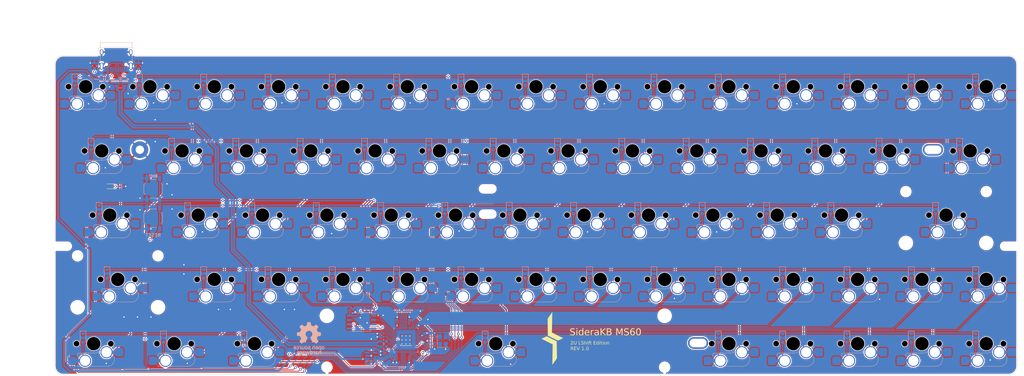
<source format=kicad_pcb>
(kicad_pcb (version 20221018) (generator pcbnew)
  (title_block (title "MS60") (rev "1.0") (company "SideraKB") (comment 1 "2U LShift Edition") (comment 2 "Open source hardware, CERN-OHL-P v2"))
  (layers (0 "F.Cu" signal) (31 "B.Cu" signal) (34 "B.Paste" user) (35 "F.Paste" user) (36 "B.SilkS" user "B.Silkscreen") (37 "F.SilkS" user "F.Silkscreen") (38 "B.Mask" user) (39 "F.Mask" user) (44 "Edge.Cuts" user))
  (net 0 "")
  (net 1 "+5V")
  (net 2 "GND")
  (net 3 "+3V3")
  (net 4 "Net-(U3-XIN)")
  (net 5 "Net-(C5-Pad2)")
  (net 6 "+1V1")
  (net 7 "Net-(D1-A)")
  (net 8 "Net-(D15-A)")
  (net 9 "Net-(D31-A)")
  (net 10 "Net-(D2-A)")
  (net 11 "Net-(D3-A)")
  (net 12 "Net-(D4-A)")
  (net 13 "Net-(D5-A)")
  (net 14 "Net-(D6-A)")
  (net 15 "/RP2040/BOOT")
  (net 16 "/RP2040/QSPI_SS")
  (net 17 "Net-(D7-A)")
  (net 18 "/RP2040/~{RESET}")
  (net 19 "Net-(D8-A)")
  (net 20 "Net-(D9-A)")
  (net 21 "Net-(D10-A)")
  (net 22 "/RP2040/QSPI_D1")
  (net 23 "/RP2040/QSPI_D2")
  (net 24 "/RP2040/QSPI_D0")
  (net 25 "/RP2040/QSPI_SCLK")
  (net 26 "/RP2040/QSPI_D3")
  (net 27 "Net-(D11-A)")
  (net 28 "Net-(D12-A)")
  (net 29 "Net-(D13-A)")
  (net 30 "Net-(D14-A)")
  (net 31 "Net-(D17-A)")
  (net 32 "Net-(D18-A)")
  (net 33 "STATE_LED")
  (net 34 "Net-(D19-A)")
  (net 35 "Net-(D20-A)")
  (net 36 "Net-(D21-A)")
  (net 37 "Net-(D22-A)")
  (net 38 "Net-(D23-A)")
  (net 39 "Net-(D24-A)")
  (net 40 "Net-(D25-A)")
  (net 41 "Net-(D26-A)")
  (net 42 "Net-(D27-A)")
  (net 43 "Net-(D28-A)")
  (net 44 "Net-(D29-A)")
  (net 45 "Net-(D30-A)")
  (net 46 "Net-(D34-A)")
  (net 47 "Net-(D35-A)")
  (net 48 "Net-(D36-A)")
  (net 49 "Net-(D37-A)")
  (net 50 "Net-(D38-A)")
  (net 51 "Net-(D39-A)")
  (net 52 "Net-(D40-A)")
  (net 53 "Net-(D41-A)")
  (net 54 "Net-(D42-A)")
  (net 55 "Net-(D43-A)")
  (net 56 "Net-(D44-A)")
  (net 57 "Net-(D45-A)")
  (net 58 "Net-(D47-A)")
  (net 59 "Net-(D49-A)")
  (net 60 "Net-(D50-A)")
  (net 61 "Net-(D51-A)")
  (net 62 "Net-(D52-A)")
  (net 63 "Net-(D55-A)")
  (net 64 "Net-(D56-A)")
  (net 65 "Net-(D59-A)")
  (net 66 "Net-(D60-A)")
  (net 67 "Net-(D32-A)")
  (net 68 "Net-(D46-A)")
  (net 69 "Net-(D48-A)")
  (net 71 "Net-(D64-A)")
  (net 72 "VBUS")
  (net 73 "Net-(J2-CC1)")
  (net 74 "USB_D+")
  (net 75 "USB_D-")
  (net 77 "Net-(J2-CC2)")
  (net 79 "Net-(D53-A)")
  (net 80 "Net-(D57-A)")
  (net 81 "Net-(D58-A)")
  (net 82 "Net-(U3-USB_DP)")
  (net 83 "Net-(U3-USB_DM)")
  (net 84 "Net-(U3-XOUT)")
  (net 85 "Net-(D54-A)")
  (net 86 "ROW0")
  (net 87 "ROW1")
  (net 88 "Net-(D62-A)")
  (net 89 "Net-(D63-A)")
  (net 90 "Net-(D65-A)")
  (net 91 "COL0")
  (net 92 "COL1")
  (net 93 "COL2")
  (net 94 "COL3")
  (net 95 "COL4")
  (net 96 "COL5")
  (net 97 "COL6")
  (net 98 "COL7")
  (net 99 "COL8")
  (net 100 "COL9")
  (net 101 "COL10")
  (net 102 "COL11")
  (net 103 "COL12")
  (net 104 "COL13")
  (net 105 "COL14")
  (net 106 "ROW2")
  (net 107 "ROW3")
  (net 108 "ROW4")
  (net 109 "Net-(D16-A)")
  (net 110 "Net-(D33-A)")
  (net 119 "Net-(D61-A)")
  (net 127 "Net-(LD2-K)")
  (footprint "key-switches:SW_MX_HotSwap_PTH_nSilk" (layer "F.Cu") (at 311.89 157.762)
    (fp_text reference "KEY54" hide)
    (fp_text value "SW_Push_45deg" hide)
  )
  (footprint "key-switches:SW_MX_HotSwap_PTH_nSilk" (layer "F.Cu") (at 321.415 119.662)
    (fp_text reference "KEY28" hide)
    (fp_text value "SW_Push_45deg" hide)
  )
  (footprint "PCM_marbastlib-mx:STAB_MX_2.25u" (layer "F.Cu") (at 338.08375 138.712)
    (fp_text reference "S42" hide)
    (fp_text value "MX_stab")
  )
  (footprint "ms60:MountingHole-A" (layer "F.Cu") (at 334.19 119.312)
    (fp_text reference "H3" hide)
    (fp_text value "MountingHole_Pad" hide)
  )
  (footprint "key-switches:SW_MX_HotSwap_PTH_nSilk" (layer "F.Cu") (at 338.08375 138.712)
    (fp_text reference "KEY42" hide)
    (fp_text value "SW_Push_45deg" hide)
  )
  (footprint "key-switches:SW_MX_HotSwap_PTH_nSilk" (layer "F.Cu") (at 226.165 119.662)
    (fp_text reference "KEY23" hide)
    (fp_text value "SW_Push_45deg" hide)
  )
  (footprint "key-switches:SW_MX_HotSwap_PTH_nSilk" (layer "F.Cu") (at 349.99 157.762)
    (fp_text reference "KEY56" hide)
    (fp_text value "SW_Push_45deg" hide)
  )
  (footprint "key-switches:SW_MX_HotSwap_PTH_nSilk" (layer "F.Cu") (at 188.065 119.662)
    (fp_text reference "KEY21" hide)
    (fp_text value "SW_Push_45deg" hide)
  )
  (footprint "key-switches:SW_MX_HotSwap_PTH_nSilk" (layer "F.Cu") (at 178.54 157.762)
    (fp_text reference "KEY47" hide)
    (fp_text value "SW_Push_45deg" hide)
  )
  (footprint "key-switches:SW_MX_HotSwap_PTH_nSilk" (layer "F.Cu") (at 273.79 176.812)
    (fp_text reference "KEY61" hide)
    (fp_text value "SW_Push_45deg" hide)
  )
  (footprint "key-switches:SW_MX_HotSwap_PTH_nSilk" (layer "F.Cu") (at 311.89 100.612)
    (fp_text reference "KEY13" hide)
    (fp_text value "SW_Push_45deg" hide)
  )
  (footprint "key-switches:SW_MX_HotSwap_PTH_nSilk" (layer "F.Cu") (at 169.015 119.662)
    (fp_text reference "KEY20" hide)
    (fp_text value "SW_Push_45deg" hide)
  )
  (footprint "key-switches:SW_MX_HotSwap_PTH_nSilk" (layer "F.Cu") (at 211.8775 138.712)
    (fp_text reference "KEY36" hide)
    (fp_text value "SW_Push_45deg" hide)
  )
  (footprint "key-switches:SW_MX_HotSwap_PTH_nSilk" (layer "F.Cu") (at 88.0525 119.662)
    (fp_text reference "KEY16" hide)
    (fp_text value "SW_Push_45deg" hide)
  )
  (footprint "key-switches:SW_MX_HotSwap_PTH_nSilk" (layer "F.Cu") (at 102.34 100.612)
    (fp_text reference "KEY2" hide)
    (fp_text value "SW_Push_45deg" hide)
  )
  (footprint "key-switches:SW_MX_HotSwap_PTH_nSilk" (layer "F.Cu") (at 159.49 157.762)
    (fp_text reference "KEY46" hide)
    (fp_text value "SW_Push_45deg" hide)
  )
  (footprint "ms60:MountingHole-C" (layer "F.Cu") (at 75.599 147.913)
    (fp_text reference "H6" hide)
    (fp_text value "MountingHole" hide)
  )
  (footprint "key-switches:SW_MX_HotSwap_PTH_nSilk" (layer "F.Cu") (at 307.1275 138.712)
    (fp_text reference "KEY41" hide)
    (fp_text value "SW_Push_45deg" hide)
  )
  (footprint "key-switches:SW_MX_HotSwap_PTH_nSilk" (layer "F.Cu") (at 90.43375 138.712)
    (fp_text reference "KEY30" hide)
    (fp_text value "SW_Push_45deg" hide)
  )
  (footprint "key-switches:SW_MX_HotSwap_PTH_nSilk" (layer "F.Cu") (at 149.965 119.662)
    (fp_text reference "KEY19" hide)
    (fp_text value "SW_Push_45deg" hide)
  )
  (footprint "key-switches:SW_MX_HotSwap_PTH_nSilk" (layer "F.Cu") (at 245.215 119.662)
    (fp_text reference "KEY24" hide)
    (fp_text value "SW_Push_45deg" hide)
  )
  (footprint "key-switches:SW_MX_HotSwap_PTH_nSilk" (layer "F.Cu") (at 273.79 100.612)
    (fp_text reference "KEY11" hide)
    (fp_text value "SW_Push_45deg" hide)
  )
  (footprint "key-switches:SW_MX_HotSwap_PTH_nSilk" (layer "F.Cu") (at 130.915 119.662)
    (fp_text reference "KEY18" hide)
    (fp_text value "SW_Push_45deg" hide)
  )
  (footprint "PCM_marbastlib-mx:STAB_MX_6.25u" (layer "F.Cu") (at 204.73375 176.812 180)
    (fp_text reference "S60" hide)
    (fp_text value "MX_stab")
  )
  (footprint "key-switches:SW_MX_HotSwap_PTH_nSilk" (layer "F.Cu") (at 135.6775 138.712)
    (fp_text reference "KEY32" hide)
    (fp_text value "SW_Push_45deg" hide)
  )
  (footprint "key-switches:SW_MX_HotSwap_PTH_nSilk" (layer "F.Cu") (at 92.815 157.762)
    (fp_text reference "KEY43" hide)
    (fp_text value "SW_Push_45deg" hide)
  )
  (footprint "PCM_marbastlib-mx:STAB_MX_2u" (layer "F.Cu") (at 92.815 157.762)
    (fp_text reference "S43" hide)
    (fp_text value "MX_stab")
  )
  (footprint "ms60:MountingHole-C" (layer "F.Cu") (at 357.68 147.913)
    (fp_text reference "H5" hide)
    (fp_text value "MountingHole" hide)
  )
  (footprint "key-switches:SW_MX_HotSwap_PTH_nSilk" (layer "F.Cu") (at 140.44 100.612)
    (fp_text reference "KEY4" hide)
    (fp_text value "SW_Push_45deg" hide)
  )
  (footprint "key-switches:SW_MX_HotSwap_PTH_nSilk" (layer "F.Cu") (at 311.89 176.812)
    (fp_text reference "KEY63" hide)
    (fp_text value "SW_Push_45deg" hide)
  )
  (footprint "key-switches:SW_MX_HotSwap_PTH_nSilk" (layer "F.Cu") (at 345.2275 119.662)
    (fp_text reference "KEY29" hide)
    (fp_text value "SW_Push_45deg" hide)
  )
  (footprint "key-switches:SW_MX_HotSwap_PTH_nSilk" (layer "F.Cu") (at 283.315 119.662)
    (fp_text reference "KEY26" hide)
    (fp_text value "SW_Push_45deg" hide)
  )
  (footprint "key-switches:SW_MX_HotSwap_PTH_nSilk" (layer "F.Cu") (at 216.64 100.612)
    (fp_text reference "KEY8" hide)
    (fp_text value "SW_Push_45deg" hide)
  )
  (footprint "key-switches:SW_MX_HotSwap_PTH_nSilk" (layer "F.Cu") (at 330.94 100.612)
    (fp_text reference "KEY14" hide)
    (fp_text value "SW_Push_45deg" hide)
  )
  (footprint "key-switches:SW_MX_HotSwap_PTH_nSilk" (layer "F.Cu") (at 121.39 100.612)
    (fp_text reference "KEY3" hide)
    (fp_text value "SW_Push_45deg" hide)
  )
  (footprint "key-switches:SW_MX_HotSwap_PTH_nSilk" (layer "F.Cu") (at 292.84 176.812)
    (fp_text reference "KEY62" hide)
    (fp_text value "SW_Push_45deg" hide)
  )
  (footprint "key-switches:SW_MX_HotSwap_PTH_nSilk" (layer "F.Cu") (at 207.115 119.662)
    (fp_text reference "KEY22" hide)
    (fp_text value "SW_Push_45deg" hide)
  )
  (footprint "ms60:MountingHole-A" (layer "F.Cu") (at 264.64 176.612)
    (fp_text reference "H2" hide)
    (fp_text value "MountingHole_Pad" hide)
  )
  (footprint "key-switches:SW_MX_HotSwap_PTH_nSilk" (layer "F.Cu") (at 292.84 157.762)
    (fp_text reference "KEY53" hide)
    (fp_text value "SW_Push_45deg" hide)
  )
  (footprint "key-switches:SW_MX_HotSwap_PTH_nSilk" (layer "F.Cu") (at 264.265 119.662)
    (fp_text reference "KEY25" hide)
    (fp_text value "SW_Push_45deg" hide)
  )
  (footprint "key-switches:SW_MX_HotSwap_PTH_nSilk" (layer "F.Cu") (at 173.7775 138.712)
    (fp_text reference "KEY34" hide)
    (fp_text value "SW_Push_45deg" hide)
  )
  (footprint "key-switches:SW_MX_HotSwap_PTH_nSilk" (layer "F.Cu") (at 204.73375 176.812)
    (fp_text reference "KEY60" hide)
    (fp_text value "SW_Push_45deg" hide)
  )
  (footprint "key-switches:SW_MX_HotSwap_PTH_nSilk" (layer "F.Cu") (at 197.59 157.762)
    (fp_text reference "KEY48" hide)
    (fp_text value "SW_Push_45deg" hide)
  )
  (footprint "key-switches:SW_MX_HotSwap_PTH_nSilk" (layer "F.Cu") (at 178.54 100.612)
    (fp_text reference "KEY6" hide)
    (fp_text value "SW_Push_45deg" hide)
  )
  (footprint "key-switches:SW_MX_HotSwap_PTH_nSilk" (layer "F.Cu") (at 159.49 100.612)
    (fp_text reference "KEY5" hide)
    (fp_text value "SW_Push_45deg" hide)
  )
  (footprint "key-switches:SW_MX_HotSwap_PTH_nSilk" (layer "F.Cu") (at 273.79 157.762)
    (fp_text reference "KEY52" hide)
    (fp_text value "SW_Push_45deg" hide)
  )
  (footprint "key-switches:SW_MX_HotSwap_PTH_nSilk" (layer "F.Cu") (at 192.8275 138.712)
    (fp_text reference "KEY35" hide)
    (fp_text value "SW_Push_45deg" hide)
  )
  (footprint "key-switches:SW_MX_HotSwap_PTH_nSilk" (layer "F.Cu") (at 235.69 100.612)
    (fp_text reference "KEY9" hide)
    (fp_text value "SW_Push_45deg" hide)
  )
  (footprint "key-switches:SW_MX_HotSwap_PTH_nSilk" (layer "F.Cu") (at 116.6275 138.712)
    (fp_text reference "KEY31" hide)
    (fp_text value "SW_Push_45deg" hide)
  )
  (footprint "key-switches:SW_MX_HotSwap_PTH_nSilk" (layer "F.Cu") (at 133.29625 176.812)
    (fp_text reference "KEY59" hide)
    (fp_text value "SW_Push_45deg" hide)
  )
  (footprint "LED_SMD:LED_0603_1608Metric" (layer "F.Cu") (at 90.39 130.162 180)
    (fp_text reference "LD2" hide)
    (fp_text value "Blue")
  )
  (footprint "ms60:MountingHole-D" (layer "F.Cu") (at 202.34 130.912)
    (fp_text reference "H7" hide)
    (fp_text value "MountingHole_Pad" hide)
  )
  (footprint "key-switches:SW_MX_HotSwap_PTH_nSilk" (layer "F.Cu") (at 216.64 157.762)
    (fp_text reference "KEY49" hide)
    (fp_text value "SW_Push_45deg" hide)
  )
  (footprint "key-switches:SW_MX_HotSwap_PTH_nSilk" (layer "F.Cu") (at 109.48375 176.812)
    (fp_text reference "KEY58" hide)
    (fp_text value "SW_Push_45deg" hide)
  )
  (footprint "key-switches:SW_MX_HotSwap_PTH_nSilk" (layer "F.Cu") (at 83.29 100.612)
    (fp_text reference "KEY1" hide)
    (fp_text value "SW_Push_45deg" hide)
  )
  (footprint "key-switches:SW_MX_HotSwap_PTH_nSilk" (layer "F.Cu") (at 154.7275 138.712)
    (fp_text reference "KEY33" hide)
    (fp_text value "SW_Push_45deg" hide)
  )
  (footprint "key-switches:SW_MX_HotSwap_PTH_nSilk" (layer "F.Cu") (at 254.74 157.762)
    (fp_text reference "KEY51" hide)
    (fp_text value "SW_Push_45deg" hide)
  )
  (footprint "ms60:MountingHole-D" (layer "F.Cu") (at 202.34 138.412)
    (fp_text reference "H1" hide)
    (fp_text value "MountingHole_Pad" hide)
  )
  (footprint "key-switches:SW_MX_HotSwap_PTH_nSilk" (layer "F.Cu") (at 292.84 100.612)
    (fp_text reference "KEY12" hide)
    (fp_text value "SW_Push_45deg" hide)
  )
  (footprint "key-switches:SW_MX_HotSwap_PTH_nSilk" (layer "F.Cu") (at 349.99 100.612)
    (fp_text reference "KEY15" hide)
    (fp_text value "SW_Push_45deg" hide)
  )
  (footprint "key-switches:SW_MX_HotSwap_PTH_nSilk" (layer "F.Cu") (at 330.94 176.812)
    (fp_text reference "KEY64" hide)
    (fp_text value "SW_Push_45deg" hide)
  )
  (footprint "ms60:MountingHole-B" (layer "F.Cu") (at 99.34 119.312)
    (fp_text reference "H4" hide)
    (fp_text value "MountingHole_Pad" hide)
  )
  (footprint "key-switches:SW_MX_HotSwap_PTH_nSilk" (layer "F.Cu") (at 235.69 157.762)
    (fp_text reference "KEY50" hide)
    (fp_text value "SW_Push_45deg" hide)
  )
  (footprint "key-switches:SW_MX_HotSwap_PTH_nSilk" (layer "F.Cu") (at 140.44 157.762)
    (fp_text reference "KEY45" hide)
    (fp_text value "SW_Push_45deg" hide)
  )
  (footprint "key-switches:SW_MX_HotSwap_PTH_nSilk" (layer "F.Cu") (at 349.99 176.812)
    (fp_text reference "KEY65" hide)
    (fp_text value "SW_Push_45deg" hide)
  )
  (footprint "key-switches:SW_MX_HotSwap_PTH_nSilk" (layer "F.Cu") (at 111.865 119.662)
    (fp_text reference "KEY17" hide)
    (fp_text value "SW_Push_45deg" hide)
  )
  (footprint "key-switches:SW_MX_HotSwap_PTH_nSilk" (layer "F.Cu") (at 121.39 157.762)
    (fp_text reference "KEY44" hide)
    (fp_text value "SW_Push_45deg" hide)
  )
  (footprint "key-switches:SW_MX_HotSwap_PTH_nSilk" (layer "F.Cu") (at 249.9775 138.712)
    (fp_text reference "KEY38" hide)
    (fp_text value "SW_Push_45deg" hide)
  )
  (footprint "key-switches:SW_MX_HotSwap_PTH_nSilk" (layer "F.Cu") (at 254.74 100.612)
    (fp_text reference "KEY10" hide)
    (fp_text value "SW_Push_45deg" hide)
  )
  (footprint "key-switches:SW_MX_HotSwap_PTH_nSilk" (layer "F.Cu") (at 330.94 157.762)
    (fp_text reference "KEY55" hide)
    (fp_text value "SW_Push_45deg" hide)
  )
  (footprint "key-switches:SW_MX_HotSwap_PTH_nSilk" (layer "F.Cu") (at 230.9275 138.712)
    (fp_text reference "KEY37" hide)
    (fp_text value "SW_Push_45deg" hide)
  )
  (footprint "key-switches:SW_MX_HotSwap_PTH_nSilk" (layer "F.Cu") (at 85.67125 176.812)
    (fp_text reference "KEY57" hide)
    (fp_text value "SW_Push_45deg" hide)
  )
  (footprint "key-switches:SW_MX_HotSwap_PTH_nSilk" (layer "F.Cu") (at 288.0775 138.712)
    (fp_text reference "KEY40" hide)
    (fp_text value "SW_Push_45deg" hide)
  )
  (footprint "key-switches:SW_MX_HotSwap_PTH_nSilk" (layer "F.Cu") (at 302.365 119.662)
    (fp_text reference "KEY27" hide)
    (fp_text value "SW_Push_45deg" hide)
  )
  (footprint "key-switches:SW_MX_HotSwap_PTH_nSilk" (layer "F.Cu") (at 269.0275 138.712)
    (fp_text reference "KEY39" hide)
    (fp_text value "SW_Push_45deg" hide)
  )
  (footprint "key-switches:SW_MX_HotSwap_PTH_nSilk" (layer "F.Cu") (at 197.59 100.612)
    (fp_text reference "KEY7" hide)
    (fp_text value "SW_Push_45deg" hide)
  )
  (footprint "Diode_SMD:D_SOD-323_HandSoldering" (layer "B.Cu") (at 251.59 156.062 -90)
    (fp_text reference "D51" hide)
    (fp_text value "1N4148")
  )
  (footprint "Capacitor_SMD:C_0402_1005Metric" (layer "B.Cu") (at 179.14 181.142 -90)
    (fp_text reference "C12" hide)
    (fp_text value "100nF")
  )
  (footprint "Diode_SMD:D_SOD-323_HandSoldering" (layer "B.Cu") (at 346.84 156.062 -90)
    (fp_text reference "D56" hide)
    (fp_text value "1N4148")
  )
  (footprint "Diode_SMD:D_SOD-323_HandSoldering" (layer "B.Cu") (at 308.74 175.112 -90)
    (fp_text reference "D63" hide)
    (fp_text value "1N4148")
  )
  (footprint "Diode_SMD:D_SOD-323_HandSoldering" (layer "B.Cu") (at 346.84 98.912 -90)
    (fp_text reference "D15" hide)
    (fp_text value "1N4148")
  )
  (footprint "Button_Switch_SMD:SW_SPST_TL3342" (layer "B.Cu") (at 103.29 139.612 -90)
    (fp_text reference "SW2" hide)
    (fp_text value "RESET")
  )
  (footprint "Resistor_SMD:R_0402_1005Metric" (layer "B.Cu") (at 184.1852 178.5138 180)
    (fp_text reference "R7" hide)
    (fp_text value "10k")
  )
  (footprint "Resistor_SMD:R_0603_1608Metric" (layer "B.Cu") (at 171.54 177.712)
    (fp_text reference "R3" hide)
    (fp_text value "27")
  )
  (footprint "Package_TO_SOT_SMD:SOT-23-5" (layer "B.Cu") (at 167.84 180.412)
    (fp_text reference "U1" hide)
    (fp_text value "RT9013-33GB")
  )
  (footprint "Package_SO:SOIC-8_5.23x5.23mm_P1.27mm" (layer "B.Cu") (at 164.94 170.412 180)
    (fp_text reference "U2" hide)
    (fp_text value "W25Q128JVS")
  )
  (footprint "Capacitor_SMD:C_0402_1005Metric" (layer "B.Cu") (at 174.34 181.112 -90)
    (fp_text reference "C10" hide)
    (fp_text value "100nF")
  )
  (footprint "Diode_SMD:D_SOD-323_HandSoldering" (layer "B.Cu") (at 194.44 98.912 -90)
    (fp_text reference "D7" hide)
    (fp_text value "1N4148")
  )
  (footprint "Diode_SMD:D_SOD-323_HandSoldering" (layer "B.Cu") (at 175.39 98.912 -90)
    (fp_text reference "D6" hide)
    (fp_text value "1N4148")
  )
  (footprint "Capacitor_SMD:C_0402_1005Metric" (layer "B.Cu") (at 172.14 180.112 180)
    (fp_text reference "C16" hide)
    (fp_text value "1uF")
  )
  (footprint "Diode_SMD:D_SOD-323_HandSoldering" (layer "B.Cu") (at 346.84 175.112 -90)
    (fp_text reference "D65" hide)
    (fp_text value "1N4148")
  )
  (footprint "Diode_SMD:D_SOD-323_HandSoldering" (layer "B.Cu") (at 84.9025 117.962 -90)
    (fp_text reference "D16" hide)
    (fp_text value "1N4148")
  )
  (footprint "Capacitor_SMD:C_0402_1005Metric" (layer "B.Cu") (at 175.54 170.312 90)
    (fp_text reference "C13" hide)
    (fp_text value "100nF")
  )
  (footprint "Fuse:Fuse_0805_2012Metric" (layer "B.Cu") (at 88.89 98.162 180)
    (fp_text reference "F1" hide)
    (fp_text value "500mA, 6V")
  )
  (footprint "Diode_SMD:D_SOD-323_HandSoldering" (layer "B.Cu") (at 289.69 175.112 -90)
    (fp_text reference "D62" hide)
    (fp_text value "1N4148")
  )
  (footprint "Diode_SMD:D_SOD-323_HandSoldering" (layer "B.Cu") (at 327.79 175.112 -90)
    (fp_text reference "D64" hide)
    (fp_text value "1N4148")
  )
  (footprint "Diode_SMD:D_SOD-323_HandSoldering" (layer "B.Cu") (at 127.765 117.962 -90)
    (fp_text reference "D18" hide)
    (fp_text value "1N4148")
  )
  (footprint "Diode_SMD:D_SOD-323_HandSoldering" (layer "B.Cu") (at 342.0775 117.962 -90)
    (fp_text reference "D29" hide)
    (fp_text value "1N4148")
  )
  (footprint "Diode_SMD:D_SOD-323_HandSoldering" (layer "B.Cu") (at 203.965 117.962 -90)
    (fp_text reference "D22" hide)
    (fp_text value "1N4148")
  )
  (footprint "Diode_SMD:D_SOD-323_HandSoldering" (layer "B.Cu") (at 265.8775 137.012 -90)
    (fp_text reference "D39" hide)
    (fp_text value "1N4148")
  )
  (footprint "Diode_SMD:D_SOD-323_HandSoldering" (layer "B.Cu") (at 308.74 98.912 -90)
    (fp_text reference "D13" hide)
    (fp_text value "1N4148")
  )
  (footprint "Diode_SMD:D_SOD-323_HandSoldering" (layer "B.Cu") (at 223.015 117.962 -90)
    (fp_text reference "D23" hide)
    (fp_text value "1N4148")
  )
  (footprint "Diode_SMD:D_SOD-323_HandSoldering" (layer "B.Cu") (at 232.54 98.912 -90)
    (fp_text reference "D9" hide)
    (fp_text value "1N4148")
  )
  (footprint "Diode_SMD:D_SOD-323_HandSoldering" (layer "B.Cu") (at 299.215 117.962 -90)
    (fp_text reference "D27" hide)
    (fp_text value "1N4148")
  )
  (footprint "Diode_SMD:D_SOD-323_HandSoldering" (layer "B.Cu") (at 227.7775 137.012 -90)
    (fp_text reference "D37" hide)
    (fp_text value "1N4148")
  )
  (footprint "Diode_SMD:D_SOD-323_HandSoldering" (layer "B.Cu") (at 327.79 98.912 -90)
    (fp_text reference "D14" hide)
    (fp_text value "1N4148")
  )
  (footprint "Diode_SMD:D_SOD-323_HandSoldering" (layer "B.Cu") (at 137.29 98.912 -90)
    (fp_text reference "D4" hide)
    (fp_text value "1N4148")
  )
  (footprint "Diode_SMD:D_SOD-323_HandSoldering" (layer "B.Cu") (at 327.79 156.062 -90)
    (fp_text reference "D55" hide)
    (fp_text value "1N4148")
  )
  (footprint "Diode_SMD:D_SOD-323_HandSoldering" (layer "B.Cu") (at 213.49 156.062 -90)
    (fp_text reference "D49" hide)
    (fp_text value "1N4148")
  )
  (footprint "Connector_USB:USB_C_Receptacle_HRO_TYPE-C-31-M-12" (layer "B.Cu") (at 92.34 91.412)
    (fp_text reference "J2" hide)
    (fp_text value "USB_C_Receptacle_USB2.0")
  )
  (footprint "Resistor_SMD:R_0603_1608Metric" (layer "B.Cu") (at 171.54 176.112)
    (fp_text reference "R2" hide)
    (fp_text value "27")
  )
  (footprint "Button_Switch_SMD:SW_SPST_TL3342" (layer "B.Cu") (at 103.29 130.912 -90)
    (fp_text reference "SW1" hide)
    (fp_text value "BOOT")
  )
  (footprint "Diode_SMD:D_SOD-323_HandSoldering" (layer "B.Cu") (at 87.28375 137.012 -90)
    (fp_text reference "D30" hide)
    (fp_text value "1N4148")
  )
  (footprint "Diode_SMD:D_SOD-323_HandSoldering" (layer "B.Cu") (at 151.5775 137.012 -90)
    (fp_text reference "D33" hide)
    (fp_text value "1N4148")
  )
  (footprint "Capacitor_SMD:C_0402_1005Metric" (layer "B.Cu") (at 186.649 174.824 -90)
    (fp_text reference "C4" hide)
    (fp_text value "20pF")
  )
  (footprint "Capacitor_SMD:C_0402_1005Metric" (layer "B.Cu") (at 175.34 181.112 -90)
    (fp_text reference "C11" hide)
    (fp_text value "100nF")
  )
  (footprint "Diode_SMD:D_SOD-323_HandSoldering" (layer "B.Cu") (at 130.14625 175.112 -90)
    (fp_text reference "D59" hide)
    (fp_text value "1N4148")
  )
  (footprint "Diode_SMD:D_SOD-323_HandSoldering" (layer "B.Cu") (at 99.19 98.912 -90)
    (fp_text reference "D2" hide)
    (fp_text value "1N4148")
  )
  (footprint "Diode_SMD:D_SOD-323_HandSoldering" (layer "B.Cu") (at 270.64 156.062 -90)
    (fp_text reference "D52" hide)
    (fp_text value "1N4148")
  )
  (footprint "Diode_SMD:D_SOD-323_HandSoldering" (layer "B.Cu") (at 242.065 117.962 -90)
    (fp_text reference "D24" hide)
    (fp_text value "1N4148")
  )
  (footprint "Diode_SMD:D_SOD-323_HandSoldering" (layer "B.Cu") (at 232.54 156.062 -90)
    (fp_text reference "D50" hide)
    (fp_text value "1N4148")
  )
  (footprint "Diode_SMD:D_SOD-323_HandSoldering" (layer "B.Cu") (at 156.34 98.912 -90)
    (fp_text reference "D5" hide)
    (fp_text value "1N4148")
  )
  (footprint "Diode_SMD:D_SOD-323_HandSoldering" (layer "B.Cu") (at 208.7275 137.012 -90)
    (fp_text reference "D36" hide)
    (fp_text value "1N4148")
  )
  (footprint "Crystal:Crystal_SMD_3225-4Pin_3.2x2.5mm" (layer "B.Cu") (at 189.0874 175.8908 90)
    (fp_text reference "Y1" hide)
    (fp_text value "12MHz")
  )
  (footprint "Resistor_SMD:R_0402_1005Metric" (layer "B.Cu") (at 185.633 176.983 90)
    (fp_text reference "R6" hide)
    (fp_text value "1k")
  )
  (footprint "Diode_SMD:D_SOD-323_HandSoldering" (layer "B.Cu") (at 284.9275 137.012 -90)
    (fp_text reference "D40" hide)
    (fp_text value "1N4148")
  )
  (footprint "Diode_SMD:D_SOD-323_HandSoldering" (layer "B.Cu") (at 280.165 117.962 -90)
    (fp_text reference "D26" hide)
    (fp_text value "1N4148")
  )
  (footprint "Diode_SMD:D_SOD-323_HandSoldering" (layer "B.Cu") (at 170.6275 137.012 -90)
    (fp_text reference "D34" hide)
    (fp_text value "1N4148")
  )
  (footprint "Diode_SMD:D_SOD-323_HandSoldering" (layer "B.Cu") (at 146.815 117.962 -90)
    (fp_text reference "D19" hide)
    (fp_text value "1N4148")
  )
  (footprint "Diode_SMD:D_SOD-323_HandSoldering" (layer "B.Cu") (at 132.5275 137.012 -90)
    (fp_text reference "D32" hide)
    (fp_text value "1N4148")
  )
  (footprint "Diode_SMD:D_SOD-323_HandSoldering" (layer "B.Cu") (at 194.44 156.062 -90)
    (fp_text reference "D48" hide)
    (fp_text value "1N4148")
  )
  (footprint "Diode_SMD:D_SOD-323_HandSoldering" (layer "B.Cu") (at 89.665 156.062 -90)
    (fp_text reference "D43" hide)
    (fp_text value "1N4148")
  )
  (footprint "Diode_SMD:D_SOD-323_HandSoldering" (layer "B.Cu") (at 118.24 98.912 -90)
    (fp_text reference "D3" hide)
    (fp_text value "1N4148")
  )
  (footprint "Diode_SMD:D_SOD-323_HandSoldering" (layer "B.Cu") (at 308.74 156.062 -90)
    (fp_text reference "D54" hide)
    (fp_text value "1N4148")
  )
  (footprint "Diode_SMD:D_SOD-323_HandSoldering" (layer "B.Cu") (at 113.4775 137.012 -90)
    (fp_text reference "D31" hide)
    (fp_text value "1N4148")
  )
  (footprint "Capacitor_SMD:C_0402_1005Metric" (layer "B.Cu") (at 166.74 182.789)
    (fp_text reference "C1" hide)
    (fp_text value "1uF")
  )
  (footprint "Diode_SMD:D_SOD-323_HandSoldering" (layer "B.Cu") (at 289.69 98.912 -90)
    (fp_text reference "D12" hide)
    (fp_text value "1N4148")
  )
  (footprint "Diode_SMD:D_SOD-323_HandSoldering" (layer "B.Cu") (at 303.9775 137.012 -90)
    (fp_text reference "D41" hide)
    (fp_text value "1N4148")
  )
  (footprint "Diode_SMD:D_SOD-323_HandSoldering" (layer "B.Cu") (at 137.29 156.062 -90)
    (fp_text reference "D45" hide)
    (fp_text value "1N4148")
  )
  (footprint "Capacitor_SMD:C_0402_1005Metric" (layer "B.Cu") (at 170.94 174.812 180)
    (fp_text reference "C9" hide)
    (fp_text value "100nF")
  )
  (footprint "Diode_SMD:D_SOD-323_HandSoldering" (layer "B.Cu") (at 270.64 175.112 -90)
    (fp_text reference "D61" hide)
    (fp_text value "1N4148")
  )
  (footprint "Diode_SMD:D_SOD-323_HandSoldering" (layer "B.Cu") (at 334.93375 137.012 -90)
    (fp_text reference "D42" hide)
    (fp_text value "1N4148")
  )
  (footprint "Diode_SMD:D_SOD-323_HandSoldering" (layer "B.Cu") (at 318.265 117.962 -90)
    (fp_text reference "D28" hide)
    (fp_text value "1N4148")
  )
  (footprint "Diode_SMD:D_SOD-323_HandSoldering" (layer "B.Cu") (at 270.64 98.912 -90)
    (fp_text reference "D11" hide)
    (fp_text value "1N4148")
  )
  (footprint "Resistor_SMD:R_0603_1608Metric" (layer "B.Cu") (at 85.89 94.412 90)
    (fp_text reference "R9" hide)
    (fp_text value "5.1k")
  )
  (footprint "Diode_SMD:D_SOD-323_HandSoldering" (layer "B.Cu") (at 189.6775 137.012 -90)
    (fp_text reference "D35" hide)
    (fp_text value "1N4148")
  )
  (footprint "Diode_SMD:D_SOD-323_HandSoldering" (layer "B.Cu") (at 289.69 156.062 -90)
    (fp_text reference "D53" hide)
    (fp_text value "1N4148")
  )
  (footprint "Diode_SMD:D_SOD-323_HandSoldering" (layer "B.Cu") (at 106.33375 175.112 -90)
    (fp_text reference "D58" hide)
    (fp_text value "1N4148")
  )
  (footprint "Capacitor_SMD:C_0402_1005Metric" (layer "B.Cu") (at 161.94 166.662)
    (fp_text reference "C3" hide)
    (fp_text value "100nF")
  )
  (footprint "Resistor_SMD:R_0402_1005Metric" (layer "B.Cu") (at 93.64 130.162)
    (fp_text reference "R1" hide)
    (fp_text value "1k")
  )
  (footprint "Diode_SMD:D_SOD-323_HandSoldering" (layer "B.Cu") (at 118.24 156.062 -90)
    (fp_text reference "D44" hide)
    (fp_text value "1N4148")
  )
  (footprint "Capacitor_SMD:C_0402_1005Metric" (layer "B.Cu") (at 172.14 179.112 180)
    (fp_text reference "C8" hide)
    (fp_text value "1uF")
  )
  (footprint "Diode_SMD:D_SOD-323_HandSoldering" (layer "B.Cu") (at 184.915 117.962 -90)
    (fp_text reference "D21" hide)
    (fp_text value "1N4148")
  )
  (footprint "Capacitor_SMD:C_0402_1005Metric" (layer "B.Cu") (at 170.94 173.812 180)
    (fp_text reference "C6" hide)
    (fp_text value "100nF")
  )
  (footprint "Diode_SMD:D_SOD-323_HandSoldering" (layer "B.Cu") (at 201.58375 175.112 -90)
    (fp_text reference "D60" hide)
    (fp_text value "1N4148")
  )
  (footprint "Diode_SMD:D_SOD-323_HandSoldering" (layer "B.Cu") (at 175.39 156.062 -90)
    (fp_text reference "D47" hide)
    (fp_text value "1N4148")
  )
  (footprint "Diode_SMD:D_SOD-323_HandSoldering" (layer "B.Cu") (at 165.865 117.962 -90)
    (fp_text reference "D20" hide)
    (fp_text value "1N4148")
  )
  (footprint "Resistor_SMD:R_0402_1005Metric" (layer "B.Cu") (at 168.18 166.662 180)
    (fp_text reference "R4" hide)
    (fp_text value "1k")
  )
  (footprint "Diode_SMD:D_SOD-323_HandSoldering" (layer "B.Cu") (at 156.34 156.062 -90)
    (fp_text reference "D46" hide)
    (fp_text value "1N4148")
  )
  (footprint "Capacitor_SMD:C_0402_1005Metric" (layer "B.Cu") (at 184.1852 177.5138)
    (fp_text reference "C7" hide)
    (fp_text value "100nF")
  )
  (footprint "Capacitor_SMD:C_0402_1005Metric" (layer "B.Cu") (at 186.649 176.983 90)
    (fp_text reference "C5" hide)
    (fp_text value "20pF")
  )
  (footprint "Capacitor_SMD:C_0402_1005Metric" (layer "B.Cu") (at 168.89 182.789 180)
    (fp_text reference "C2" hide)
    (fp_text value "1uF")
  )
  (footprint "Capacitor_SMD:C_0402_1005Metric" (layer "B.Cu") (at 184.1852 176.5138)
    (fp_text reference "C15" hide)
    (fp_text value "100nF")
  )
  (footprint "Diode_SMD:D_SOD-323_HandSoldering" (layer "B.Cu") (at 108.715 117.962 -90)
    (fp_text reference "D17" hide)
    (fp_text value "1N4148")
  )
  (footprint "Capacitor_SMD:C_0402_1005Metric" (layer "B.Cu") (at 179.14 170.312 90)
    (fp_text reference "C14" hide)
    (fp_text value "100nF")
  )
  (footprint "Package_TO_SOT_SMD:SOT-23-6" (layer "B.Cu") (at 93.64 99.412 180)
    (fp_text reference "U5" hide)
    (fp_text value "SRV05-4")
  )
  (footprint "Diode_SMD:D_SOD-323_HandSoldering" (layer "B.Cu") (at 261.115 117.962 -90)
    (fp_text reference "D25" hide)
    (fp_text value "1N4148")
  )
  (footprint "Resistor_SMD:R_0603_1608Metric" (layer "B.Cu") (at 98.89 94.412 90)
    (fp_text reference "R10" hide)
    (fp_text value "5.1k")
  )
  (footprint "Resistor_SMD:R_0402_1005Metric" (layer "B.Cu") (at 165.94 166.662)
    (fp_text reference "R5" hide)
    (fp_text value "10k")
  )
  (footprint "Diode_SMD:D_SOD-323_HandSoldering" (layer "B.Cu") (at 82.52125 175.112 -90)
    (fp_text reference "D57" hide)
    (fp_text value "1N4148")
  )
  (footprint "Diode_SMD:D_SOD-323_HandSoldering" (layer "B.Cu") (at 80.14 98.912 -90)
    (fp_text reference "D1" hide)
    (fp_text value "1N4148")
  )
  (footprint "Diode_SMD:D_SOD-323_HandSoldering" (layer "B.Cu") (at 213.49 98.912 -90)
    (fp_text reference "D8" hide)
    (fp_text value "1N4148")
  )
  (footprint "Diode_SMD:D_SOD-323_HandSoldering" (layer "B.Cu") (at 251.59 98.912 -90)
    (fp_text reference "D10" hide)
    (fp_text value "1N4148")
  )
  (footprint "Package_DFN_QFN:QFN-56-1EP_7x7mm_P0.4mm_EP3.2x3.2mm" (layer "B.Cu") (at 178.14 175.712 -90)
    (fp_text reference "U3" hide)
    (fp_text value "RP2040")
  )
  (footprint "Diode_SMD:D_SOD-323_HandSoldering" (layer "B.Cu") (at 246.8275 137.012 -90)
    (fp_text reference "D38" hide)
    (fp_text value "1N4148")
  )
  (gr_poly (pts (xy 145.23451 177.540312) (xy 145.215122 177.541665) (xy 145.195954 177.543905) (xy 145.177033 177.547021) (xy 145.158389 177.551) (xy 145.140049 177.55583) (xy 145.122041 177.561499) (xy 145.104394 177.567996) (xy 145.087135 177.575308) (xy 145.070294 177.583424) (xy 145.053898 177.592331) (xy 145.037975 177.602018) (xy 145.022554 177.612471) (xy 145.007663 177.623681) (xy 144.99333 177.635634) (xy 144.979583 177.648318) (xy 144.966451 177.661722) (xy 144.953962 177.675833) (xy 144.942143 177.69064) (xy 144.931024 177.70613) (xy 144.920632 177.722292) (xy 144.910996 177.739113) (xy 144.902143 177.756582) (xy 144.894103 177.774687) (xy 144.886903 177.793415) (xy 144.880571 177.812755) (xy 144.875136 177.832695) (xy 144.870626 177.853222) (xy 144.867069 177.874325) (xy 144.864493 177.895991) (xy 144.862927 177.918209) (xy 144.862399 177.940967) (xy 144.862399 178.098394) (xy 145.45459 178.098394) (xy 145.454312 178.112753) (xy 145.453485 178.126663) (xy 145.45212 178.140121) (xy 145.450229 178.153129) (xy 145.447822 178.165684) (xy 145.44491 178.177788) (xy 145.441504 178.189439) (xy 145.437615 178.200638) (xy 145.433254 178.211384) (xy 145.428432 178.221676) (xy 145.423159 178.231515) (xy 145.417448 178.2409) (xy 145.411308 178.24983) (xy 145.40475 178.258306) (xy 145.397787 178.266326) (xy 145.390428 178.273891) (xy 145.382684 178.281) (xy 145.374567 178.287654) (xy 145.366088 178.29385) (xy 145.357257 178.29959) (xy 145.348085 178.304873) (xy 145.338583 178.309698) (xy 145.328763 178.314065) (xy 145.318635 178.317974) (xy 145.308209 178.321425) (xy 145.297498 178.324416) (xy 145.286512 178.326948) (xy 145.275262 178.329021) (xy 145.263759 178.330634) (xy 145.252014 178.331786) (xy 145.240038 178.332478) (xy 145.227841 178.332708) (xy 145.214081 178.332315) (xy 145.200231 178.331144) (xy 145.186333 178.32921) (xy 145.172428 178.326525) (xy 145.158556 178.323105) (xy 145.144758 178.318962) (xy 145.131076 178.314111) (xy 145.11755 178.308565) (xy 145.104221 178.302339) (xy 145.091131 178.295445) (xy 145.078319 178.287898) (xy 145.065827 178.279711) (xy 145.053697 178.270899) (xy 145.041968 178.261474) (xy 145.030681 178.251452) (xy 145.019879 178.240845) (xy 144.881184 178.35885) (xy 144.899062 178.378487) (xy 144.917568 178.396659) (xy 144.93667 178.413392) (xy 144.956335 178.428714) (xy 144.976529 178.442653) (xy 144.997219 178.455236) (xy 145.018372 178.46649) (xy 145.039954 178.476443) (xy 145.061932 178.485123) (xy 145.084274 178.492556) (xy 145.106945 178.49877) (xy 145.129913 178.503793) (xy 145.153144 178.507652) (xy 145.176605 178.510374) (xy 145.200263 178.511988) (xy 145.224084 178.512519) (xy 145.260946 178.511371) (xy 145.298174 178.507729) (xy 145.335391 178.501297) (xy 145.372216 178.491779) (xy 145.408272 178.478878) (xy 145.425893 178.471066) (xy 145.44318 178.462298) (xy 145.460084 178.452537) (xy 145.47656 178.441744) (xy 145.492559 178.429884) (xy 145.508035 178.416919) (xy 145.522939 178.402812) (xy 145.537225 178.387527) (xy 145.550845 178.371025) (xy 145.563752 178.353271) (xy 145.575899 178.334227) (xy 145.587237 178.313856) (xy 145.597721 178.292121) (xy 145.607302 178.268985) (xy 145.615933 178.244411) (xy 145.623566 178.218362) (xy 145.630156 178.190801) (xy 145.635653 178.161691) (xy 145.640011 178.130995) (xy 145.643183 178.098676) (xy 145.645121 178.064697) (xy 145.645777 178.02902) (xy 145.645175 177.995139) (xy 145.643397 177.962693) (xy 145.641364 177.94102) (xy 145.45459 177.94102) (xy 145.053587 177.94102) (xy 145.054341 177.927681) (xy 145.055537 177.914739) (xy 145.057164 177.902196) (xy 145.059216 177.890055) (xy 145.061683 177.878317) (xy 145.064557 177.866983) (xy 145.067829 177.856056) (xy 145.071491 177.845537) (xy 145.075535 177.835427) (xy 145.079951 177.825729) (xy 145.084731 177.816444) (xy 145.089866 177.807573) (xy 145.095349 177.799119) (xy 145.10117 177.791083) (xy 145.107321 177.783466) (xy 145.113794 177.776271) (xy 145.120579 177.769499) (xy 145.127669 177.763152) (xy 145.135054 177.757231) (xy 145.142726 177.751739) (xy 145.150678 177.746676) (xy 145.158899 177.742044) (xy 145.167382 177.737846) (xy 145.176118 177.734083) (xy 145.185098 177.730756) (xy 145.194315 177.727867) (xy 145.203759 177.725418) (xy 145.213421 177.72341) (xy 145.223294 177.721846) (xy 145.233369 177.720727) (xy 145.243637 177.720054) (xy 145.254089 177.719829) (xy 145.264547 177.720054) (xy 145.274831 177.720727) (xy 145.284931 177.721846) (xy 145.294837 177.72341) (xy 145.30454 177.725418) (xy 145.314031 177.727867) (xy 145.323299 177.730756) (xy 145.332335 177.734083) (xy 145.34113 177.737846) (xy 145.349673 177.742044) (xy 145.357956 177.746676) (xy 145.365968 177.751739) (xy 145.373699 177.757231) (xy 145.381142 177.763152) (xy 145.388284 177.769499) (xy 145.395118 177.776271) (xy 145.401634 177.783466) (xy 145.407821 177.791082) (xy 145.41367 177.799119) (xy 145.419172 177.807573) (xy 145.424316 177.816443) (xy 145.429095 177.825729) (xy 145.433496 177.835427) (xy 145.437512 177.845536) (xy 145.441132 177.856056) (xy 145.444347 177.866983) (xy 145.447148 177.878317) (xy 145.449524 177.890055) (xy 145.451465 177.902196) (xy 145.452964 177.914738) (xy 145.454008 177.92768) (xy 145.45459 177.94102) (xy 145.641364 177.94102) (xy 145.640486 177.93166) (xy 145.636484 177.902016) (xy 145.631434 177.873737) (xy 145.625379 177.8468) (xy 145.61836 177.82118) (xy 145.61042 177.796855) (xy 145.601601 177.773801) (xy 145.591947 177.751993) (xy 145.5815 177.731409) (xy 145.570302 177.712024) (xy 145.558395 177.693815) (xy 145.545823 177.676759) (xy 145.532627 177.660832) (xy 145.51885 177.64601) (xy 145.504535 177.632269) (xy 145.489724 177.619586) (xy 145.474459 177.607937) (xy 145.458784 177.597299) (xy 145.44274 177.587648) (xy 145.42637 177.57896) (xy 145.409716 177.571211) (xy 145.392822 177.564379) (xy 145.375729 177.558439) (xy 145.35848 177.553368) (xy 145.341117 177.549141) (xy 145.323684 177.545736) (xy 145.288773 177.541296) (xy 145.254088 177.539859)) (fill solid) (layer "B.SilkS"))
  (gr_poly (pts (xy 150.706117 179.041008) (xy 150.692152 179.041977) (xy 150.678475 179.043571) (xy 150.665075 179.045775) (xy 150.651939 179.048571) (xy 150.639058 179.051944) (xy 150.626419 179.055877) (xy 150.614011 179.060353) (xy 150.601823 179.065357) (xy 150.589845 179.070871) (xy 150.578064 179.076879) (xy 150.56647 179.083366) (xy 150.55505 179.090313) (xy 150.543795 179.097706) (xy 150.532692 179.105527) (xy 150.521731 179.11376) (xy 150.660372 179.278701) (xy 150.66866 179.272602) (xy 150.676683 179.266976) (xy 150.684487 179.261814) (xy 150.692115 179.257102) (xy 150.699611 179.252832) (xy 150.70702 179.248991) (xy 150.714385 179.245568) (xy 150.721749 179.242553) (xy 150.729158 179.239934) (xy 150.736655 179.2377) (xy 150.744283 179.23584) (xy 150.752088 179.234343) (xy 150.760112 179.233198) (xy 150.7684 179.232394) (xy 150.776996 179.23192) (xy 150.785944 179.231765) (xy 150.803472 179.232473) (xy 150.820825 179.234616) (xy 150.83787 179.238221) (xy 150.854477 179.243314) (xy 150.862574 179.246428) (xy 150.870513 179.249924) (xy 150.878275 179.253806) (xy 150.885846 179.258076) (xy 150.893208 179.26274) (xy 150.900344 179.267799) (xy 150.907239 179.273257) (xy 150.913876 179.279118) (xy 150.920239 179.285385) (xy 150.92631 179.292062) (xy 150.932074 179.299151) (xy 150.937514 179.306656) (xy 150.942614 179.314581) (xy 150.947356 179.322929) (xy 150.951725 179.331703) (xy 150.955705 179.340907) (xy 150.959277 179.350544) (xy 150.962427 179.360618) (xy 150.965138 179.371131) (xy 150.967392 179.382088) (xy 150.969175 179.393491) (xy 150.970468 179.405344) (xy 150.971256 179.41765) (xy 150.971523 179.430413) (xy 150.971523 180.002072) (xy 151.162658 180.002072) (xy 151.162658 179.051953) (xy 150.971523 179.051953) (xy 150.971523 179.15313) (xy 150.967766 179.15313) (xy 150.956219 179.139519) (xy 150.944072 179.126785) (xy 150.931342 179.114928) (xy 150.918046 179.103949) (xy 150.9042 179.093847) (xy 150.889822 179.084622) (xy 150.874926 179.076276) (xy 150.859531 179.068807) (xy 150.843653 179.062217) (xy 150.827309 179.056504) (xy 150.810514 179.05167) (xy 150.793287 179.047715) (xy 150.775643 179.044638) (xy 150.7576 179.04244) (xy 150.739173 179.041121) (xy 150.72038 179.040682)) (fill solid) (layer "B.SilkS"))
  (gr_circle (center 169.89 168.412) (end 170.14 168.412) (fill solid) (layer "B.SilkS"))
  (gr_circle (center 165.39 181.412) (end 165.64 181.412) (fill solid) (layer "B.SilkS"))
  (gr_poly (pts (xy 146.864967 179.041008) (xy 146.851015 179.041977) (xy 146.837347 179.043571) (xy 146.823952 179.045775) (xy 146.810818 179.048571) (xy 146.797936 179.051944) (xy 146.785295 179.055877) (xy 146.772883 179.060353) (xy 146.76069 179.065357) (xy 146.748705 179.070871) (xy 146.736918 179.076879) (xy 146.725317 179.083366) (xy 146.713892 179.090313) (xy 146.702632 179.097706) (xy 146.691526 179.105527) (xy 146.680563 179.11376) (xy 146.819258 179.278701) (xy 146.827545 179.272602) (xy 146.835567 179.266976) (xy 146.843368 179.261814) (xy 146.850993 179.257102) (xy 146.858487 179.252832) (xy 146.865892 179.248991) (xy 146.873253 179.245568) (xy 146.880615 179.242553) (xy 146.888022 179.239934) (xy 146.895517 179.2377) (xy 146.903146 179.23584) (xy 146.910951 179.234343) (xy 146.918978 179.233198) (xy 146.927271 179.232394) (xy 146.935873 179.23192) (xy 146.944829 179.231765) (xy 146.962365 179.232473) (xy 146.979723 179.234616) (xy 146.99677 179.238221) (xy 147.013376 179.243314) (xy 147.021473 179.246428) (xy 147.029409 179.249924) (xy 147.03717 179.253806) (xy 147.044738 179.258076) (xy 147.052097 179.26274) (xy 147.05923 179.267799) (xy 147.066122 179.273257) (xy 147.072755 179.279118) (xy 147.079114 179.285385) (xy 147.085182 179.292062) (xy 147.090942 179.299151) (xy 147.096378 179.306656) (xy 147.101473 179.314581) (xy 147.106212 179.322929) (xy 147.110577 179.331703) (xy 147.114553 179.340907) (xy 147.118122 179.350544) (xy 147.121269 179.360618) (xy 147.123977 179.371131) (xy 147.126229 179.382088) (xy 147.128009 179.393491) (xy 147.129302 179.405344) (xy 147.130089 179.41765) (xy 147.130355 179.430413) (xy 147.130355 180.002072) (xy 147.321437 180.002072) (xy 147.321437 179.051953) (xy 147.130355 179.051953) (xy 147.130355 179.15313) (xy 147.126545 179.15313) (xy 147.114999 179.139519) (xy 147.102854 179.126785) (xy 147.090127 179.114928) (xy 147.076834 179.103949) (xy 147.062992 179.093847) (xy 147.048618 179.084622) (xy 147.033727 179.076276) (xy 147.018337 179.068807) (xy 147.002464 179.062217) (xy 146.986124 179.056504) (xy 146.969335 179.05167) (xy 146.952111 179.047715) (xy 146.934471 179.044638) (xy 146.91643 179.04244) (xy 146.898005 179.041121) (xy 146.879213 179.040682)) (fill solid) (layer "B.SilkS"))
  (gr_poly (pts (xy 147.862139 178.117074) (xy 147.861904 178.129034) (xy 147.861207 178.140672) (xy 147.860057 178.151985) (xy 147.858464 178.162969) (xy 147.856437 178.17362) (xy 147.853985 178.183934) (xy 147.85112 178.193907) (xy 147.847849 178.203535) (xy 147.844183 178.212816) (xy 147.840132 178.221744) (xy 147.835704 178.230317) (xy 147.83091 178.238529) (xy 147.82576 178.246379) (xy 147.820262 178.253861) (xy 147.814426 178.260972) (xy 147.808263 178.267707) (xy 147.801782 178.274065) (xy 147.794992 178.280039) (xy 147.787902 178.285628) (xy 147.780524 178.290826) (xy 147.772865 178.29563) (xy 147.764937 178.300036) (xy 147.756748 178.304041) (xy 147.748308 178.30764) (xy 147.739627 178.310831) (xy 147.730714 178.313608) (xy 147.721578 178.315968) (xy 147.712231 178.317908) (xy 147.702681 178.319423) (xy 147.692937 178.32051) (xy 147.68301 178.321166) (xy 147.672909 178.321385) (xy 147.662967 178.321166) (xy 147.653188 178.32051) (xy 147.643584 178.319423) (xy 147.634164 178.317908) (xy 147.624937 178.315968) (xy 147.615914 178.313608) (xy 147.607105 178.310831) (xy 147.59852 178.30764) (xy 147.590168 178.304041) (xy 147.58206 178.300036) (xy 147.574206 178.29563) (xy 147.566614 178.290826) (xy 147.559297 178.285628) (xy 147.552262 178.280039) (xy 147.545521 178.274065) (xy 147.539083 178.267707) (xy 147.532958 178.260972) (xy 147.527157 178.253861) (xy 147.521688 178.246379) (xy 147.516562 178.238529) (xy 147.511789 178.230317) (xy 147.50738 178.221744) (xy 147.503342 178.212816) (xy 147.499688 178.203535) (xy 147.496427 178.193907) (xy 147.493567 178.183934) (xy 147.491121 178.17362) (xy 147.489097 178.162969) (xy 147.487506 178.151985) (xy 147.486357 178.140672) (xy 147.48566 178.129034) (xy 147.485425 178.117074) (xy 147.485425 177.551129) (xy 147.294343 177.551129) (xy 147.294343 178.501355) (xy 147.485425 178.501355) (xy 147.485425 178.400072) (xy 147.489129 178.400072) (xy 147.500677 178.413683) (xy 147.512822 178.426417) (xy 147.525545 178.438274) (xy 147.538827 178.449253) (xy 147.552647 178.459355) (xy 147.566987 178.468579) (xy 147.581827 178.476926) (xy 147.597146 178.484394) (xy 147.612925 178.490985) (xy 147.629145 178.496697) (xy 147.645785 178.501531) (xy 147.662827 178.505486) (xy 147.68025 178.508563) (xy 147.698034 178.510761) (xy 147.716161 178.51208) (xy 147.73461 178.512519) (xy 147.748713 178.512185) (xy 147.762893 178.511183) (xy 147.791342 178.507187) (xy 147.819681 178.500551) (xy 147.833725 178.496249) (xy 147.847637 178.491293) (xy 147.861386 178.485688) (xy 147.874935 178.479434) (xy 147.888252 178.472534) (xy 147.9013 178.464991) (xy 147.914047 178.456808) (xy 147.926458 178.447985) (xy 147.938498 178.438527) (xy 147.950133 178.428435) (xy 147.961329 178.417712) (xy 147.972051 178.40636) (xy 147.982266 178.394381) (xy 147.991939 178.381779) (xy 148.001034 178.368554) (xy 148.00952 178.354711) (xy 148.017359 178.34025) (xy 148.02452 178.325175) (xy 148.030966 178.309488) (xy 148.036665 178.293192) (xy 148.041581 178.276288) (xy 148.04568 178.258779) (xy 148.048928 178.240668) (xy 148.05129 178.221956) (xy 148.052733 178.202648) (xy 148.053221 178.182743) (xy 148.053221 177.551129) (xy 147.862139 177.551129)) (fill solid) (layer "B.SilkS"))
  (gr_poly (pts (xy 152.572065 177.540519) (xy 152.551399 177.542307) (xy 152.531473 177.545226) (xy 152.512284 177.549227) (xy 152.493829 177.554261) (xy 152.476106 177.560277) (xy 152.459111 177.567227) (xy 152.442844 177.575062) (xy 152.427301 177.583731) (xy 152.41248 177.593185) (xy 152.398378 177.603375) (xy 152.384993 177.614252) (xy 152.372322 177.625765) (xy 152.360364 177.637865) (xy 152.349114 177.650504) (xy 152.338572 177.663631) (xy 152.329173 177.676258) (xy 152.320619 177.689014) (xy 152.312877 177.702159) (xy 152.305915 177.715954) (xy 152.302716 177.723178) (xy 152.299699 177.730661) (xy 152.29686 177.738438) (xy 152.294196 177.74654) (xy 152.291702 177.755001) (xy 152.289374 177.763852) (xy 152.285199 177.782858) (xy 152.281639 177.80382) (xy 152.27866 177.826998) (xy 152.27623 177.852653) (xy 152.274315 177.881046) (xy 152.272884 177.912439) (xy 152.271902 177.947091) (xy 152.271337 177.985265) (xy 152.271156 178.027221) (xy 152.271902 178.106709) (xy 152.274315 178.172279) (xy 152.27623 178.200489) (xy 152.27866 178.225993) (xy 152.281639 178.249047) (xy 152.285199 178.269911) (xy 152.289374 178.288841) (xy 152.294196 178.306095) (xy 152.299699 178.32193) (xy 152.305915 178.336606) (xy 152.312877 178.350378) (xy 152.320619 178.363505) (xy 152.329173 178.376244) (xy 152.338572 178.388854) (xy 152.349114 178.401981) (xy 152.360364 178.414619) (xy 152.372322 178.42672) (xy 152.384993 178.438233) (xy 152.398378 178.44911) (xy 152.41248 178.4593) (xy 152.427301 178.468754) (xy 152.442844 178.477423) (xy 152.459112 178.485257) (xy 152.467518 178.488846) (xy 152.476106 178.492208) (xy 152.484876 178.495336) (xy 152.493829 178.498224) (xy 152.502965 178.500867) (xy 152.512284 178.503258) (xy 152.521787 178.505391) (xy 152.531473 178.507259) (xy 152.541344 178.508857) (xy 152.5514 178.510178) (xy 152.56164 178.511216) (xy 152.572065 178.511966) (xy 152.582675 178.51242) (xy 152.593472 178.512573) (xy 152.611509 178.512051) (xy 152.629086 178.510508) (xy 152.646222 178.507977) (xy 152.662941 178.504491) (xy 152.679264 178.500082) (xy 152.695214 178.494783) (xy 152.710812 178.488628) (xy 152.726081 178.48165) (xy 152.741042 178.47388) (xy 152.755717 178.465353) (xy 152.770129 178.456102) (xy 152.784299 178.446158) (xy 152.79825 178.435556) (xy 152.812003 178.424327) (xy 152.825581 178.412506) (xy 152.839005 178.400125) (xy 152.839693 179.153129) (xy 152.827485 179.139518) (xy 152.814761 179.126784) (xy 152.801533 179.114927) (xy 152.78781 179.103948) (xy 152.773604 179.093846) (xy 152.758926 179.084621) (xy 152.743786 179.076275) (xy 152.728197 179.068806) (xy 152.712169 179.062216) (xy 152.695713 179.056503) (xy 152.67884 179.051669) (xy 152.66156 179.047714) (xy 152.643886 179.044637) (xy 152.625828 179.042439) (xy 152.607397 179.041121) (xy 152.588603 179.040681) (xy 152.574668 179.041015) (xy 152.560647 179.042017) (xy 152.546574 179.043684) (xy 152.532485 179.046013) (xy 152.518414 179.049003) (xy 152.504395 179.05265) (xy 152.490464 179.056952) (xy 152.476655 179.061907) (xy 152.463002 179.067513) (xy 152.44954 179.073767) (xy 152.436305 179.080667) (xy 152.42333 179.088209) (xy 152.41065 179.096393) (xy 152.3983 179.105215) (xy 152.386314 179.114674) (xy 152.374727 179.124766) (xy 152.363575 179.135489) (xy 152.35289 179.146841) (xy 152.342709 179.15882) (xy 152.333065 179.171423) (xy 152.323994 179.184647) (xy 152.31553 179.198491) (xy 152.307707 179.212951) (xy 152.300561 179.228026) (xy 152.294126 179.243713) (xy 152.288436 179.26001) (xy 152.283527 179.276914) (xy 152.279433 179.294422) (xy 152.276188 179.312534) (xy 152.273827 179.331245) (xy 152.272385 179.350554) (xy 152.271897 179.370458) (xy 152.271897 180.002071) (xy 152.463032 180.002071) (xy 152.463032 179.436128) (xy 152.463266 179.424158) (xy 152.463963 179.412512) (xy 152.465112 179.401192) (xy 152.466704 179.390202) (xy 152.468727 179.379546) (xy 152.471174 179.369229) (xy 152.474032 179.359252) (xy 152.477294 179.349621) (xy 152.480948 179.340339) (xy 152.484984 179.33141) (xy 152.489394 179.322838) (xy 152.494166 179.314625) (xy 152.499291 179.306777) (xy 152.504759 179.299297) (xy 152.510559 179.292188) (xy 152.516683 179.285454) (xy 152.523119 179.2791) (xy 152.529859 179.273128) (xy 152.536892 179.267543) (xy 152.544208 179.262348) (xy 152.551797 179.257547) (xy 152.559649 179.253144) (xy 152.567755 179.249143) (xy 152.576104 179.245546) (xy 152.584687 179.242359) (xy 152.593492 179.239585) (xy 152.602512 179.237227) (xy 152.611735 179.235289) (xy 152.621151 179.233776) (xy 152.630751 179.23269) (xy 152.640525 179.232036) (xy 152.650463 179.231817) (xy 152.660568 179.232036) (xy 152.6705 179.23269) (xy 152.680247 179.233776) (xy 152.6898 179.235289) (xy 152.69915 179.237227) (xy 152.708287 179.239585) (xy 152.717201 179.242359) (xy 152.725884 179.245547) (xy 152.734325 179.249143) (xy 152.742514 179.253144) (xy 152.750443 179.257547) (xy 152.758101 179.262348) (xy 152.765479 179.267543) (xy 152.772567 179.273128) (xy 152.779356 179.2791) (xy 152.785837 179.285455) (xy 152.791999 179.292188) (xy 152.797833 179.299297) (xy 152.803329 179.306778) (xy 152.808478 179.314626) (xy 152.81327 179.322838) (xy 152.817696 179.331411) (xy 152.821746 179.34034) (xy 152.82541 179.349622) (xy 152.828679 179.359253) (xy 152.831544 179.369229) (xy 152.833994 179.379547) (xy 152.83602 179.390202) (xy 152.837612 179.401192) (xy 152.838762 179.412512) (xy 152.839458 179.424158) (xy 152.839693 179.436128) (xy 152.839693 180.002072) (xy 153.03088 180.002072) (xy 153.03088 178.027168) (xy 152.839005 178.027168) (xy 152.838254 178.079101) (xy 152.836967 178.10514) (xy 152.834759 178.130879) (xy 152.831398 178.156057) (xy 152.826651 178.180413) (xy 152.820284 178.203688) (xy 152.81642 178.214838) (xy 152.812063 178.225619) (xy 152.807185 178.236) (xy 152.801756 178.245947) (xy 152.795747 178.255429) (xy 152.789129 178.264411) (xy 152.781873 178.272862) (xy 152.773948 178.280749) (xy 152.765328 178.28804) (xy 152.755981 178.294702) (xy 152.745879 178.300702) (xy 152.734993 178.306008) (xy 152.723294 178.310587) (xy 152.710751 178.314406) (xy 152.697338 178.317434) (xy 152.683023 178.319637) (xy 152.667778 178.320982) (xy 152.651574 178.321438) (xy 152.635201 178.321009) (xy 152.619799 178.319739) (xy 152.605336 178.317656) (xy 152.591785 178.314788) (xy 152.579114 178.311162) (xy 152.567296 178.306806) (xy 152.5563 178.301747) (xy 152.546096 178.296012) (xy 152.536656 178.289629) (xy 152.527949 178.282625) (xy 152.519946 178.275029) (xy 152.512619 178.266866) (xy 152.505936 178.258166) (xy 152.499869 178.248955) (xy 152.494388 178.239261) (xy 152.489464 178.229112) (xy 152.485066 178.218534) (xy 152.481167 178.207555) (xy 152.477735 178.196203) (xy 152.474742 178.184506) (xy 152.472158 178.17249) (xy 152.469954 178.160183) (xy 152.466566 178.134807) (xy 152.464341 178.108598) (xy 152.463045 178.081775) (xy 152.46244 178.054558) (xy 152.462291 178.027168) (xy 152.463045 177.971919) (xy 152.464341 177.94484) (xy 152.466566 177.918414) (xy 152.469954 177.892856) (xy 152.474742 177.868384) (xy 152.481167 177.845215) (xy 152.485066 177.834186) (xy 152.489464 177.823565) (xy 152.494388 177.813377) (xy 152.499869 177.80365) (xy 152.505936 177.794411) (xy 152.512619 177.785688) (xy 152.519946 177.777507) (xy 152.527949 177.769895) (xy 152.536656 177.762879) (xy 152.546096 177.756487) (xy 152.5563 177.750746) (xy 152.567296 177.745682) (xy 152.579114 177.741323) (xy 152.591785 177.737696) (xy 152.605336 177.734827) (xy 152.619799 177.732745) (xy 152.635201 177.731476) (xy 152.651574 177.731047) (xy 152.667773 177.731502) (xy 152.683014 177.732848) (xy 152.697325 177.735052) (xy 152.710736 177.738082) (xy 152.723276 177.741905) (xy 152.734973 177.746489) (xy 152.745858 177.751802) (xy 152.755959 177.757812) (xy 152.765305 177.764486) (xy 152.773925 177.771792) (xy 152.781849 177.779698) (xy 152.789106 177.788172) (xy 152.795725 177.797181) (xy 152.801734 177.806693) (xy 152.807164 177.816676) (xy 152.812044 177.827097) (xy 152.816401 177.837925) (xy 152.820267 177.849127) (xy 152.823669 177.860671) (xy 152.826637 177.872524) (xy 152.8292 177.884655) (xy 152.831388 177.89703) (xy 152.834751 177.922388) (xy 152.836962 177.948338) (xy 152.838252 177.974624) (xy 152.838855 178.000986) (xy 152.839005 178.027168) (xy 153.03088 178.027168) (xy 153.03088 177.551183) (xy 152.839005 177.551183) (xy 152.839005 177.650508) (xy 152.827429 177.638452) (xy 152.815224 177.626916) (xy 152.802415 177.615935) (xy 152.789032 177.605545) (xy 152.7751 177.595781) (xy 152.760647 177.586679) (xy 152.7457 177.578274) (xy 152.730287 177.570603) (xy 152.714436 177.563701) (xy 152.698172 177.557604) (xy 152.681524 177.552346) (xy 152.664519 177.547965) (xy 152.647183 177.544495) (xy 152.629546 177.541973) (xy 152.611633 177.540433) (xy 152.593471 177.539912)) (fill solid) (layer "B.SilkS"))
  (gr_poly (pts (xy 151.725031 179.041623) (xy 151.683827 179.044523) (xy 151.644593 179.049492) (xy 151.625756 179.052788) (xy 151.60746 179.056644) (xy 151.589721 179.061074) (xy 151.572555 179.066092) (xy 151.555979 179.071711) (xy 151.540008 179.077947) (xy 151.52466 179.084812) (xy 151.509949 179.092321) (xy 151.495892 179.100489) (xy 151.482506 179.109328) (xy 151.469806 179.118854) (xy 151.457808 179.12908) (xy 151.446529 179.14002) (xy 151.435984 179.151688) (xy 151.426191 179.164099) (xy 151.417164 179.177266) (xy 151.408921 179.191204) (xy 151.401476 179.205926) (xy 151.394848 179.221447) (xy 151.38905 179.23778) (xy 151.3841 179.25494) (xy 151.380015 179.272941) (xy 151.376808 179.291796) (xy 151.374498 179.31152) (xy 151.373101 179.332127) (xy 151.372631 179.353631) (xy 151.372631 180.002072) (xy 151.563819 180.002072) (xy 151.563819 179.917723) (xy 151.567576 179.917723) (xy 151.575265 179.929619) (xy 151.583626 179.940686) (xy 151.592712 179.950933) (xy 151.602579 179.960368) (xy 151.613282 179.969) (xy 151.624876 179.976837) (xy 151.637414 179.983887) (xy 151.650953 179.99016) (xy 151.665546 179.995662) (xy 151.681249 180.000404) (xy 151.698116 180.004393) (xy 151.716203 180.007638) (xy 151.735564 180.010147) (xy 151.756253 180.011928) (xy 151.778326 180.012991) (xy 151.801838 180.013343) (xy 151.821432 180.012978) (xy 151.840504 180.011893) (xy 151.859047 180.010103) (xy 151.877053 180.007626) (xy 151.894518 180.004475) (xy 151.911433 180.000668) (xy 151.927793 179.996219) (xy 151.943592 179.991146) (xy 151.958822 179.985463) (xy 151.973477 179.979186) (xy 151.987551 179.972331) (xy 152.001037 179.964914) (xy 152.013929 179.956951) (xy 152.026219 179.948457) (xy 152.037903 179.939448) (xy 152.048972 179.92994) (xy 152.059421 179.919949) (xy 152.069243 179.909491) (xy 152.078432 179.898581) (xy 152.08698 179.887235) (xy 152.094882 179.875469) (xy 152.102132 179.863299) (xy 152.108721 179.85074) (xy 152.114645 179.837808) (xy 152.119896 179.82452) (xy 152.124468 179.81089) (xy 152.128355 179.796935) (xy 152.131549 179.78267) (xy 152.134045 179.768112) (xy 152.135836 179.753275) (xy 152.136915 179.738177) (xy 152.137277 179.722831) (xy 152.137073 179.713464) (xy 151.957413 179.713464) (xy 151.956813 179.725301) (xy 151.954984 179.736893) (xy 151.951887 179.748169) (xy 151.947479 179.759056) (xy 151.944772 179.764331) (xy 151.941721 179.769483) (xy 151.938322 179.774502) (xy 151.93457 179.779379) (xy 151.930459 179.784106) (xy 151.925985 179.788672) (xy 151.921143 179.79307) (xy 151.915926 179.797291) (xy 151.910331 179.801325) (xy 151.904352 179.805163) (xy 151.897983 179.808798) (xy 151.891221 179.812218) (xy 151.884058 179.815417) (xy 151.876492 179.818384) (xy 151.868515 179.821112) (xy 151.860124 179.82359) (xy 151.842076 179.827763) (xy 151.822308 179.830832) (xy 151.800777 179.832726) (xy 151.777443 179.833374) (xy 151.748796 179.833148) (xy 151.722534 179.832361) (xy 151.698583 179.830844) (xy 151.676869 179.82843) (xy 151.666827 179.826834) (xy 151.657318 179.82495) (xy 151.64833 179.822759) (xy 151.639856 179.820238) (xy 151.631885 179.817368) (xy 151.624408 179.814126) (xy 151.617417 179.810492) (xy 151.610901 179.806445) (xy 151.604853 179.801965) (xy 151.599261 179.797029) (xy 151.594118 179.791618) (xy 151.589414 179.785709) (xy 151.585139 179.779283) (xy 151.581284 179.772319) (xy 151.577841 179.764794) (xy 151.574799 179.756689) (xy 151.57215 179.747983) (xy 151.569884 179.738653) (xy 151.567992 179.728681) (xy 151.566465 179.718044) (xy 151.565293 179.706721) (xy 151.564468 179.694692) (xy 151.56398 179.681936) (xy 151.563819 179.668431) (xy 151.563819 179.599058) (xy 151.792419 179.599058) (xy 151.80279 179.599189) (xy 151.812811 179.599581) (xy 151.822484 179.600228) (xy 151.831809 179.601129) (xy 151.840787 179.602277) (xy 151.849421 179.603671) (xy 151.857712 179.605306) (xy 151.86566 179.607178) (xy 151.873269 179.609284) (xy 151.880537 179.61162) (xy 151.887468 179.614181) (xy 151.894063 179.616965) (xy 151.900322 179.619967) (xy 151.906248 179.623184) (xy 151.911841 179.626611) (xy 151.917104 179.630246) (xy 151.922036 179.634083) (xy 151.926641 179.638121) (xy 151.930919 179.642354) (xy 151.934871 179.646779) (xy 151.938499 179.651391) (xy 151.941805 179.656189) (xy 151.944789 179.661166) (xy 151.947453 179.666321) (xy 151.949799 179.671648) (xy 151.951827 179.677145) (xy 151.95354 179.682807) (xy 151.954938 179.68863) (xy 151.956023 179.694611) (xy 151.956796 179.700747) (xy 151.957259 179.707032) (xy 151.957413 179.713464) (xy 152.137073 179.713464) (xy 152.136969 179.708672) (xy 152.136048 179.694664) (xy 152.134514 179.680826) (xy 152.132369 179.667177) (xy 152.129613 179.653739) (xy 152.126246 179.640529) (xy 152.122272 179.627568) (xy 152.117689 179.614876) (xy 152.1125 179.602471) (xy 152.106706 179.590374) (xy 152.100306 179.578604) (xy 152.093304 179.567181) (xy 152.085698 179.556124) (xy 152.077491 179.545452) (xy 152.068684 179.535187) (xy 152.059278 179.525346) (xy 152.049272 179.51595) (xy 152.03867 179.507018) (xy 152.027471 179.498569) (xy 152.015677 179.490625) (xy 152.003288 179.483203) (xy 151.990307 179.476324) (xy 151.976733 179.470007) (xy 151.962567 179.464271) (xy 151.947812 179.459138) (xy 151.932467 179.454625) (xy 151.916535 179.450752) (xy 151.900015 179.44754) (xy 151.882909 179.445008) (xy 151.865218 179.443174) (xy 151.846943 179.44206) (xy 151.828085 179.441684) (xy 151.563819 179.441684) (xy 151.563819 179.34236) (xy 151.564505 179.326176) (xy 151.565368 179.318581) (xy 151.566583 179.311311) (xy 151.568153 179.304362) (xy 151.570082 179.297729) (xy 151.572375 179.291406) (xy 151.575035 179.28539) (xy 151.578065 179.279675) (xy 151.581469 179.274257) (xy 151.585252 179.269131) (xy 151.589416 179.264292) (xy 151.593966 179.259735) (xy 151.598906 179.255456) (xy 151.604239 179.25145) (xy 151.609969 179.247712) (xy 151.616099 179.244238) (xy 151.622634 179.241022) (xy 151.636933 179.235347) (xy 151.652895 179.23065) (xy 151.670551 179.226892) (xy 151.68993 179.224035) (xy 151.711063 179.222042) (xy 151.73398 179.220874) (xy 151.758711 179.220493) (xy 151.776729 179.220718) (xy 151.793576 179.221408) (xy 151.809309 179.22259) (xy 151.823985 179.224286) (xy 151.830945 179.225334) (xy 151.837663 179.226521) (xy 151.844145 179.227848) (xy 151.850398 179.229319) (xy 151.856431 179.230938) (xy 151.86225 179.232706) (xy 151.867863 179.234628) (xy 151.873276 179.236705) (xy 151.878496 179.238942) (xy 151.883532 179.241341) (xy 151.88839 179.243906) (xy 151.893077 179.246639) (xy 151.897601 179.249543) (xy 151.901968 179.252622) (xy 151.906186 179.255878) (xy 151.910263 179.259315) (xy 151.914204 179.262935) (xy 151.918018 179.266743) (xy 151.921712 179.27074) (xy 151.925293 179.274929) (xy 151.928768 179.279315) (xy 151.932143 179.283899) (xy 151.935428 179.288686) (xy 151.938628 179.293677) (xy 152.08854 179.179377) (xy 152.074464 179.161128) (xy 152.059632 179.144338) (xy 152.044037 179.128967) (xy 152.027671 179.114977) (xy 152.010524 179.102329) (xy 151.99259 179.090984) (xy 151.973859 179.080903) (xy 151.954324 179.072048) (xy 151.933976 179.06438) (xy 151.912806 179.05786) (xy 151.890807 179.05245) (xy 151.86797 179.04811) (xy 151.844287 179.044802) (xy 151.819749 179.042487) (xy 151.794349 179.041127) (xy 151.768077 179.040682)) (fill solid) (layer "B.SilkS"))
  (gr_poly (pts (xy 151.730974 177.540312) (xy 151.711578 177.541665) (xy 151.692404 177.543905) (xy 151.673479 177.547021) (xy 151.654831 177.551) (xy 151.636488 177.55583) (xy 151.618478 177.561499) (xy 151.600831 177.567996) (xy 151.583573 177.575308) (xy 151.566733 177.583424) (xy 151.550339 177.592331) (xy 151.534419 177.602018) (xy 151.519001 177.612471) (xy 151.504114 177.623681) (xy 151.489785 177.635634) (xy 151.476043 177.648318) (xy 151.462916 177.661722) (xy 151.450432 177.675833) (xy 151.438619 177.69064) (xy 151.427505 177.70613) (xy 151.417119 177.722292) (xy 151.407488 177.739113) (xy 151.398641 177.756582) (xy 151.390606 177.774687) (xy 151.383411 177.793415) (xy 151.377083 177.812755) (xy 151.371652 177.832695) (xy 151.367146 177.853222) (xy 151.363592 177.874325) (xy 151.361018 177.895991) (xy 151.359453 177.918209) (xy 151.358925 177.940967) (xy 151.358925 178.098394) (xy 151.951116 178.098394) (xy 151.950838 178.112753) (xy 151.950011 178.126663) (xy 151.948646 178.140121) (xy 151.946753 178.153129) (xy 151.944345 178.165684) (xy 151.941431 178.177788) (xy 151.938024 178.189439) (xy 151.934133 178.200638) (xy 151.92977 178.211384) (xy 151.924946 178.221676) (xy 151.919671 178.231515) (xy 151.913957 178.2409) (xy 151.907815 178.24983) (xy 151.901256 178.258306) (xy 151.89429 178.266326) (xy 151.886928 178.273891) (xy 151.879182 178.281) (xy 151.871063 178.287654) (xy 151.862581 178.29385) (xy 151.853747 178.29959) (xy 151.844573 178.304873) (xy 151.835069 178.309698) (xy 151.825247 178.314065) (xy 151.815117 178.317974) (xy 151.80469 178.321425) (xy 151.793977 178.324416) (xy 151.78299 178.326948) (xy 151.771739 178.329021) (xy 151.760235 178.330634) (xy 151.748489 178.331786) (xy 151.736512 178.332478) (xy 151.724315 178.332708) (xy 151.710554 178.332315) (xy 151.696703 178.331144) (xy 151.682802 178.32921) (xy 151.668894 178.326525) (xy 151.655019 178.323105) (xy 151.641218 178.318962) (xy 151.627532 178.314111) (xy 151.614004 178.308565) (xy 151.600673 178.302339) (xy 151.587581 178.295445) (xy 151.574769 178.287898) (xy 151.562279 178.279711) (xy 151.550151 178.270899) (xy 151.538426 178.261474) (xy 151.527146 178.251452) (xy 151.516353 178.240845) (xy 151.377658 178.35885) (xy 151.395553 178.378487) (xy 151.414072 178.396659) (xy 151.433184 178.413392) (xy 151.452854 178.428714) (xy 151.473051 178.442653) (xy 151.493742 178.455236) (xy 151.514894 178.46649) (xy 151.536474 178.476443) (xy 151.55845 178.485123) (xy 151.580789 178.492556) (xy 151.603458 178.49877) (xy 151.626424 178.503793) (xy 151.649656 178.507652) (xy 151.673119 178.510374) (xy 151.696782 178.511988) (xy 151.720611 178.512519) (xy 151.757463 178.511371) (xy 151.794684 178.507729) (xy 151.831893 178.501297) (xy 151.868712 178.491779) (xy 151.904763 178.478878) (xy 151.922382 178.471066) (xy 151.939666 178.462298) (xy 151.956569 178.452537) (xy 151.973043 178.441744) (xy 151.989041 178.429884) (xy 152.004515 178.416919) (xy 152.019419 178.402812) (xy 152.033704 178.387527) (xy 152.047323 178.371025) (xy 152.060229 178.353271) (xy 152.072375 178.334227) (xy 152.083713 178.313856) (xy 152.094196 178.292121) (xy 152.103776 178.268985) (xy 152.112407 178.244411) (xy 152.120041 178.218362) (xy 152.12663 178.190801) (xy 152.132127 178.161691) (xy 152.136485 178.130995) (xy 152.139657 178.098676) (xy 152.141594 178.064697) (xy 152.142251 178.02902) (xy 152.141649 177.995139) (xy 152.13987 177.962693) (xy 152.137837 177.94102) (xy 151.951116 177.94102) (xy 151.55006 177.94102) (xy 151.55081 177.927681) (xy 151.552001 177.914739) (xy 151.553625 177.902196) (xy 151.555674 177.890055) (xy 151.558139 177.878317) (xy 151.561011 177.866983) (xy 151.564281 177.856056) (xy 151.567942 177.845537) (xy 151.571985 177.835427) (xy 151.5764 177.825729) (xy 151.58118 177.816444) (xy 151.586316 177.807573) (xy 151.591799 177.799119) (xy 151.597621 177.791083) (xy 151.603773 177.783466) (xy 151.610247 177.776271) (xy 151.617033 177.769499) (xy 151.624124 177.763152) (xy 151.631511 177.757231) (xy 151.639185 177.751739) (xy 151.647138 177.746676) (xy 151.655361 177.742044) (xy 151.663846 177.737846) (xy 151.672583 177.734083) (xy 151.681565 177.730756) (xy 151.690783 177.727867) (xy 151.700228 177.725418) (xy 151.709892 177.72341) (xy 151.719765 177.721846) (xy 151.729841 177.720727) (xy 151.740109 177.720054) (xy 151.750562 177.719829) (xy 151.76102 177.720054) (xy 151.771304 177.720727) (xy 151.781404 177.721846) (xy 151.79131 177.72341) (xy 151.801013 177.725418) (xy 151.810504 177.727867) (xy 151.819773 177.730756) (xy 151.828809 177.734083) (xy 151.837604 177.737846) (xy 151.846148 177.742044) (xy 151.854431 177.746676) (xy 151.862443 177.751739) (xy 151.870176 177.757231) (xy 151.877619 177.763152) (xy 151.884763 177.769499) (xy 151.891598 177.776271) (xy 151.898115 177.783466) (xy 151.904303 177.791082) (xy 151.910154 177.799119) (xy 151.915658 177.807573) (xy 151.920804 177.816443) (xy 151.925585 177.825729) (xy 151.929989 177.835427) (xy 151.934007 177.845536) (xy 151.937631 177.856056) (xy 151.940849 177.866983) (xy 151.943652 177.878317) (xy 151.946032 177.890055) (xy 151.947978 177.902196) (xy 151.94948 177.914738) (xy 151.950529 177.92768) (xy 151.951116 177.94102) (xy 152.137837 177.94102) (xy 152.136959 177.93166) (xy 152.132956 177.902016) (xy 152.127905 177.873737) (xy 152.121848 177.8468) (xy 152.114827 177.82118) (xy 152.106886 177.796855) (xy 152.098066 177.773801) (xy 152.08841 177.751993) (xy 152.077961 177.731409) (xy 152.066762 177.712024) (xy 152.054853 177.693815) (xy 152.042279 177.676759) (xy 152.029082 177.660832) (xy 152.015304 177.64601) (xy 152.000987 177.632269) (xy 151.986175 177.619586) (xy 151.97091 177.607937) (xy 151.955234 177.597299) (xy 151.93919 177.587648) (xy 151.92282 177.57896) (xy 151.906167 177.571211) (xy 151.889273 177.564379) (xy 151.872181 177.558439) (xy 151.854934 177.553368) (xy 151.837573 177.549141) (xy 151.820142 177.545736) (xy 151.785238 177.541296) (xy 151.750562 177.539859)) (fill solid) (layer "B.SilkS"))
  (gr_poly (pts (xy 147.883872 179.041623) (xy 147.842674 179.044523) (xy 147.803445 179.049492) (xy 147.784609 179.052788) (xy 147.766314 179.056644) (xy 147.748576 179.061074) (xy 147.731411 179.066092) (xy 147.714835 179.071711) (xy 147.698864 179.077947) (xy 147.683515 179.084812) (xy 147.668803 179.092321) (xy 147.654746 179.100489) (xy 147.641358 179.109328) (xy 147.628657 179.118854) (xy 147.616657 179.12908) (xy 147.605377 179.14002) (xy 147.594831 179.151688) (xy 147.585036 179.164099) (xy 147.576007 179.177266) (xy 147.567762 179.191204) (xy 147.560316 179.205926) (xy 147.553686 179.221447) (xy 147.547887 179.23778) (xy 147.542936 179.25494) (xy 147.538849 179.272941) (xy 147.535642 179.291796) (xy 147.533331 179.31152) (xy 147.531933 179.332127) (xy 147.531463 179.353631) (xy 147.531463 180.002072) (xy 147.722704 180.002072) (xy 147.722704 179.917723) (xy 147.726408 179.917723) (xy 147.734107 179.929619) (xy 147.742478 179.940686) (xy 147.751574 179.950933) (xy 147.76145 179.960368) (xy 147.772161 179.969) (xy 147.783762 179.976837) (xy 147.796307 179.983887) (xy 147.809851 179.99016) (xy 147.824449 179.995662) (xy 147.840155 180.000404) (xy 147.857024 180.004393) (xy 147.87511 180.007638) (xy 147.894468 180.010147) (xy 147.915154 180.011928) (xy 147.93722 180.012991) (xy 147.960723 180.013343) (xy 147.980318 180.012978) (xy 147.99939 180.011893) (xy 148.017933 180.010103) (xy 148.035941 180.007626) (xy 148.053407 180.004475) (xy 148.070324 180.000668) (xy 148.086685 179.996219) (xy 148.102486 179.991146) (xy 148.117718 179.985463) (xy 148.132375 179.979186) (xy 148.146451 179.972331) (xy 148.159939 179.964914) (xy 148.172833 179.956951) (xy 148.185126 179.948457) (xy 148.196812 179.939448) (xy 148.207884 179.92994) (xy 148.218336 179.919949) (xy 148.22816 179.909491) (xy 148.237351 179.898581) (xy 148.245902 179.887235) (xy 148.253807 179.875469) (xy 148.261058 179.863299) (xy 148.26765 179.85074) (xy 148.273575 179.837808) (xy 148.278828 179.82452) (xy 148.283402 179.81089) (xy 148.28729 179.796935) (xy 148.290486 179.78267) (xy 148.292983 179.768112) (xy 148.294774 179.753275) (xy 148.295854 179.738177) (xy 148.296215 179.722831) (xy 148.296012 179.713464) (xy 148.116193 179.713464) (xy 148.115593 179.725301) (xy 148.113764 179.736893) (xy 148.110667 179.748169) (xy 148.10626 179.759056) (xy 148.103553 179.764331) (xy 148.100502 179.769483) (xy 148.097104 179.774502) (xy 148.093352 179.779379) (xy 148.089243 179.784106) (xy 148.08477 179.788672) (xy 148.079928 179.79307) (xy 148.074713 179.797291) (xy 148.069119 179.801325) (xy 148.063141 179.805163) (xy 148.056774 179.808798) (xy 148.050013 179.812218) (xy 148.042853 179.815417) (xy 148.035289 179.818384) (xy 148.027315 179.821112) (xy 148.018926 179.82359) (xy 148.000885 179.827763) (xy 147.981123 179.830832) (xy 147.959601 179.832726) (xy 147.936276 179.833374) (xy 147.907629 179.833148) (xy 147.881366 179.832361) (xy 147.857415 179.830844) (xy 147.835701 179.82843) (xy 147.82566 179.826834) (xy 147.81615 179.82495) (xy 147.807163 179.822759) (xy 147.798688 179.820238) (xy 147.790717 179.817368) (xy 147.783241 179.814126) (xy 147.776249 179.810492) (xy 147.769734 179.806445) (xy 147.763685 179.801965) (xy 147.758094 179.797029) (xy 147.75295 179.791618) (xy 147.748246 179.785709) (xy 147.743971 179.779283) (xy 147.740117 179.772319) (xy 147.736673 179.764794) (xy 147.733631 179.756689) (xy 147.730982 179.747983) (xy 147.728716 179.738653) (xy 147.726825 179.728681) (xy 147.725297 179.718044) (xy 147.724126 179.706721) (xy 147.7233 179.694692) (xy 147.722812 179.681936) (xy 147.722651 179.668431) (xy 147.722652 179.668431) (xy 147.722652 179.599058) (xy 147.951252 179.599058) (xy 147.961618 179.599189) (xy 147.971635 179.599581) (xy 147.981303 179.600228) (xy 147.990624 179.601129) (xy 147.999599 179.602277) (xy 148.00823 179.603671) (xy 148.016517 179.605306) (xy 148.024463 179.607178) (xy 148.032068 179.609284) (xy 148.039334 179.61162) (xy 148.046263 179.614181) (xy 148.052856 179.616965) (xy 148.059113 179.619967) (xy 148.065037 179.623184) (xy 148.070629 179.626611) (xy 148.07589 179.630246) (xy 148.080822 179.634083) (xy 148.085425 179.638121) (xy 148.089702 179.642354) (xy 148.093654 179.646779) (xy 148.097281 179.651391) (xy 148.100586 179.656189) (xy 148.10357 179.661166) (xy 148.106234 179.666321) (xy 148.108579 179.671648) (xy 148.110607 179.677145) (xy 148.11232 179.682807) (xy 148.113718 179.68863) (xy 148.114803 179.694611) (xy 148.115576 179.700747) (xy 148.116039 179.707032) (xy 148.116193 179.713464) (xy 148.296012 179.713464) (xy 148.295908 179.708672) (xy 148.294986 179.694664) (xy 148.293451 179.680826) (xy 148.291303 179.667177) (xy 148.288544 179.653739) (xy 148.285176 179.640529) (xy 148.281198 179.627568) (xy 148.276612 179.614876) (xy 148.27142 179.602471) (xy 148.265621 179.590374) (xy 148.259218 179.578604) (xy 148.252211 179.567181) (xy 148.244602 179.556124) (xy 148.236391 179.545452) (xy 148.22758 179.535187) (xy 148.21817 179.525346) (xy 148.208161 179.51595) (xy 148.197555 179.507018) (xy 148.186353 179.498569) (xy 148.174556 179.490625) (xy 148.162165 179.483203) (xy 148.149181 179.476324) (xy 148.135605 179.470007) (xy 148.121439 179.464271) (xy 148.106683 179.459138) (xy 148.091338 179.454625) (xy 148.075406 179.450752) (xy 148.058887 179.44754) (xy 148.041784 179.445008) (xy 148.024095 179.443174) (xy 148.005824 179.44206) (xy 147.98697 179.441684) (xy 147.722704 179.441684) (xy 147.722704 179.34236) (xy 147.72339 179.326176) (xy 147.724253 179.318581) (xy 147.725468 179.311311) (xy 147.727038 179.304362) (xy 147.728968 179.297729) (xy 147.731261 179.291406) (xy 147.733921 179.28539) (xy 147.736951 179.279675) (xy 147.740356 179.274257) (xy 147.744139 179.269131) (xy 147.748304 179.264292) (xy 147.752855 179.259735) (xy 147.757796 179.255456) (xy 147.76313 179.25145) (xy 147.768861 179.247712) (xy 147.774993 179.244238) (xy 147.781529 179.241022) (xy 147.795831 179.235347) (xy 147.811798 179.23065) (xy 147.829458 179.226892) (xy 147.848844 179.224035) (xy 147.869984 179.222042) (xy 147.892909 179.220874) (xy 147.917649 179.220493) (xy 147.935666 179.220718) (xy 147.95251 179.221408) (xy 147.968237 179.22259) (xy 147.982907 179.224286) (xy 147.989863 179.225334) (xy 147.996576 179.226521) (xy 148.003054 179.227848) (xy 148.009303 179.229319) (xy 148.015331 179.230938) (xy 148.021145 179.232706) (xy 148.026753 179.234628) (xy 148.032161 179.236705) (xy 148.037377 179.238942) (xy 148.042407 179.241341) (xy 148.04726 179.243906) (xy 148.051943 179.246639) (xy 148.056462 179.249543) (xy 148.060825 179.252622) (xy 148.065039 179.255878) (xy 148.069112 179.259315) (xy 148.07305 179.262935) (xy 148.076861 179.266743) (xy 148.080552 179.27074) (xy 148.08413 179.274929) (xy 148.087603 179.279315) (xy 148.090977 179.283899) (xy 148.09426 179.288686) (xy 148.09746 179.293677) (xy 148.247426 179.179377) (xy 148.233348 179.161128) (xy 148.218513 179.144338) (xy 148.202913 179.128967) (xy 148.18654 179.114977) (xy 148.169387 179.102329) (xy 148.151445 179.090984) (xy 148.132706 179.080903) (xy 148.113163 179.072048) (xy 148.092808 179.06438) (xy 148.071632 179.05786) (xy 148.049628 179.05245) (xy 148.026788 179.04811) (xy 148.003105 179.044802) (xy 147.978569 179.042487) (xy 147.953173 179.041127) (xy 147.92691 179.040682)) (fill solid) (layer "B.SilkS"))
  (gr_poly (pts (xy 149.758831 180.002072) (xy 149.949966 180.002072) (xy 149.949966 179.902747) (xy 149.961533 179.914785) (xy 149.973732 179.926308) (xy 149.986536 179.93728) (xy 149.999917 179.947665) (xy 150.013848 179.957426) (xy 150.028301 179.966529) (xy 150.043249 179.974936) (xy 150.058664 179.982611) (xy 150.074518 179.989519) (xy 150.090785 179.995623) (xy 150.107436 180.000887) (xy 150.124445 180.005274) (xy 150.141783 180.00875) (xy 150.159423 180.011277) (xy 150.177338 180.01282) (xy 150.1955 180.013343) (xy 150.2063 180.01319) (xy 150.216915 180.012736) (xy 150.227343 180.011986) (xy 150.237585 180.010948) (xy 150.247641 180.009627) (xy 150.257512 180.008029) (xy 150.267199 180.00616) (xy 150.276701 180.004028) (xy 150.286019 180.001637) (xy 150.295153 179.998994) (xy 150.304104 179.996105) (xy 150.312872 179.992977) (xy 150.321457 179.989616) (xy 150.32986 179.986027) (xy 150.34612 179.978193) (xy 150.361656 179.969524) (xy 150.376469 179.960069) (xy 150.390563 179.949879) (xy 150.403941 179.939003) (xy 150.416605 179.92749) (xy 150.428559 179.915389) (xy 150.439805 179.902751) (xy 150.450347 179.889624) (xy 150.459755 179.876996) (xy 150.468317 179.86424) (xy 150.476066 179.851096) (xy 150.483034 179.837301) (xy 150.489255 179.822596) (xy 150.494762 179.80672) (xy 150.499588 179.789411) (xy 150.503766 179.770409) (xy 150.507328 179.749453) (xy 150.510309 179.726282) (xy 150.51274 179.700636) (xy 150.514655 179.672253) (xy 150.517069 179.606234) (xy 150.517815 179.526139) (xy 150.32668 179.526139) (xy 150.326531 179.553855) (xy 150.325926 179.581353) (xy 150.32463 179.608418) (xy 150.322406 179.634832) (xy 150.319017 179.660379) (xy 150.316813 179.67276) (xy 150.314229 179.684843) (xy 150.311236 179.6966) (xy 150.307804 179.708005) (xy 150.303905 179.719031) (xy 150.299508 179.72965) (xy 150.294583 179.739835) (xy 150.289102 179.74956) (xy 150.283035 179.758797) (xy 150.276353 179.767519) (xy 150.269025 179.775699) (xy 150.261022 179.78331) (xy 150.252315 179.790324) (xy 150.242875 179.796716) (xy 150.232671 179.802457) (xy 150.221675 179.80752) (xy 150.209857 179.811879) (xy 150.197186 179.815506) (xy 150.183635 179.818374) (xy 150.169172 179.820456) (xy 150.15377 179.821725) (xy 150.137397 179.822155) (xy 150.121193 179.821699) (xy 150.105948 179.820354) (xy 150.091633 179.818151) (xy 150.07822 179.815124) (xy 150.065678 179.811303) (xy 150.053978 179.806722) (xy 150.043092 179.801412) (xy 150.03299 179.795406) (xy 150.023644 179.788736) (xy 150.015023 179.781434) (xy 150.007099 179.773532) (xy 149.999842 179.765063) (xy 149.993224 179.756059) (xy 149.987215 179.746552) (xy 149.981786 179.736574) (xy 149.976908 179.726157) (xy 149.972551 179.715335) (xy 149.968687 179.704138) (xy 149.96232 179.68075) (xy 149.957573 179.656253) (xy 149.954212 179.630904) (xy 149.952004 179.60496) (xy 149.950717 179.578679) (xy 149.949966 179.526139) (xy 149.950115 179.500282) (xy 149.950717 179.474202) (xy 149.952004 179.448158) (xy 149.954212 179.422413) (xy 149.957573 179.397227) (xy 149.959759 179.384925) (xy 149.96232 179.372861) (xy 149.965287 179.361068) (xy 149.968687 179.349577) (xy 149.972551 179.338422) (xy 149.976908 179.327636) (xy 149.981786 179.31725) (xy 149.987215 179.307298) (xy 149.993224 179.297812) (xy 149.999842 179.288825) (xy 150.007099 179.280369) (xy 150.015023 179.272477) (xy 150.023644 179.265182) (xy 150.03299 179.258516) (xy 150.043092 179.252513) (xy 150.053978 179.247204) (xy 150.065678 179.242622) (xy 150.07822 179.2388) (xy 150.091633 179.235771) (xy 150.105948 179.233566) (xy 150.121193 179.23222) (xy 150.137397 179.231764) (xy 150.15377 179.232193) (xy 150.169172 179.233463) (xy 150.183635 179.235546) (xy 150.197186 179.238414) (xy 150.209857 179.24204) (xy 150.221675 179.246397) (xy 150.232671 179.251456) (xy 150.242875 179.257192) (xy 150.252315 179.263575) (xy 150.261022 179.27058) (xy 150.269025 179.278177) (xy 150.276353 179.286341) (xy 150.283035 179.295042) (xy 150.289102 179.304255) (xy 150.294583 179.313951) (xy 150.299508 179.324103) (xy 150.303905 179.334684) (xy 150.307804 179.345665) (xy 150.314229 179.368722) (xy 150.319017 179.393053) (xy 150.322406 179.418439) (xy 150.32463 179.44466) (xy 150.325926 179.471497) (xy 150.32668 179.526139) (xy 150.517815 179.526139) (xy 150.517634 179.484491) (xy 150.517069 179.446586) (xy 150.516087 179.412167) (xy 150.514655 179.380976) (xy 150.51274 179.352753) (xy 150.510309 179.327241) (xy 150.507328 179.304182) (xy 150.503766 179.283318) (xy 150.499588 179.264389) (xy 150.497258 179.25557) (xy 150.494762 179.247138) (xy 150.492096 179.239061) (xy 150.489255 179.231307) (xy 150.486236 179.223842) (xy 150.483034 179.216636) (xy 150.476066 179.202869) (xy 150.468317 179.189746) (xy 150.459755 179.177009) (xy 150.450347 179.164401) (xy 150.439805 179.151256) (xy 150.428559 179.138605) (xy 150.416605 179.126495) (xy 150.403941 179.114977) (xy 150.390563 179.104098) (xy 150.376469 179.093909) (xy 150.361656 179.084457) (xy 150.34612 179.075792) (xy 150.32986 179.067963) (xy 150.312872 179.061019) (xy 150.295153 179.055009) (xy 150.276701 179.049982) (xy 150.257512 179.045987) (xy 150.237585 179.043072) (xy 150.216915 179.041288) (xy 150.1955 179.040682) (xy 150.177462 179.041203) (xy 150.159885 179.042746) (xy 150.142749 179.045277) (xy 150.12603 179.048764) (xy 150.109707 179.053173) (xy 150.093757 179.058472) (xy 150.078159 179.064627) (xy 150.06289 179.071605) (xy 150.04793 179.079374) (xy 150.033254 179.087901) (xy 150.018843 179.097153) (xy 150.004672 179.107097) (xy 149.990722 179.117699) (xy 149.976968 179.128927) (xy 149.963391 179.140749) (xy 149.949966 179.15313) (xy 149.949966 178.667672) (xy 149.758831 178.667672)) (fill solid) (layer "B.SilkS"))
  (gr_poly (pts (xy 149.272368 179.717221) (xy 149.268611 179.717221) (xy 149.053135 179.051953) (xy 148.91444 179.051953) (xy 148.698964 179.717221) (xy 148.695101 179.717221) (xy 148.513438 179.051953) (xy 148.310979 179.051953) (xy 148.614509 180.002072) (xy 148.78326 180.002072) (xy 148.981909 179.33675) (xy 148.985666 179.33675) (xy 149.184315 180.002072) (xy 149.352961 180.002072) (xy 149.656544 179.051953) (xy 149.45419 179.051953)) (fill solid) (layer "B.SilkS"))
  (gr_poly (pts (xy 149.473321 177.540553) (xy 149.443882 177.542295) (xy 149.415616 177.545158) (xy 149.38847 177.549108) (xy 149.362391 177.554114) (xy 149.337328 177.560141) (xy 149.313227 177.567157) (xy 149.290036 177.575128) (xy 149.267702 177.584023) (xy 149.246174 177.593807) (xy 149.225399 177.604448) (xy 149.205324 177.615912) (xy 149.185896 177.628168) (xy 149.167064 177.64118) (xy 149.148774 177.654918) (xy 149.130975 177.669347) (xy 149.248979 177.807936) (xy 149.263058 177.798313) (xy 149.277217 177.789111) (xy 149.291494 177.780356) (xy 149.305923 177.772076) (xy 149.320541 177.764299) (xy 149.335382 177.757053) (xy 149.350483 177.750365) (xy 149.365879 177.744264) (xy 149.381605 177.738776) (xy 149.397697 177.73393) (xy 149.414191 177.729753) (xy 149.431123 177.726274) (xy 149.448527 177.723519) (xy 149.466439 177.721517) (xy 149.484896 177.720296) (xy 149.503932 177.719882) (xy 149.515112 177.720024) (xy 149.525828 177.720446) (xy 149.536086 177.721143) (xy 149.545894 177.722107) (xy 149.555259 177.723334) (xy 149.564187 177.724817) (xy 149.572687 177.726551) (xy 149.580766 177.728529) (xy 149.58843 177.730747) (xy 149.595688 177.733198) (xy 149.602545 177.735875) (xy 149.609009 177.738774) (xy 149.615088 177.741889) (xy 149.620789 177.745213) (xy 149.626119 177.74874) (xy 149.631084 177.752466) (xy 149.635693 177.756383) (xy 149.639952 177.760487) (xy 149.643869 177.76477) (xy 149.647451 177.769228) (xy 149.650705 177.773855) (xy 149.653639 177.778644) (xy 149.656258 177.783589) (xy 149.658572 177.788686) (xy 149.660586 177.793927) (xy 149.662309 177.799308) (xy 149.663746 177.804821) (xy 149.664906 177.810462) (xy 149.665796 177.816225) (xy 149.666423 177.822103) (xy 149.666793 177.828091) (xy 149.666915 177.834182) (xy 149.666556 177.841903) (xy 149.665442 177.849575) (xy 149.663521 177.857148) (xy 149.660742 177.864573) (xy 149.657052 177.871801) (xy 149.652399 177.878782) (xy 149.64673 177.885468) (xy 149.643499 177.888685) (xy 149.639994 177.891809) (xy 149.636209 177.894834) (xy 149.632138 177.897755) (xy 149.627773 177.900565) (xy 149.623109 177.903257) (xy 149.618139 177.905827) (xy 149.612856 177.908267) (xy 149.601327 177.912734) (xy 149.588468 177.916609) (xy 149.574229 177.919844) (xy 149.558556 177.922389) (xy 149.541397 177.924194) (xy 149.38397 177.935359) (xy 149.36586 177.936901) (xy 149.348436 177.939054) (xy 149.33169 177.941807) (xy 149.315615 177.945144) (xy 149.300204 177.949053) (xy 149.285449 177.953519) (xy 149.271343 177.958529) (xy 149.257879 177.964069) (xy 149.24505 177.970125) (xy 149.232849 177.976684) (xy 149.221267 177.983731) (xy 149.210299 177.991253) (xy 149.199936 177.999236) (xy 149.190171 178.007666) (xy 149.180998 178.01653) (xy 149.172409 178.025814) (xy 149.164396 178.035503) (xy 149.156953 178.045585) (xy 149.150073 178.056046) (xy 149.143747 178.066871) (xy 149.137969 178.078047) (xy 149.132731 178.08956) (xy 149.128026 178.101397) (xy 149.123848 178.113544) (xy 149.120188 178.125986) (xy 149.11704 178.13871) (xy 149.112249 178.16495) (xy 149.109417 178.192153) (xy 149.108486 178.22021) (xy 149.108987 178.237376) (xy 149.110476 178.254076) (xy 149.11293 178.270303) (xy 149.116325 178.286054) (xy 149.120641 178.301322) (xy 149.125854 178.316103) (xy 149.13194 178.330391) (xy 149.138879 178.344182) (xy 149.146646 178.357471) (xy 149.15522 178.370251) (xy 149.164578 178.382519) (xy 149.174696 178.394268) (xy 149.185554 178.405495) (xy 149.197126 178.416193) (xy 149.209392 178.426357) (xy 149.222329 178.435983) (xy 149.235914 178.445066) (xy 149.250123 178.453599) (xy 149.280328 178.469) (xy 149.312761 178.482143) (xy 149.347243 178.492989) (xy 149.383591 178.501496) (xy 149.421626 178.507623) (xy 149.461164 178.511329) (xy 149.502027 178.512574) (xy 149.530706 178.511914) (xy 149.559109 178.509933) (xy 149.587221 178.506629) (xy 149.615029 178.501998) (xy 149.642518 178.496039) (xy 149.669676 178.488748) (xy 149.696488 178.480123) (xy 149.72294 178.470161) (xy 149.74902 178.458859) (xy 149.774712 178.446216) (xy 149.800003 178.432227) (xy 149.824879 178.416892) (xy 149.849327 178.400206) (xy 149.873333 178.382168) (xy 149.896883 178.362774) (xy 149.919963 178.342023) (xy 149.78693 178.210896) (xy 149.771376 178.225553) (xy 149.755602 178.239282) (xy 149.739565 178.252079) (xy 149.72322 178.263943) (xy 149.706523 178.274871) (xy 149.68943 178.284861) (xy 149.671899 178.293911) (xy 149.653884 178.302018) (xy 149.635342 178.30918) (xy 149.616229 178.315394) (xy 149.596501 178.320659) (xy 149.576115 178.324972) (xy 149.555025 178.32833) (xy 149.53319 178.330732) (xy 149.510564 178.332175) (xy 149.487104 178.332656) (xy 149.477008 178.332536) (xy 149.467096 178.332174) (xy 149.457377 178.331572) (xy 149.447859 178.33073) (xy 149.438552 178.329648) (xy 149.429465 178.328326) (xy 149.420607 178.326765) (xy 149.411986 178.324964) (xy 149.403612 178.322926) (xy 149.395493 178.320648) (xy 149.387639 178.318133) (xy 149.380058 178.31538) (xy 149.37276 178.31239) (xy 149.365753 178.309163) (xy 149.359046 178.305699) (xy 149.352649 178.301998) (xy 149.34657 178.298061) (xy 149.340818 178.293889) (xy 149.335403 178.289481) (xy 149.330332 178.284838) (xy 149.325616 178.27996) (xy 149.321263 178.274848) (xy 149.317282 178.269501) (xy 149.313682 178.26392) (xy 149.310472 178.258106) (xy 149.30766 178.252059) (xy 149.305257 178.245779) (xy 149.303271 178.239266) (xy 149.30171 178.232521) (xy 149.300584 178.225544) (xy 149.299902 178.218336) (xy 149.299673 178.210896) (xy 149.29982 178.204707) (xy 149.300256 178.198786) (xy 149.300976 178.193128) (xy 149.301973 178.187726) (xy 149.303239 178.182575) (xy 149.304769 178.17767) (xy 149.306557 178.173004) (xy 149.308595 178.168571) (xy 149.310878 178.164366) (xy 149.313398 178.160383) (xy 149.316149 178.156616) (xy 149.319126 178.15306) (xy 149.32232 178.149708) (xy 149.325727 178.146554) (xy 149.329339 178.143594) (xy 149.333149 178.140821) (xy 149.337153 178.138229) (xy 149.341342 178.135813) (xy 149.350251 178.131485) (xy 149.359827 178.127789) (xy 149.370017 178.12468) (xy 149.380769 178.12211) (xy 149.392031 178.120035) (xy 149.403751 178.118407) (xy 149.415878 178.11718) (xy 149.584577 178.102204) (xy 149.613583 178.098802) (xy 149.641515 178.093525) (xy 149.655044 178.09019) (xy 149.668263 178.086392) (xy 149.681158 178.082135) (xy 149.693715 178.07742) (xy 149.705922 178.072248) (xy 149.717764 178.066624) (xy 149.729227 178.060547) (xy 149.740297 178.054021) (xy 149.750962 178.047048) (xy 149.761206 178.039629) (xy 149.771018 178.031767) (xy 149.780381 178.023464) (xy 149.789284 178.014722) (xy 149.797712 178.005543) (xy 149.805651 177.995929) (xy 149.813089 177.985883) (xy 149.82001 177.975405) (xy 149.826401 177.9645) (xy 149.832249 177.953167) (xy 149.83754 177.94141) (xy 149.842259 177.929231) (xy 149.846394 177.916632) (xy 149.849931 177.903615) (xy 149.852855 177.890181) (xy 149.855153 177.876334) (xy 149.856812 177.862075) (xy 149.857818 177.847406) (xy 149.858156 177.832329) (xy 149.857709 177.814506) (xy 149.856381 177.797234) (xy 149.854192 177.780512) (xy 149.851161 177.764343) (xy 149.847308 177.748727) (xy 149.842653 177.733665) (xy 149.837214 177.719159) (xy 149.831012 177.705209) (xy 149.824066 177.691816) (xy 149.816396 177.678981) (xy 149.80802 177.666706) (xy 149.79896 177.654991) (xy 149.789234 177.643838) (xy 149.778862 177.633247) (xy 149.767864 177.62322) (xy 149.756258 177.613757) (xy 149.744065 177.60486) (xy 149.731304 177.596529) (xy 149.717995 177.588766) (xy 149.704157 177.581572) (xy 149.68981 177.574947) (xy 149.674974 177.568893) (xy 149.64391 177.558501) (xy 149.611123 177.550404) (xy 149.576768 177.54461) (xy 149.541003 177.541128) (xy 149.503984 177.539965)) (fill solid) (layer "B.SilkS"))
  (gr_poly (pts (xy 153.57127 177.540044) (xy 153.557915 177.54059) (xy 153.544903 177.541483) (xy 153.532228 177.542713) (xy 153.519887 177.544265) (xy 153.507874 177.546127) (xy 153.496186 177.548286) (xy 153.484817 177.55073) (xy 153.473764 177.553446) (xy 153.463022 177.556421) (xy 153.452586 177.559643) (xy 153.442452 177.563099) (xy 153.432616 177.566775) (xy 153.423073 177.57066) (xy 153.413819 177.574741) (xy 153.404849 177.579004) (xy 153.387744 177.588029) (xy 153.371723 177.597633) (xy 153.356751 177.607715) (xy 153.34279 177.618172) (xy 153.329807 177.628904) (xy 153.317765 177.639808) (xy 153.306629 177.650782) (xy 153.296363 177.661726) (xy 153.283163 177.676846) (xy 153.270953 177.692108) (xy 153.259714 177.707699) (xy 153.249427 177.723806) (xy 153.240073 177.740615) (xy 153.231633 177.758314) (xy 153.224088 177.777089) (xy 153.217418 177.797126) (xy 153.211605 177.818614) (xy 153.206629 177.841739) (xy 153.202471 177.866687) (xy 153.199112 177.893645) (xy 153.196532 177.9228) (xy 153.194714 177.954339) (xy 153.193637 177.988449) (xy 153.193282 178.025317) (xy 153.193637 178.062493) (xy 153.194714 178.096875) (xy 153.196532 178.128653) (xy 153.199112 178.158015) (xy 153.202471 178.18515) (xy 153.206629 178.210248) (xy 153.211605 178.233498) (xy 153.217418 178.255088) (xy 153.224088 178.275208) (xy 153.231633 178.294047) (xy 153.240073 178.311793) (xy 153.249427 178.328636) (xy 153.259714 178.344766) (xy 153.270953 178.36037) (xy 153.283163 178.375638) (xy 153.296363 178.39076) (xy 153.306629 178.401702) (xy 153.317765 178.412673) (xy 153.329807 178.423572) (xy 153.34279 178.434296) (xy 153.356751 178.444746) (xy 153.371723 178.454818) (xy 153.387744 178.464413) (xy 153.404849 178.473428) (xy 153.423073 178.481762) (xy 153.442452 178.489314) (xy 153.463022 178.495982) (xy 153.484817 178.501666) (xy 153.507874 178.506262) (xy 153.532228 178.509671) (xy 153.557915 178.511791) (xy 153.584971 178.51252) (xy 153.598677 178.512336) (xy 153.612036 178.511791) (xy 153.625052 178.510899) (xy 153.637731 178.509671) (xy 153.650076 178.508122) (xy 153.662092 178.506262) (xy 153.673784 178.504106) (xy 153.685155 178.501666) (xy 153.696211 178.498954) (xy 153.706956 178.495983) (xy 153.717394 178.492765) (xy 153.72753 178.489314) (xy 153.737367 178.485642) (xy 153.746912 178.481762) (xy 153.756168 178.477687) (xy 153.765139 178.473428) (xy 153.782246 178.464413) (xy 153.798268 178.454819) (xy 153.813242 178.444746) (xy 153.827203 178.434297) (xy 153.840187 178.423572) (xy 153.852229 178.412673) (xy 153.863365 178.401702) (xy 153.873631 178.39076) (xy 153.886831 178.375639) (xy 153.89904 178.360372) (xy 153.910276 178.34477) (xy 153.920559 178.328644) (xy 153.929909 178.311803) (xy 153.938345 178.29406) (xy 153.945885 178.275225) (xy 153.95255 178.255107) (xy 153.958358 178.233519) (xy 153.96333 178.210271) (xy 153.967483 178.185173) (xy 153.970838 178.158037) (xy 153.973414 178.128672) (xy 153.97523 178.09689) (xy 153.976306 178.062502) (xy 153.97666 178.025317) (xy 153.785525 178.025317) (xy 153.78539 178.050163) (xy 153.784971 178.072803) (xy 153.78425 178.093405) (xy 153.783207 178.112137) (xy 153.781824 178.129165) (xy 153.780081 178.144658) (xy 153.777958 178.158784) (xy 153.775438 178.171711) (xy 153.7725 178.183605) (xy 153.769126 178.194636) (xy 153.765296 178.20497) (xy 153.760991 178.214775) (xy 153.756192 178.224219) (xy 153.75088 178.233471) (xy 153.745036 178.242697) (xy 153.738641 178.252065) (xy 153.733005 178.259341) (xy 153.726662 178.266365) (xy 153.719648 178.273106) (xy 153.712003 178.279536) (xy 153.703765 178.285624) (xy 153.694972 178.29134) (xy 153.685663 178.296654) (xy 153.675875 178.301536) (xy 153.665648 178.305955) (xy 153.65502 178.309883) (xy 153.644028 178.313289) (xy 153.632712 178.316143) (xy 153.62111 178.318415) (xy 153.609261 178.320075) (xy 153.597201 178.321093) (xy 153.584971 178.321439) (xy 153.57275 178.321092) (xy 153.560699 178.320073) (xy 153.548856 178.31841) (xy 153.537259 178.316136) (xy 153.525948 178.313278) (xy 153.514959 178.309869) (xy 153.504333 178.305938) (xy 153.494106 178.301516) (xy 153.484318 178.296632) (xy 153.475007 178.291316) (xy 153.466211 178.2856) (xy 153.457968 178.279514) (xy 153.450318 178.273087) (xy 153.443297 178.266349) (xy 153.436946 178.259332) (xy 153.434032 178.255728) (xy 153.431301 178.252065) (xy 153.424906 178.242697) (xy 153.419064 178.233474) (xy 153.413755 178.224232) (xy 153.408959 178.214804) (xy 153.404659 178.205026) (xy 153.400833 178.194733) (xy 153.397463 178.18376) (xy 153.39453 178.171942) (xy 153.392015 178.159114) (xy 153.389897 178.145111) (xy 153.388158 178.129767) (xy 153.386779 178.112918) (xy 153.38574 178.094399) (xy 153.385021 178.074044) (xy 153.38447 178.027169) (xy 153.384604 178.002322) (xy 153.385021 177.979678) (xy 153.38574 177.959072) (xy 153.386779 177.940335) (xy 153.388158 177.9233) (xy 153.389897 177.9078) (xy 153.392015 177.893667) (xy 153.39453 177.880735) (xy 153.397463 177.868836) (xy 153.400833 177.857803) (xy 153.404659 177.847469) (xy 153.408959 177.837666) (xy 153.413755 177.828227) (xy 153.419064 177.818984) (xy 153.424906 177.809771) (xy 153.431301 177.800421) (xy 153.436946 177.793145) (xy 153.443297 177.786121) (xy 153.450318 177.779379) (xy 153.457968 177.772949) (xy 153.466211 177.766861) (xy 153.475007 177.761146) (xy 153.484318 177.755832) (xy 153.494106 177.75095) (xy 153.504333 177.74653) (xy 153.514959 177.742602) (xy 153.525948 177.739196) (xy 153.537259 177.736342) (xy 153.548856 177.73407) (xy 153.560699 177.732411) (xy 153.57275 177.731393) (xy 153.584971 177.731047) (xy 153.597201 177.731393) (xy 153.609261 177.732413) (xy 153.62111 177.734075) (xy 153.632712 177.73635) (xy 153.644028 177.739207) (xy 153.65502 177.742616) (xy 153.665648 177.746547) (xy 153.675875 177.75097) (xy 153.685663 177.755854) (xy 153.694972 177.761169) (xy 153.703765 177.766885) (xy 153.712003 177.772972) (xy 153.719648 177.779399) (xy 153.726662 177.786136) (xy 153.733005 177.793154) (xy 153.735914 177.796758) (xy 153.738641 177.800421) (xy 153.745036 177.809771) (xy 153.75088 177.818981) (xy 153.756192 177.828215) (xy 153.760991 177.837637) (xy 153.765296 177.847413) (xy 153.769126 177.857706) (xy 153.7725 177.868681) (xy 153.775438 177.880504) (xy 153.777958 177.893338) (xy 153.780081 177.907347) (xy 153.781824 177.922698) (xy 153.783207 177.939553) (xy 153.78425 177.958078) (xy 153.784971 177.978437) (xy 153.785525 178.025317) (xy 153.97666 178.025317) (xy 153.976306 177.98845) (xy 153.97523 177.954342) (xy 153.973414 177.922805) (xy 153.970838 177.893652) (xy 153.967483 177.866697) (xy 153.96333 177.841753) (xy 153.958358 177.818631) (xy 153.95255 177.797146) (xy 153.945885 177.77711) (xy 153.938345 177.758337) (xy 153.929909 177.740638) (xy 153.920559 177.723828) (xy 153.910276 177.707718) (xy 153.89904 177.692123) (xy 153.886831 177.676854) (xy 153.873631 177.661726) (xy 153.863365 177.650782) (xy 153.852229 177.639808) (xy 153.840187 177.628904) (xy 153.827203 177.618173) (xy 153.813242 177.607715) (xy 153.798268 177.597634) (xy 153.782246 177.588029) (xy 153.765139 177.579004) (xy 153.746912 177.57066) (xy 153.72753 177.563099) (xy 153.706956 177.556422) (xy 153.685155 177.55073) (xy 153.662092 177.546127) (xy 153.637731 177.542713) (xy 153.612036 177.54059) (xy 153.584971 177.539859)) (fill solid) (layer "B.SilkS"))
  (gr_poly (pts (xy 146.628094 177.540186) (xy 146.614133 177.541154) (xy 146.600461 177.542749) (xy 146.587066 177.544952) (xy 146.573937 177.547749) (xy 146.561062 177.551122) (xy 146.548429 177.555055) (xy 146.536027 177.559531) (xy 146.523844 177.564534) (xy 146.511868 177.570049) (xy 146.500088 177.576057) (xy 146.488491 177.582543) (xy 146.477066 177.589491) (xy 146.465802 177.596883) (xy 146.454687 177.604704) (xy 146.443708 177.612937) (xy 146.582403 177.777879) (xy 146.590689 177.771798) (xy 146.598711 177.766189) (xy 146.606513 177.76104) (xy 146.614138 177.756341) (xy 146.621631 177.752081) (xy 146.629036 177.748248) (xy 146.636398 177.744833) (xy 146.64376 177.741823) (xy 146.651166 177.739208) (xy 146.658662 177.736977) (xy 146.66629 177.73512) (xy 146.674096 177.733625) (xy 146.682123 177.732481) (xy 146.690415 177.731677) (xy 146.699018 177.731203) (xy 146.707974 177.731047) (xy 146.72551 177.731755) (xy 146.742868 177.733894) (xy 146.759915 177.737495) (xy 146.776521 177.742582) (xy 146.784617 177.745693) (xy 146.792554 177.749186) (xy 146.800314 177.753064) (xy 146.807882 177.757331) (xy 146.815241 177.761992) (xy 146.822375 177.767048) (xy 146.829267 177.772503) (xy 146.8359 177.778362) (xy 146.842259 177.784626) (xy 146.848326 177.791301) (xy 146.854086 177.798389) (xy 146.859522 177.805893) (xy 146.864618 177.813818) (xy 146.869356 177.822166) (xy 146.873722 177.830941) (xy 146.877697 177.840146) (xy 146.881267 177.849785) (xy 146.884414 177.859862) (xy 146.887121 177.870379) (xy 146.889374 177.881341) (xy 146.891154 177.89275) (xy 146.892446 177.90461) (xy 146.893234 177.916924) (xy 146.8935 177.929697) (xy 146.8935 178.501249) (xy 147.084688 178.501249) (xy 147.084688 177.55113) (xy 146.8935 177.55113) (xy 146.8935 177.652307) (xy 146.889795 177.652307) (xy 146.878247 177.638697) (xy 146.866099 177.625963) (xy 146.853367 177.614106) (xy 146.840067 177.603126) (xy 146.826218 177.593024) (xy 146.811834 177.5838) (xy 146.796934 177.575453) (xy 146.781534 177.567985) (xy 146.765651 177.561394) (xy 146.749302 177.555682) (xy 146.732503 177.550848) (xy 146.715272 177.546892) (xy 146.697625 177.543816) (xy 146.679579 177.541618) (xy 146.66115 177.540299) (xy 146.642357 177.539859)) (fill solid) (layer "B.SilkS"))
  (gr_poly (pts (xy 146.265741 179.041082) (xy 146.246346 179.042435) (xy 146.227172 179.044675) (xy 146.208248 179.04779) (xy 146.189601 179.051769) (xy 146.17126 179.056599) (xy 146.153252 179.062268) (xy 146.135606 179.068764) (xy 146.11835 179.076076) (xy 146.101512 179.084191) (xy 146.08512 179.093097) (xy 146.069202 179.102782) (xy 146.053787 179.113234) (xy 146.038902 179.124442) (xy 146.024576 179.136393) (xy 146.010837 179.149074) (xy 145.997712 179.162476) (xy 145.985231 179.176584) (xy 145.97342 179.191387) (xy 145.962309 179.206874) (xy 145.951925 179.223032) (xy 145.942296 179.239849) (xy 145.933451 179.257313) (xy 145.925418 179.275412) (xy 145.918224 179.294135) (xy 145.911898 179.313468) (xy 145.906469 179.333401) (xy 145.901963 179.353921) (xy 145.89841 179.375015) (xy 145.895837 179.396673) (xy 145.894273 179.418883) (xy 145.893745 179.441631) (xy 145.893745 179.599164) (xy 146.48583 179.599164) (xy 146.485552 179.613514) (xy 146.484725 179.627415) (xy 146.483361 179.640865) (xy 146.481469 179.653864) (xy 146.479062 179.666413) (xy 146.47615 179.67851) (xy 146.472744 179.690155) (xy 146.468855 179.701348) (xy 146.464494 179.712088) (xy 146.459672 179.722376) (xy 146.454399 179.73221) (xy 146.448688 179.741591) (xy 146.442548 179.750517) (xy 146.435991 179.75899) (xy 146.429027 179.767007) (xy 146.421668 179.77457) (xy 146.413925 179.781677) (xy 146.405808 179.788328) (xy 146.397328 179.794523) (xy 146.388497 179.800261) (xy 146.379325 179.805542) (xy 146.369823 179.810366) (xy 146.360003 179.814733) (xy 146.349875 179.818641) (xy 146.33945 179.822091) (xy 146.328739 179.825082) (xy 146.317753 179.827614) (xy 146.306503 179.829687) (xy 146.295 179.831299) (xy 146.283255 179.832451) (xy 146.271278 179.833143) (xy 146.259082 179.833374) (xy 146.245339 179.832981) (xy 146.231502 179.831814) (xy 146.217613 179.829884) (xy 146.203713 179.827205) (xy 146.189843 179.823791) (xy 146.176045 179.819655) (xy 146.16236 179.81481) (xy 146.14883 179.80927) (xy 146.135496 179.803048) (xy 146.122399 179.796156) (xy 146.109581 179.78861) (xy 146.097083 179.780421) (xy 146.084946 179.771603) (xy 146.073213 179.76217) (xy 146.061923 179.752134) (xy 146.05112 179.74151) (xy 145.912425 179.85962) (xy 145.93032 179.879258) (xy 145.948839 179.897429) (xy 145.96795 179.914163) (xy 145.98762 179.929485) (xy 146.007816 179.943424) (xy 146.028506 179.956007) (xy 146.049656 179.967261) (xy 146.071234 179.977214) (xy 146.093207 179.985894) (xy 146.115542 179.993327) (xy 146.138207 179.999541) (xy 146.161168 180.004564) (xy 146.184394 180.008423) (xy 146.20785 180.011146) (xy 146.231504 180.012759) (xy 146.255324 180.013291) (xy 146.292186 180.012142) (xy 146.329414 180.0085) (xy 146.366631 180.002067) (xy 146.403456 179.992548) (xy 146.439512 179.979646) (xy 146.457133 179.971833) (xy 146.47442 179.963064) (xy 146.491325 179.9533) (xy 146.5078 179.942506) (xy 146.5238 179.930644) (xy 146.539275 179.917677) (xy 146.554179 179.903567) (xy 146.568465 179.888279) (xy 146.582085 179.871774) (xy 146.594992 179.854016) (xy 146.607139 179.834967) (xy 146.618477 179.814592) (xy 146.628961 179.792852) (xy 146.638542 179.769711) (xy 146.647173 179.745131) (xy 146.654807 179.719076) (xy 146.661396 179.691508) (xy 146.666893 179.662391) (xy 146.671251 179.631687) (xy 146.674423 179.599359) (xy 146.676361 179.565371) (xy 146.677017 179.529685) (xy 146.676415 179.495803) (xy 146.674636 179.463359) (xy 146.672602 179.441683) (xy 146.48583 179.441683) (xy 146.084827 179.441683) (xy 146.085572 179.428353) (xy 146.086759 179.415419) (xy 146.08838 179.402884) (xy 146.090426 179.390748) (xy 146.092888 179.379015) (xy 146.095758 179.367686) (xy 146.099027 179.356761) (xy 146.102686 179.346244) (xy 146.106728 179.336136) (xy 146.111143 179.326439) (xy 146.115923 179.317154) (xy 146.121059 179.308283) (xy 146.126543 179.299827) (xy 146.132365 179.29179) (xy 146.138518 179.284171) (xy 146.144993 179.276974) (xy 146.151781 179.2702) (xy 146.158874 179.263849) (xy 146.166262 179.257926) (xy 146.173938 179.25243) (xy 146.181892 179.247364) (xy 146.190117 179.242729) (xy 146.198603 179.238527) (xy 146.207342 179.234761) (xy 146.216326 179.231431) (xy 146.225545 179.228539) (xy 146.234991 179.226087) (xy 146.244656 179.224078) (xy 146.254531 179.222512) (xy 146.264607 179.221391) (xy 146.274876 179.220717) (xy 146.285329 179.220492) (xy 146.295787 179.220717) (xy 146.30607 179.221391) (xy 146.31617 179.222512) (xy 146.326077 179.224078) (xy 146.33578 179.226087) (xy 146.345271 179.228539) (xy 146.354539 179.231431) (xy 146.363575 179.23476) (xy 146.372369 179.238527) (xy 146.380913 179.242729) (xy 146.389195 179.247363) (xy 146.397207 179.25243) (xy 146.404939 179.257925) (xy 146.412381 179.263849) (xy 146.419524 179.270199) (xy 146.426358 179.276974) (xy 146.432873 179.284171) (xy 146.43906 179.291789) (xy 146.444909 179.299827) (xy 146.450411 179.308282) (xy 146.455556 179.317153) (xy 146.460334 179.326439) (xy 146.464736 179.336136) (xy 146.468751 179.346244) (xy 146.472372 179.356761) (xy 146.475587 179.367685) (xy 146.478387 179.379015) (xy 146.480763 179.390748) (xy 146.482705 179.402883) (xy 146.484203 179.415419) (xy 146.485248 179.428353) (xy 146.48583 179.441683) (xy 146.672602 179.441683) (xy 146.671724 179.432327) (xy 146.66772 179.402685) (xy 146.662668 179.374409) (xy 146.65661 179.347474) (xy 146.649588 179.321858) (xy 146.641645 179.297536) (xy 146.632823 179.274485) (xy 146.623166 179.252682) (xy 146.612715 179.232102) (xy 146.601514 179.212722) (xy 146.589604 179.194518) (xy 146.577028 179.177466) (xy 146.56383 179.161544) (xy 146.55005 179.146727) (xy 146.535733 179.132991) (xy 146.52092 179.120313) (xy 146.505653 179.108669) (xy 146.489977 179.098035) (xy 146.473932 179.088389) (xy 146.457563 179.079705) (xy 146.44091 179.071961) (xy 146.424017 179.065132) (xy 146.406926 179.059196) (xy 146.38968 179.054128) (xy 146.372322 179.049904) (xy 146.354893 179.046502) (xy 146.319996 179.042065) (xy 146.285329 179.040628)) (fill solid) (layer "B.SilkS"))
  (gr_circle (center 175.515854 171.443896) (end 175.765854 171.443896) (fill solid) (layer "B.SilkS"))
  (gr_poly (pts (xy 148.96978 170.435794) (xy 148.967766 170.435944) (xy 148.965761 170.436191) (xy 148.96377 170.436531) (xy 148.961794 170.436964) (xy 148.959838 170.437486) (xy 148.957903 170.438094) (xy 148.955993 170.438788) (xy 148.954111 170.439563) (xy 148.95226 170.440417) (xy 148.950443 170.441349) (xy 148.948663 170.442355) (xy 148.946922 170.443433) (xy 148.945225 170.444581) (xy 148.943573 170.445795) (xy 148.94197 170.447075) (xy 148.940419 170.448416) (xy 148.938922 170.449818) (xy 148.937484 170.451276) (xy 148.936106 170.452789) (xy 148.934792 170.454355) (xy 148.933544 170.45597) (xy 148.932366 170.457633) (xy 148.931261 170.459341) (xy 148.930232 170.461091) (xy 148.929281 170.462881) (xy 148.928411 170.464708) (xy 148.927627 170.46657) (xy 148.92693 170.468465) (xy 148.926323 170.47039) (xy 148.92581 170.472343) (xy 148.925394 170.47432) (xy 148.757912 171.374062) (xy 148.757489 171.376056) (xy 148.756975 171.378056) (xy 148.755688 171.382064) (xy 148.754072 171.386059) (xy 148.75215 171.390016) (xy 148.749946 171.393908) (xy 148.74748 171.397708) (xy 148.744777 171.401392) (xy 148.741859 171.404933) (xy 148.738747 171.408304) (xy 148.735466 171.41148) (xy 148.732036 171.414434) (xy 148.728482 171.417141) (xy 148.724824 171.419573) (xy 148.721087 171.421706) (xy 148.719195 171.422652) (xy 148.717292 171.423513) (xy 148.71538 171.424286) (xy 148.713462 171.424968) (xy 148.110424 171.671824) (xy 148.106678 171.673474) (xy 148.102705 171.674851) (xy 148.09854 171.67596) (xy 148.094218 171.676801) (xy 148.089774 171.677378) (xy 148.085244 171.677693) (xy 148.080661 171.677748) (xy 148.076062 171.677546) (xy 148.07148 171.677089) (xy 148.066952 171.67638) (xy 148.062511 171.67542) (xy 148.058193 171.674213) (xy 148.054033 171.672761) (xy 148.050066 171.671065) (xy 148.046327 171.66913) (xy 148.04285 171.666956) (xy 147.291169 171.151124) (xy 147.289476 171.150021) (xy 147.287732 171.149004) (xy 147.285943 171.148073) (xy 147.28411 171.147226) (xy 147.28224 171.146465) (xy 147.280334 171.145787) (xy 147.278398 171.145194) (xy 147.276434 171.144685) (xy 147.274447 171.144259) (xy 147.27244 171.143916) (xy 147.268384 171.143478) (xy 147.264296 171.143368) (xy 147.260206 171.143584) (xy 147.256145 171.144122) (xy 147.252144 171.144979) (xy 147.248233 171.146153) (xy 147.246322 171.146858) (xy 147.244444 171.147642) (xy 147.242604 171.148503) (xy 147.240806 171.149442) (xy 147.239053 171.150457) (xy 147.23735 171.15155) (xy 147.2357 171.152719) (xy 147.234107 171.153964) (xy 147.232575 171.155284) (xy 147.231108 171.156681) (xy 146.598066 171.789723) (xy 146.59667 171.79119) (xy 146.59535 171.792723) (xy 146.594106 171.794316) (xy 146.592939 171.795967) (xy 146.591849 171.797671) (xy 146.590836 171.799425) (xy 146.589042 171.803067) (xy 146.58756 171.80686) (xy 146.586392 171.810775) (xy 146.585541 171.814781) (xy 146.585009 171.818847) (xy 146.584798 171.822941) (xy 146.58491 171.827035) (xy 146.585348 171.831095) (xy 146.586115 171.835093) (xy 146.587212 171.838997) (xy 146.587885 171.840903) (xy 146.588642 171.842775) (xy 146.589483 171.844608) (xy 146.590407 171.846399) (xy 146.591416 171.848143) (xy 146.59251 171.849836) (xy 147.099346 172.588553) (xy 147.101526 172.592044) (xy 147.103461 172.59579) (xy 147.105148 172.599755) (xy 147.106586 172.603906) (xy 147.107772 172.608208) (xy 147.108704 172.612628) (xy 147.10938 172.617132) (xy 147.109797 172.621685) (xy 147.109954 172.626254) (xy 147.109849 172.630804) (xy 147.109479 172.635301) (xy 147.108842 172.639712) (xy 147.107935 172.644003) (xy 147.106758 172.648138) (xy 147.105306 172.652085) (xy 147.10358 172.65581) (xy 146.836932 173.277898) (xy 146.835409 173.281718) (xy 146.833537 173.285503) (xy 146.831341 173.28923) (xy 146.82885 173.292878) (xy 146.826088 173.296422) (xy 146.823082 173.299842) (xy 146.81986 173.303114) (xy 146.816446 173.306215) (xy 146.812868 173.309124) (xy 146.809153 173.311817) (xy 146.805326 173.314272) (xy 146.801414 173.316467) (xy 146.797443 173.318378) (xy 146.79344 173.319984) (xy 146.789432 173.321262) (xy 146.785444 173.322189) (xy 145.915547 173.483955) (xy 145.913574 173.484381) (xy 145.911626 173.484903) (xy 145.909706 173.485517) (xy 145.907815 173.486221) (xy 145.905956 173.487012) (xy 145.904132 173.487887) (xy 145.902346 173.488843) (xy 145.900599 173.489876) (xy 145.897235 173.492166) (xy 145.894059 173.494733) (xy 145.891093 173.497554) (xy 145.888355 173.500604) (xy 145.885865 173.503861) (xy 145.883645 173.507301) (xy 145.881713 173.510901) (xy 145.880861 173.512753) (xy 145.880089 173.514636) (xy 145.879399 173.516548) (xy 145.878793 173.518484) (xy 145.878275 173.520443) (xy 145.877846 173.522421) (xy 145.87751 173.524416) (xy 145.877267 173.526424) (xy 145.877122 173.528443) (xy 145.877077 173.530469) (xy 145.877183 174.425766) (xy 145.877233 174.427788) (xy 145.877383 174.429803) (xy 145.87763 174.431809) (xy 145.877972 174.433803) (xy 145.878406 174.43578) (xy 145.878929 174.43774) (xy 145.879539 174.439677) (xy 145.880234 174.44159) (xy 145.88101 174.443476) (xy 145.881866 174.445331) (xy 145.8828 174.447151) (xy 145.883807 174.448936) (xy 145.884887 174.45068) (xy 145.886036 174.452382) (xy 145.887252 174.454037) (xy 145.888533 174.455644) (xy 145.889876 174.457199) (xy 145.891278 174.458699) (xy 145.892737 174.460141) (xy 145.894251 174.461521) (xy 145.895817 174.462838) (xy 145.897432 174.464088) (xy 145.899095 174.465267) (xy 145.900801 174.466374) (xy 145.90255 174.467404) (xy 145.904339 174.468355) (xy 145.906164 174.469223) (xy 145.908024 174.470007) (xy 145.909916 174.470702) (xy 145.911837 174.471305) (xy 145.913785 174.471815) (xy 145.915758 174.472227) (xy 146.764277 174.63013) (xy 146.766275 174.630539) (xy 146.768277 174.631041) (xy 146.77028 174.631633) (xy 146.772281 174.632312) (xy 146.776263 174.633917) (xy 146.7802 174.635835) (xy 146.784065 174.638042) (xy 146.787833 174.640515) (xy 146.791478 174.64323) (xy 146.794976 174.646164) (xy 146.798301 174.649294) (xy 146.801428 174.652597) (xy 146.804331 174.65605) (xy 146.806984 174.659628) (xy 146.809364 174.66331) (xy 146.811443 174.667071) (xy 146.813198 174.670888) (xy 146.813945 174.672811) (xy 146.814602 174.674739) (xy 147.079502 175.336462) (xy 147.081141 175.340225) (xy 147.082507 175.344212) (xy 147.083603 175.348386) (xy 147.084433 175.352713) (xy 147.084997 175.357159) (xy 147.0853 175.361689) (xy 147.085344 175.366269) (xy 147.085131 175.370864) (xy 147.084665 175.37544) (xy 147.083948 175.379962) (xy 147.082983 175.384396) (xy 147.081772 175.388708) (xy 147.080318 175.392862) (xy 147.078625 175.396824) (xy 147.076694 175.400561) (xy 147.074528 175.404036) (xy 146.592511 176.106399) (xy 146.591408 176.108093) (xy 146.590391 176.109837) (xy 146.589459 176.111628) (xy 146.588613 176.113462) (xy 146.587851 176.115335) (xy 146.587174 176.117244) (xy 146.586581 176.119183) (xy 146.586072 176.121151) (xy 146.585646 176.123142) (xy 146.585303 176.125152) (xy 146.584865 176.129217) (xy 146.584755 176.133315) (xy 146.58497 176.137415) (xy 146.585508 176.141486) (xy 146.586365 176.145496) (xy 146.58754 176.149416) (xy 146.588245 176.151332) (xy 146.589028 176.153213) (xy 146.589889 176.155057) (xy 146.590828 176.156858) (xy 146.591843 176.158613) (xy 146.592936 176.160319) (xy 146.594105 176.161971) (xy 146.59535 176.163565) (xy 146.59667 176.165098) (xy 146.598067 176.166566) (xy 147.231215 176.799607) (xy 147.232673 176.800994) (xy 147.234197 176.802306) (xy 147.235783 176.803542) (xy 147.237427 176.804704) (xy 147.239125 176.805789) (xy 147.240873 176.806798) (xy 147.244506 176.808587) (xy 147.248293 176.810067) (xy 147.252204 176.811235) (xy 147.256208 176.812089) (xy 147.260273 176.812625) (xy 147.264368 176.812842) (xy 147.268463 176.812735) (xy 147.272525 176.812304) (xy 147.276525 176.811544) (xy 147.280431 176.810452) (xy 147.282339 176.809782) (xy 147.284212 176.809027) (xy 147.286046 176.808188) (xy 147.287837 176.807265) (xy 147.289581 176.806257) (xy 147.291275 176.805164) (xy 147.981256 176.331613) (xy 147.984724 176.329454) (xy 147.988439 176.32756) (xy 147.992366 176.325934) (xy 147.996472 176.324575) (xy 148.000724 176.323483) (xy 148.005087 176.322661) (xy 148.009527 176.322107) (xy 148.014011 176.321823) (xy 148.018505 176.32181) (xy 148.022975 176.322067) (xy 148.027387 176.322596) (xy 148.031708 176.323398) (xy 148.035904 176.324472) (xy 148.039941 176.325819) (xy 148.043784 176.327441) (xy 148.047401 176.329338) (xy 148.351672 176.491791) (xy 148.353492 176.492657) (xy 148.355326 176.493417) (xy 148.357172 176.494074) (xy 148.359028 176.494629) (xy 148.360889 176.495083) (xy 148.362752 176.495437) (xy 148.364614 176.495692) (xy 148.366473 176.49585) (xy 148.368325 176.495911) (xy 148.370166 176.495877) (xy 148.371994 176.495748) (xy 148.373806 176.495527) (xy 148.375597 176.495214) (xy 148.377366 176.494811) (xy 148.379109 176.494318) (xy 148.380823 176.493736) (xy 148.382504 176.493068) (xy 148.384149 176.492313) (xy 148.385756 176.491474) (xy 148.387321 176.490551) (xy 148.388841 176.489546) (xy 148.390313 176.488459) (xy 148.391733 176.487293) (xy 148.393098 176.486047) (xy 148.394406 176.484723) (xy 148.395653 176.483323) (xy 148.396836 176.481847) (xy 148.397952 176.480297) (xy 148.398997 176.478674) (xy 148.399969 176.476979) (xy 148.400863 176.475213) (xy 148.401678 176.473377) (xy 149.029006 174.95742) (xy 149.029731 174.955534) (xy 149.03036 174.95362) (xy 149.030895 174.95168) (xy 149.031335 174.949719) (xy 149.031684 174.947741) (xy 149.031941 174.945748) (xy 149.032108 174.943744) (xy 149.032186 174.941733) (xy 149.032176 174.939719) (xy 149.03208 174.937706) (xy 149.031899 174.935696) (xy 149.031634 174.933693) (xy 149.031287 174.931701) (xy 149.030858 174.929724) (xy 149.030348 174.927766) (xy 149.02976 174.925829) (xy 149.029094 174.923917) (xy 149.028351 174.922035) (xy 149.027532 174.920185) (xy 149.02664 174.918371) (xy 149.025675 174.916597) (xy 149.024638 174.914867) (xy 149.02353 174.913184) (xy 149.022353 174.911551) (xy 149.021108 174.909973) (xy 149.019796 174.908452) (xy 149.018419 174.906993) (xy 149.016977 174.905599) (xy 149.015472 174.904274) (xy 149.013905 174.903021) (xy 149.012278 174.901844) (xy 149.010591 174.900746) (xy 148.934444 174.854127) (xy 148.928963 174.850636) (xy 148.923111 174.846652) (xy 148.916999 174.842262) (xy 148.910737 174.837551) (xy 148.904435 174.832607) (xy 148.898204 174.827516) (xy 148.892154 174.822366) (xy 148.886395 174.817244) (xy 148.835987 174.782741) (xy 148.78788 174.745278) (xy 148.742204 174.704988) (xy 148.699092 174.661999) (xy 148.658673 174.616444) (xy 148.621081 174.568452) (xy 148.586446 174.518153) (xy 148.554899 174.465679) (xy 148.526571 174.411159) (xy 148.501595 174.354725) (xy 148.480101 174.296507) (xy 148.46222 174.236636) (xy 148.448084 174.175241) (xy 148.437825 174.112454) (xy 148.431573 174.048405) (xy 148.42946 173.983224) (xy 148.430748 173.932272) (xy 148.434571 173.881988) (xy 148.440868 173.832436) (xy 148.449575 173.783677) (xy 148.46063 173.735773) (xy 148.473972 173.688788) (xy 148.489538 173.642782) (xy 148.507266 173.597819) (xy 148.527094 173.55396) (xy 148.548958 173.511268) (xy 148.572799 173.469805) (xy 148.598552 173.429632) (xy 148.626156 173.390813) (xy 148.655548 173.353409) (xy 148.686667 173.317483) (xy 148.71945 173.283097) (xy 148.753834 173.250313) (xy 148.789759 173.219193) (xy 148.827161 173.1898) (xy 148.865978 173.162195) (xy 148.906149 173.136442) (xy 148.94761 173.112601) (xy 148.9903 173.090736) (xy 149.034156 173.070908) (xy 149.079116 173.05318) (xy 149.125119 173.037614) (xy 149.172101 173.024272) (xy 149.22 173.013216) (xy 149.268755 173.004509) (xy 149.318304 172.998212) (xy 149.368583 172.994389) (xy 149.41953 172.993101) (xy 149.470478 172.994389) (xy 149.520758 172.998212) (xy 149.570307 173.004509) (xy 149.619063 173.013216) (xy 149.666964 173.024272) (xy 149.713947 173.037614) (xy 149.759951 173.05318) (xy 149.804913 173.070908) (xy 149.848772 173.090736) (xy 149.891463 173.112601) (xy 149.932927 173.136442) (xy 149.973099 173.162195) (xy 150.011919 173.1898) (xy 150.049323 173.219193) (xy 150.08525 173.250313) (xy 150.119638 173.283097) (xy 150.152423 173.317483) (xy 150.183544 173.353409) (xy 150.212939 173.390813) (xy 150.240545 173.429632) (xy 150.266301 173.469805) (xy 150.290143 173.511268) (xy 150.31201 173.55396) (xy 150.331839 173.597819) (xy 150.349569 173.642782) (xy 150.365136 173.688788) (xy 150.37848 173.735773) (xy 150.389537 173.783677) (xy 150.398245 173.832436) (xy 150.404542 173.881988) (xy 150.408366 173.932272) (xy 150.409654 173.983224) (xy 150.409123 174.015948) (xy 150.40754 174.048405) (xy 150.404923 174.080579) (xy 150.401287 174.112454) (xy 150.396649 174.144013) (xy 150.391025 174.175241) (xy 150.384432 174.206121) (xy 150.376886 174.236636) (xy 150.368404 174.26677) (xy 150.359002 174.296507) (xy 150.348697 174.325831) (xy 150.337505 174.354725) (xy 150.325442 174.383174) (xy 150.312525 174.411159) (xy 150.284195 174.465679) (xy 150.252646 174.518153) (xy 150.218009 174.568452) (xy 150.180417 174.616444) (xy 150.14 174.662) (xy 150.09689 174.704988) (xy 150.051219 174.745278) (xy 150.003118 174.782741) (xy 149.952719 174.817244) (xy 149.946927 174.822366) (xy 149.940856 174.827516) (xy 149.934612 174.832607) (xy 149.928304 174.83755) (xy 149.922037 174.842261) (xy 149.915921 174.846652) (xy 149.91006 174.850636) (xy 149.904564 174.854127) (xy 149.828417 174.900746) (xy 149.82672 174.901844) (xy 149.825084 174.903021) (xy 149.82351 174.904274) (xy 149.821998 174.905599) (xy 149.82055 174.906993) (xy 149.819167 174.908452) (xy 149.816603 174.911551) (xy 149.814313 174.914867) (xy 149.812307 174.918371) (xy 149.810596 174.922035) (xy 149.809188 174.925829) (xy 149.808094 174.929724) (xy 149.807322 174.933693) (xy 149.806883 174.937706) (xy 149.806785 174.941733) (xy 149.807038 174.945748) (xy 149.8073 174.947741) (xy 149.807653 174.949719) (xy 149.808098 174.95168) (xy 149.808637 174.95362) (xy 149.809272 174.955534) (xy 149.810002 174.95742) (xy 150.437382 176.473324) (xy 150.438197 176.47516) (xy 150.439092 176.476927) (xy 150.440064 176.478623) (xy 150.44111 176.480247) (xy 150.442227 176.481798) (xy 150.443411 176.483275) (xy 150.44466 176.484677) (xy 150.445969 176.486002) (xy 150.447336 176.487249) (xy 150.448758 176.488418) (xy 150.450231 176.489506) (xy 150.451753 176.490513) (xy 150.453319 176.491437) (xy 150.454928 176.492278) (xy 150.456575 176.493034) (xy 150.458257 176.493704) (xy 150.459972 176.494286) (xy 150.461716 176.49478) (xy 150.463485 176.495184) (xy 150.465278 176.495498) (xy 150.46709 176.495719) (xy 150.468917 176.495848) (xy 150.470759 176.495881) (xy 150.472609 176.495819) (xy 150.474467 176.495661) (xy 150.476328 176.495404) (xy 150.478189 176.495048) (xy 150.480048 176.494592) (xy 150.4819 176.494034) (xy 150.483743 176.493374) (xy 150.485573 176.492609) (xy 150.487388 176.491739) (xy 150.791659 176.329285) (xy 150.795267 176.327389) (xy 150.799104 176.325769) (xy 150.803137 176.324424) (xy 150.80733 176.323352) (xy 150.811649 176.322554) (xy 150.816062 176.322029) (xy 150.820533 176.321774) (xy 150.825029 176.321791) (xy 150.829516 176.322077) (xy 150.83396 176.322632) (xy 150.838326 176.323454) (xy 150.84258 176.324545) (xy 150.84669 176.325901) (xy 150.850619 176.327523) (xy 150.854336 176.32941) (xy 150.857805 176.33156) (xy 151.547732 176.805112) (xy 151.54943 176.806205) (xy 151.551179 176.807213) (xy 151.552973 176.808136) (xy 151.55481 176.808975) (xy 151.556686 176.809729) (xy 151.558596 176.8104) (xy 151.560537 176.810987) (xy 151.562505 176.811491) (xy 151.564496 176.811912) (xy 151.566507 176.812251) (xy 151.570571 176.812683) (xy 151.574666 176.812789) (xy 151.578761 176.812573) (xy 151.582826 176.812036) (xy 151.58683 176.811182) (xy 151.590742 176.810014) (xy 151.592654 176.809313) (xy 151.594531 176.808534) (xy 151.59637 176.807679) (xy 151.598167 176.806746) (xy 151.599918 176.805737) (xy 151.601618 176.804651) (xy 151.603265 176.80349) (xy 151.604855 176.802253) (xy 151.606383 176.800942) (xy 151.607846 176.799555) (xy 152.240994 176.166513) (xy 152.242385 176.165045) (xy 152.243701 176.163512) (xy 152.244942 176.161918) (xy 152.246107 176.160266) (xy 152.247196 176.158561) (xy 152.248208 176.156805) (xy 152.250003 176.153161) (xy 152.251487 176.149363) (xy 152.252658 176.145444) (xy 152.253513 176.141433) (xy 152.254051 176.137363) (xy 152.254267 176.133263) (xy 152.254158 176.129165) (xy 152.253724 176.1251) (xy 152.252959 176.121098) (xy 152.251862 176.117191) (xy 152.251188 176.115283) (xy 152.25043 176.11341) (xy 152.249588 176.111576) (xy 152.24866 176.109785) (xy 152.247648 176.10804) (xy 152.24655 176.106347) (xy 151.764585 175.403984) (xy 151.762401 175.400508) (xy 151.760456 175.396772) (xy 151.75875 175.392809) (xy 151.757288 175.388655) (xy 151.756071 175.384344) (xy 151.755102 175.37991) (xy 151.754382 175.375388) (xy 151.753915 175.370812) (xy 151.753703 175.366216) (xy 151.753749 175.361636) (xy 151.754054 175.357106) (xy 151.754621 175.35266) (xy 151.755452 175.348333) (xy 151.756551 175.344159) (xy 151.757918 175.340173) (xy 151.759558 175.336409) (xy 152.024459 174.674686) (xy 152.025111 174.672758) (xy 152.025855 174.670836) (xy 152.027606 174.667018) (xy 152.029686 174.663257) (xy 152.032069 174.659575) (xy 152.034729 174.655997) (xy 152.03764 174.652544) (xy 152.040776 174.649242) (xy 152.04411 174.646111) (xy 152.047618 174.643177) (xy 152.051273 174.640462) (xy 152.055049 174.63799) (xy 152.05892 174.635783) (xy 152.06286 174.633865) (xy 152.066843 174.632259) (xy 152.070844 174.630989) (xy 152.072842 174.630487) (xy 152.074835 174.630078) (xy 152.923354 174.472174) (xy 152.925332 174.471762) (xy 152.927284 174.471253) (xy 152.929209 174.470649) (xy 152.931104 174.469954) (xy 152.932966 174.469171) (xy 152.934794 174.468302) (xy 152.936583 174.467351) (xy 152.938333 174.466321) (xy 152.940041 174.465215) (xy 152.941704 174.464035) (xy 152.944885 174.461469) (xy 152.947856 174.458646) (xy 152.950599 174.455591) (xy 152.953094 174.452329) (xy 152.955319 174.448883) (xy 152.957257 174.445278) (xy 152.958887 174.441538) (xy 152.95958 174.439625) (xy 152.960188 174.437687) (xy 152.96071 174.435728) (xy 152.961143 174.43375) (xy 152.961484 174.431756) (xy 152.96173 174.429751) (xy 152.96188 174.427735) (xy 152.96193 174.425713) (xy 152.961983 173.530416) (xy 152.961933 173.528395) (xy 152.961784 173.526381) (xy 152.961538 173.524377) (xy 152.961198 173.522386) (xy 152.960767 173.520412) (xy 152.960246 173.518456) (xy 152.959639 173.516523) (xy 152.958947 173.514614) (xy 152.958173 173.512733) (xy 152.957321 173.510884) (xy 152.956391 173.509068) (xy 152.955386 173.507288) (xy 152.95431 173.505549) (xy 152.953164 173.503852) (xy 152.95195 173.502201) (xy 152.950672 173.500598) (xy 152.949332 173.499046) (xy 152.947931 173.497549) (xy 152.946474 173.49611) (xy 152.944961 173.494731) (xy 152.943395 173.493415) (xy 152.94178 173.492165) (xy 152.940117 173.490984) (xy 152.938409 173.489876) (xy 152.936658 173.488842) (xy 152.934866 173.487886) (xy 152.933037 173.487012) (xy 152.931172 173.486221) (xy 152.929274 173.485517) (xy 152.927346 173.484903) (xy 152.925389 173.484381) (xy 152.923407 173.483955) (xy 152.053563 173.322189) (xy 152.051563 173.321771) (xy 152.049557 173.321262) (xy 152.045534 173.319984) (xy 152.041519 173.318378) (xy 152.03754 173.316467) (xy 152.033623 173.314272) (xy 152.029793 173.311817) (xy 152.026077 173.309124) (xy 152.022501 173.306215) (xy 152.019091 173.303114) (xy 152.015873 173.299842) (xy 152.012874 173.296422) (xy 152.01012 173.292878) (xy 152.007637 173.28923) (xy 152.005451 173.285503) (xy 152.003588 173.281718) (xy 152.002786 173.279811) (xy 152.002075 173.277898) (xy 151.735375 172.65581) (xy 151.733657 172.652085) (xy 151.732214 172.648138) (xy 151.731043 172.644003) (xy 151.730142 172.639712) (xy 151.729508 172.635301) (xy 151.72914 172.630804) (xy 151.729034 172.626254) (xy 151.72919 172.621685) (xy 151.729604 172.617132) (xy 151.730275 172.612628) (xy 151.731199 172.608208) (xy 151.732376 172.603906) (xy 151.733802 172.599755) (xy 151.735475 172.59579) (xy 151.737394 172.592044) (xy 151.739555 172.588553) (xy 152.246444 171.849836) (xy 152.247547 171.848143) (xy 152.248563 171.846399) (xy 152.249494 171.844608) (xy 152.25034 171.842775) (xy 152.2511 171.840903) (xy 152.251776 171.838997) (xy 152.252368 171.837058) (xy 152.252876 171.835093) (xy 152.2533 171.833104) (xy 152.253641 171.831095) (xy 152.254076 171.827035) (xy 152.254183 171.822941) (xy 152.253965 171.818847) (xy 152.253425 171.814781) (xy 152.252566 171.810775) (xy 152.251391 171.80686) (xy 152.250687 171.804946) (xy 152.249904 171.803067) (xy 152.249044 171.801225) (xy 152.248107 171.799425) (xy 152.247093 171.797671) (xy 152.246003 171.795967) (xy 152.244837 171.794316) (xy 152.243596 171.792723) (xy 152.242279 171.79119) (xy 152.240888 171.789723) (xy 151.607792 171.156681) (xy 151.60633 171.155285) (xy 151.604802 171.153964) (xy 151.603212 171.152719) (xy 151.601565 171.15155) (xy 151.599864 171.150457) (xy 151.598114 171.149442) (xy 151.594478 171.147642) (xy 151.590689 171.146153) (xy 151.586777 171.144979) (xy 151.582773 171.144122) (xy 151.578708 171.143584) (xy 151.574613 171.143369) (xy 151.570518 171.143478) (xy 151.566454 171.143916) (xy 151.562452 171.144685) (xy 151.558543 171.145788) (xy 151.556632 171.146465) (xy 151.554757 171.147226) (xy 151.55292 171.148073) (xy 151.551125 171.149004) (xy 151.549377 171.150022) (xy 151.547679 171.151124) (xy 150.796051 171.666956) (xy 150.792583 171.66913) (xy 150.788852 171.671066) (xy 150.784891 171.672761) (xy 150.780737 171.674213) (xy 150.776424 171.67542) (xy 150.771986 171.67638) (xy 150.767459 171.677089) (xy 150.762879 171.677546) (xy 150.758279 171.677748) (xy 150.753694 171.677693) (xy 150.749161 171.677378) (xy 150.744713 171.676801) (xy 150.740385 171.67596) (xy 150.736213 171.674851) (xy 150.732232 171.673474) (xy 150.728476 171.671824) (xy 150.125385 171.424968) (xy 150.121546 171.423513) (xy 150.117745 171.421706) (xy 150.114003 171.419573) (xy 150.110343 171.417141) (xy 150.106788 171.414434) (xy 150.103359 171.41148) (xy 150.100078 171.408304) (xy 150.096969 171.404933) (xy 150.094053 171.401392) (xy 150.091353 171.397708) (xy 150.088891 171.393908) (xy 150.08669 171.390016) (xy 150.084771 171.386059) (xy 150.083158 171.382064) (xy 150.081871 171.378056) (xy 150.080935 171.374062) (xy 149.913507 170.47432) (xy 149.91309 170.472343) (xy 149.912577 170.47039) (xy 149.911971 170.468465) (xy 149.911274 170.46657) (xy 149.910489 170.464708) (xy 149.90962 170.462881) (xy 149.90867 170.461091) (xy 149.90764 170.459341) (xy 149.906536 170.457633) (xy 149.905358 170.45597) (xy 149.902798 170.452789) (xy 149.899983 170.449818) (xy 149.896937 170.447075) (xy 149.893685 170.444581) (xy 149.890251 170.442355) (xy 149.886658 170.440417) (xy 149.884809 170.439563) (xy 149.88293 170.438788) (xy 149.881023 170.438094) (xy 149.879092 170.437486) (xy 149.877138 170.436964) (xy 149.875166 170.436531) (xy 149.873179 170.436191) (xy 149.871179 170.435944) (xy 149.869169 170.435794) (xy 149.867152 170.435744) (xy 148.971802 170.435744)) (fill solid) (layer "B.SilkS"))
  (gr_poly (pts (xy 146.022021 177.54006) (xy 146.00876 177.54066) (xy 145.995675 177.541651) (xy 145.982766 177.543024) (xy 145.957477 177.546886) (xy 145.932898 177.552184) (xy 145.909031 177.558854) (xy 145.885879 177.566835) (xy 145.863446 177.576061) (xy 145.841735 177.586471) (xy 145.820749 177.598002) (xy 145.80049 177.610591) (xy 145.780963 177.624173) (xy 145.762171 177.638688) (xy 145.744116 177.654071) (xy 145.726801 177.670259) (xy 145.710231 177.68719) (xy 145.694408 177.7048) (xy 145.834955 177.830371) (xy 145.843967 177.819681) (xy 145.853451 177.809422) (xy 145.863392 177.79963) (xy 145.873778 177.79034) (xy 145.884593 177.781589) (xy 145.895824 177.773411) (xy 145.907457 177.765843) (xy 145.919476 177.758921) (xy 145.931869 177.752679) (xy 145.944622 177.747154) (xy 145.957719 177.742381) (xy 145.971148 177.738395) (xy 145.984893 177.735234) (xy 145.998941 177.732931) (xy 146.013278 177.731524) (xy 146.027889 177.731047) (xy 146.056306 177.732086) (xy 146.083188 177.735236) (xy 146.096041 177.737617) (xy 146.108495 177.740543) (xy 146.120545 177.744021) (xy 146.132185 177.748054) (xy 146.14341 177.752651) (xy 146.154216 177.757816) (xy 146.164597 177.763555) (xy 146.174548 177.769874) (xy 146.184064 177.776779) (xy 146.19314 177.784276) (xy 146.20177 177.792371) (xy 146.209949 177.801069) (xy 146.217673 177.810376) (xy 146.224935 177.820298) (xy 146.231732 177.830842) (xy 146.238057 177.842012) (xy 146.243906 177.853814) (xy 146.249273 177.866255) (xy 146.254154 177.879341) (xy 146.258543 177.893076) (xy 146.262435 177.907467) (xy 146.265824 177.92252) (xy 146.268706 177.938241) (xy 146.271076 177.954635) (xy 146.274258 177.989467) (xy 146.275327 178.027063) (xy 146.275059 178.04605) (xy 146.274257 178.064352) (xy 146.272927 178.081973) (xy 146.271074 178.098918) (xy 146.268703 178.115194) (xy 146.26582 178.130805) (xy 146.262429 178.145757) (xy 146.258535 178.160056) (xy 146.254145 178.173707) (xy 146.249263 178.186716) (xy 146.243894 178.199087) (xy 146.238043 178.210827) (xy 146.231716 178.221941) (xy 146.224918 178.232435) (xy 146.217654 178.242313) (xy 146.209929 178.251581) (xy 146.201748 178.260246) (xy 146.193117 178.268312) (xy 146.184041 178.275784) (xy 146.174525 178.282669) (xy 146.164573 178.288972) (xy 146.154193 178.294698) (xy 146.143387 178.299852) (xy 146.132162 178.304441) (xy 146.120523 178.30847) (xy 146.108475 178.311943) (xy 146.096023 178.314867) (xy 146.083173 178.317247) (xy 146.069929 178.319089) (xy 146.056297 178.320398) (xy 146.042282 178.321179) (xy 146.027889 178.321438) (xy 146.02055 178.321318) (xy 146.013278 178.320961) (xy 146.006076 178.320371) (xy 145.998943 178.319553) (xy 145.984898 178.317251) (xy 145.971155 178.314089) (xy 145.95773 178.310104) (xy 145.944636 178.305331) (xy 145.931887 178.299806) (xy 145.919496 178.293564) (xy 145.907478 178.286642) (xy 145.895847 178.279074) (xy 145.884617 178.270896) (xy 145.8738 178.262145) (xy 145.863412 178.252855) (xy 145.853466 178.243063) (xy 145.843976 178.232804) (xy 145.834955 178.222113) (xy 145.694408 178.347684) (xy 145.710222 178.365267) (xy 145.726784 178.382175) (xy 145.744092 178.398344) (xy 145.762141 178.413712) (xy 145.78093 178.428215) (xy 145.800454 178.44179) (xy 145.82071 178.454372) (xy 145.841696 178.4659) (xy 145.863408 178.476308) (xy 145.885843 178.485535) (xy 145.908997 178.493516) (xy 145.932869 178.500188) (xy 145.957453 178.505488) (xy 145.982748 178.509352) (xy 146.008751 178.511717) (xy 146.035457 178.512519) (xy 146.076426 178.510878) (xy 146.116921 178.505887) (xy 146.156642 178.497443) (xy 146.195291 178.485445) (xy 146.214119 178.478081) (xy 146.232567 178.46979) (xy 146.250598 178.46056) (xy 146.268173 178.450377) (xy 146.285255 178.439229) (xy 146.301808 178.427103) (xy 146.317793 178.413987) (xy 146.333173 178.399866) (xy 146.34791 178.38473) (xy 146.361968 178.368565) (xy 146.375309 178.351358) (xy 146.387896 178.333096) (xy 146.39969 178.313768) (xy 146.410656 178.293359) (xy 146.420754 178.271857) (xy 146.429948 178.24925) (xy 146.438201 178.225525) (xy 146.445475 178.200668) (xy 146.451732 178.174668) (xy 146.456936 178.147511) (xy 146.461048 178.119185) (xy 146.464031 178.089677) (xy 146.465849 178.058973) (xy 146.466463 178.027063) (xy 146.465849 177.995002) (xy 146.464031 177.964158) (xy 146.461048 177.934518) (xy 146.456936 177.906068) (xy 146.451732 177.878795) (xy 146.445475 177.852686) (xy 146.438201 177.827729) (xy 146.429948 177.80391) (xy 146.420754 177.781216) (xy 146.410656 177.759634) (xy 146.39969 177.739151) (xy 146.387896 177.719755) (xy 146.375309 177.701431) (xy 146.361968 177.684168) (xy 146.34791 177.667952) (xy 146.333173 177.65277) (xy 146.317793 177.638608) (xy 146.301808 177.625455) (xy 146.285255 177.613297) (xy 146.268173 177.602121) (xy 146.250598 177.591914) (xy 146.232567 177.582662) (xy 146.214119 177.574354) (xy 146.195291 177.566975) (xy 146.176119 177.560513) (xy 146.156642 177.554955) (xy 146.136897 177.550288) (xy 146.116921 177.546499) (xy 146.096751 177.543574) (xy 146.076426 177.541501) (xy 146.035457 177.539859)) (fill solid) (layer "B.SilkS"))
  (gr_poly (pts (xy 148.594395 177.540044) (xy 148.581032 177.54059) (xy 148.568012 177.541483) (xy 148.55533 177.542713) (xy 148.542983 177.544265) (xy 148.530965 177.546127) (xy 148.519271 177.548286) (xy 148.507899 177.55073) (xy 148.496842 177.553446) (xy 148.486097 177.556421) (xy 148.475659 177.559643) (xy 148.465523 177.563099) (xy 148.455686 177.566775) (xy 148.446142 177.57066) (xy 148.436888 177.574741) (xy 148.427918 177.579004) (xy 148.410813 177.588029) (xy 148.394794 177.597633) (xy 148.379823 177.607715) (xy 148.365865 177.618172) (xy 148.352884 177.628904) (xy 148.340845 177.639808) (xy 148.32971 177.650782) (xy 148.319445 177.661726) (xy 148.306245 177.676846) (xy 148.294037 177.692108) (xy 148.2828 177.707699) (xy 148.272517 177.723806) (xy 148.263167 177.740615) (xy 148.254732 177.758314) (xy 148.247191 177.777089) (xy 148.240527 177.797126) (xy 148.234718 177.818614) (xy 148.229747 177.841739) (xy 148.225593 177.866687) (xy 148.222238 177.893645) (xy 148.219662 177.9228) (xy 148.217846 177.954339) (xy 148.216771 177.988449) (xy 148.216416 178.025317) (xy 148.216771 178.062493) (xy 148.217846 178.096875) (xy 148.219662 178.128653) (xy 148.222238 178.158015) (xy 148.225593 178.18515) (xy 148.229747 178.210248) (xy 148.234718 178.233498) (xy 148.240527 178.255088) (xy 148.247191 178.275208) (xy 148.254732 178.294047) (xy 148.263167 178.311793) (xy 148.272517 178.328636) (xy 148.2828 178.344766) (xy 148.294037 178.36037) (xy 148.306245 178.375638) (xy 148.319445 178.39076) (xy 148.32971 178.401702) (xy 148.340845 178.412673) (xy 148.352884 178.423572) (xy 148.365865 178.434296) (xy 148.379823 178.444746) (xy 148.394794 178.454818) (xy 148.410813 178.464413) (xy 148.427918 178.473428) (xy 148.446142 178.481762) (xy 148.465524 178.489314) (xy 148.486097 178.495982) (xy 148.507899 178.501666) (xy 148.530965 178.506262) (xy 148.55533 178.509671) (xy 148.581032 178.511791) (xy 148.608106 178.51252) (xy 148.621807 178.512336) (xy 148.635161 178.511791) (xy 148.648172 178.510899) (xy 148.660846 178.509671) (xy 148.673186 178.508122) (xy 148.685198 178.506262) (xy 148.696885 178.504106) (xy 148.708251 178.501666) (xy 148.719303 178.498954) (xy 148.730043 178.495983) (xy 148.740476 178.492765) (xy 148.750608 178.489314) (xy 148.760441 178.485642) (xy 148.769982 178.481762) (xy 148.779234 178.477687) (xy 148.788201 178.473428) (xy 148.805301 178.464413) (xy 148.821317 178.454819) (xy 148.836286 178.444746) (xy 148.850242 178.434297) (xy 148.863222 178.423572) (xy 148.875261 178.412673) (xy 148.886395 178.401702) (xy 148.89666 178.39076) (xy 148.909861 178.375639) (xy 148.922073 178.360372) (xy 148.933315 178.34477) (xy 148.943605 178.328644) (xy 148.952962 178.311803) (xy 148.961407 178.29406) (xy 148.968957 178.275225) (xy 148.975632 178.255107) (xy 148.98145 178.233519) (xy 148.986431 178.210271) (xy 148.990593 178.185173) (xy 148.993956 178.158037) (xy 148.996539 178.128672) (xy 148.99836 178.09689) (xy 148.999439 178.062502) (xy 148.999795 178.025317) (xy 148.808607 178.025317) (xy 148.808472 178.050163) (xy 148.808053 178.072803) (xy 148.807332 178.093405) (xy 148.806289 178.112137) (xy 148.804905 178.129165) (xy 148.80316 178.144658) (xy 148.801036 178.158784) (xy 148.798513 178.171711) (xy 148.795573 178.183605) (xy 148.792195 178.194636) (xy 148.788361 178.20497) (xy 148.784051 178.214775) (xy 148.779246 178.224219) (xy 148.773927 178.233471) (xy 148.768075 178.242697) (xy 148.76167 178.252065) (xy 148.756052 178.259341) (xy 148.749722 178.266365) (xy 148.742717 178.273106) (xy 148.735079 178.279536) (xy 148.726844 178.285624) (xy 148.718053 178.29134) (xy 148.708745 178.296654) (xy 148.698957 178.301536) (xy 148.68873 178.305955) (xy 148.678103 178.309883) (xy 148.667113 178.313289) (xy 148.655801 178.316143) (xy 148.644205 178.318415) (xy 148.632365 178.320075) (xy 148.620319 178.321093) (xy 148.608106 178.321439) (xy 148.595876 178.321092) (xy 148.583816 178.320073) (xy 148.571967 178.31841) (xy 148.560364 178.316136) (xy 148.549049 178.313278) (xy 148.538057 178.309869) (xy 148.527429 178.305938) (xy 148.517202 178.301516) (xy 148.507414 178.296632) (xy 148.498105 178.291316) (xy 148.489312 178.2856) (xy 148.481074 178.279514) (xy 148.473429 178.273087) (xy 148.466415 178.266349) (xy 148.460071 178.259332) (xy 148.457163 178.255728) (xy 148.454436 178.252065) (xy 148.448032 178.242697) (xy 148.442184 178.233474) (xy 148.43687 178.224232) (xy 148.432072 178.214804) (xy 148.42777 178.205026) (xy 148.423945 178.194733) (xy 148.420576 178.18376) (xy 148.417645 178.171942) (xy 148.415133 178.159114) (xy 148.413018 178.145111) (xy 148.411283 178.129767) (xy 148.409906 178.112918) (xy 148.40887 178.094399) (xy 148.408154 178.074044) (xy 148.407604 178.027169) (xy 148.407739 178.002322) (xy 148.408154 177.979678) (xy 148.40887 177.959072) (xy 148.409906 177.940335) (xy 148.411283 177.9233) (xy 148.413018 177.9078) (xy 148.415133 177.893667) (xy 148.417645 177.880735) (xy 148.420576 177.868836) (xy 148.423945 177.857803) (xy 148.42777 177.847469) (xy 148.432072 177.837666) (xy 148.43687 177.828227) (xy 148.442184 177.818984) (xy 148.448032 177.809771) (xy 148.454436 177.800421) (xy 148.460071 177.793145) (xy 148.466415 177.786121) (xy 148.473429 177.779379) (xy 148.481074 177.772949) (xy 148.489312 177.766861) (xy 148.498105 177.761146) (xy 148.507414 177.755832) (xy 148.517202 177.75095) (xy 148.527429 177.74653) (xy 148.538057 177.742602) (xy 148.549049 177.739196) (xy 148.560364 177.736342) (xy 148.571967 177.73407) (xy 148.583816 177.732411) (xy 148.595876 177.731393) (xy 148.608106 177.731047) (xy 148.620319 177.731393) (xy 148.632365 177.732413) (xy 148.644205 177.734075) (xy 148.655801 177.73635) (xy 148.667113 177.739207) (xy 148.678103 177.742616) (xy 148.68873 177.746547) (xy 148.698957 177.75097) (xy 148.708745 177.755854) (xy 148.718053 177.761169) (xy 148.726844 177.766885) (xy 148.735079 177.772972) (xy 148.742717 177.779399) (xy 148.749722 177.786136) (xy 148.756052 177.793154) (xy 148.758953 177.796758) (xy 148.76167 177.800421) (xy 148.768075 177.809771) (xy 148.773927 177.818981) (xy 148.779246 177.828215) (xy 148.784051 177.837637) (xy 148.788361 177.847413) (xy 148.792195 177.857706) (xy 148.795573 177.868681) (xy 148.798513 177.880504) (xy 148.801036 177.893338) (xy 148.80316 177.907347) (xy 148.804905 177.922698) (xy 148.806289 177.939553) (xy 148.807332 177.958078) (xy 148.808053 177.978437) (xy 148.808607 178.025317) (xy 148.999795 178.025317) (xy 148.999439 177.98845) (xy 148.99836 177.954342) (xy 148.996539 177.922805) (xy 148.993956 177.893652) (xy 148.990593 177.866697) (xy 148.986431 177.841753) (xy 148.98145 177.818631) (xy 148.975632 177.797146) (xy 148.968957 177.77711) (xy 148.961407 177.758337) (xy 148.952962 177.740638) (xy 148.943605 177.723828) (xy 148.933315 177.707718) (xy 148.922073 177.692123) (xy 148.909861 177.676854) (xy 148.89666 177.661726) (xy 148.886395 177.650782) (xy 148.875261 177.639808) (xy 148.863222 177.628904) (xy 148.850242 177.618173) (xy 148.836285 177.607715) (xy 148.821317 177.597634) (xy 148.805301 177.588029) (xy 148.788201 177.579004) (xy 148.769982 177.57066) (xy 148.750608 177.563099) (xy 148.730043 177.556422) (xy 148.708251 177.55073) (xy 148.685197 177.546127) (xy 148.660846 177.542713) (xy 148.63516 177.54059) (xy 148.608106 177.539859)) (fill solid) (layer "B.SilkS"))
  (gr_circle (center 95.845359 98.416933) (end 96.095359 98.416933) (fill solid) (layer "B.SilkS"))
  (gr_poly (pts (xy 150.739571 177.540194) (xy 150.72555 177.541196) (xy 150.697388 177.545192) (xy 150.669298 177.551829) (xy 150.641558 177.561087) (xy 150.627905 177.566694) (xy 150.614443 177.572948) (xy 150.601208 177.579849) (xy 150.588233 177.587393) (xy 150.575553 177.595578) (xy 150.563202 177.604402) (xy 150.551217 177.613863) (xy 150.53963 177.623957) (xy 150.528477 177.634683) (xy 150.517793 177.646038) (xy 150.507612 177.65802) (xy 150.497968 177.670626) (xy 150.488897 177.683855) (xy 150.480433 177.697703) (xy 150.47261 177.712168) (xy 150.465464 177.727249) (xy 150.459029 177.742941) (xy 150.453339 177.759244) (xy 150.44843 177.776155) (xy 150.444336 177.793671) (xy 150.441091 177.81179) (xy 150.43873 177.83051) (xy 150.437288 177.849828) (xy 150.4368 177.869741) (xy 150.4368 178.501249) (xy 150.627935 178.501249) (xy 150.627935 177.935412) (xy 150.628169 177.923443) (xy 150.628866 177.911796) (xy 150.630015 177.900476) (xy 150.631606 177.889487) (xy 150.63363 177.878831) (xy 150.636077 177.868513) (xy 150.638935 177.858537) (xy 150.642197 177.848906) (xy 150.645851 177.839624) (xy 150.649887 177.830695) (xy 150.654297 177.822122) (xy 150.659069 177.81391) (xy 150.664194 177.806062) (xy 150.669661 177.798581) (xy 150.675462 177.791472) (xy 150.681586 177.784739) (xy 150.688022 177.778384) (xy 150.694762 177.772412) (xy 150.701795 177.766827) (xy 150.709111 177.761632) (xy 150.7167 177.756831) (xy 150.724552 177.752428) (xy 150.732658 177.748426) (xy 150.741007 177.74483) (xy 150.749589 177.741643) (xy 150.758395 177.738869) (xy 150.767415 177.736511) (xy 150.776638 177.734573) (xy 150.786054 177.73306) (xy 150.795654 177.731974) (xy 150.805428 177.73132) (xy 150.815366 177.731101) (xy 150.825471 177.73132) (xy 150.835403 177.731974) (xy 150.845151 177.73306) (xy 150.854705 177.734573) (xy 150.864056 177.736511) (xy 150.873195 177.738868) (xy 150.882111 177.741643) (xy 150.890795 177.74483) (xy 150.899238 177.748426) (xy 150.907429 177.752428) (xy 150.91536 177.756831) (xy 150.923021 177.761632) (xy 150.930401 177.766827) (xy 150.937492 177.772412) (xy 150.944283 177.778384) (xy 150.950766 177.784738) (xy 150.956931 177.791472) (xy 150.962767 177.798581) (xy 150.968266 177.806061) (xy 150.973417 177.813909) (xy 150.978212 177.822122) (xy 150.98264 177.830694) (xy 150.986692 177.839623) (xy 150.990358 177.848905) (xy 150.993629 177.858536) (xy 150.996495 177.868513) (xy 150.998946 177.878831) (xy 151.000973 177.889486) (xy 151.002567 177.900476) (xy 151.003717 177.911796) (xy 151.004414 177.923443) (xy 151.004649 177.935412) (xy 151.004649 178.501249) (xy 151.195784 178.501249) (xy 151.195784 177.55113) (xy 151.004649 177.55113) (xy 151.004649 177.652307) (xy 151.000839 177.652307) (xy 150.989301 177.638697) (xy 150.977163 177.625963) (xy 150.96444 177.614106) (xy 150.95115 177.603126) (xy 150.937309 177.593024) (xy 150.922935 177.5838) (xy 150.908043 177.575453) (xy 150.892651 177.567985) (xy 150.876775 177.561394) (xy 150.860432 177.555682) (xy 150.843639 177.550848) (xy 150.826412 177.546892) (xy 150.808769 177.543816) (xy 150.790726 177.541618) (xy 150.772299 177.540299) (xy 150.753506 177.539859)) (fill solid) (layer "B.SilkS"))
  (gr_poly (pts (xy 222.786855 176.103546) (xy 222.862504 181.147358) (xy 221.48267 183.099175) (xy 221.590691 177.024433) (xy 218.258149 175.369029) (xy 219.804142 174.632084)) (fill solid) (layer "F.SilkS"))
  (gr_poly (pts (xy 221.35888 173.515605) (xy 224.687661 175.178563) (xy 223.14 175.912) (xy 220.160631 174.433777) (xy 220.096422 169.389806) (xy 221.480677 167.441122)) (fill solid) (layer "F.SilkS"))
  (gr_arc locked (start 356.64 91.412) (mid 358.407767 92.144233) (end 359.14 93.912) (stroke (width 0.1)) (layer "Edge.Cuts"))
  (gr_line locked (start 359.14 93.912) (end 359.14 183.512) (stroke (width 0.1)) (layer "Edge.Cuts"))
  (gr_line locked (start 97.64 89.412) (end 97.64 90.912) (stroke (width 0.1)) (layer "Edge.Cuts"))
  (gr_arc locked (start 87.14 89.412) (mid 87.286447 89.058447) (end 87.64 88.912) (stroke (width 0.1)) (layer "Edge.Cuts"))
  (gr_arc locked (start 98.14 91.412) (mid 97.786447 91.265553) (end 97.64 90.912) (stroke (width 0.1)) (layer "Edge.Cuts"))
  (gr_line locked (start 87.64 88.912) (end 97.14 88.912) (stroke (width 0.1)) (layer "Edge.Cuts"))
  (gr_line locked (start 86.64 91.412) (end 76.64 91.412) (stroke (width 0.1)) (layer "Edge.Cuts"))
  (gr_line locked (start 98.14 91.412) (end 356.64 91.412) (stroke (width 0.1)) (layer "Edge.Cuts"))
  (gr_arc locked (start 87.14 90.912) (mid 86.993553 91.265553) (end 86.64 91.412) (stroke (width 0.1)) (layer "Edge.Cuts"))
  (gr_line locked (start 356.64 186.012) (end 76.64 186.012) (stroke (width 0.1)) (layer "Edge.Cuts"))
  (gr_arc locked (start 359.14 183.512) (mid 358.407767 185.279767) (end 356.64 186.012) (stroke (width 0.1)) (layer "Edge.Cuts"))
  (gr_arc locked (start 74.14 93.912) (mid 74.872233 92.144233) (end 76.64 91.412) (stroke (width 0.1)) (layer "Edge.Cuts"))
  (gr_line locked (start 87.14 89.412) (end 87.14 90.912) (stroke (width 0.1)) (layer "Edge.Cuts"))
  (gr_line locked (start 74.14 183.512) (end 74.14 93.912) (stroke (width 0.1)) (layer "Edge.Cuts"))
  (gr_arc locked (start 76.64 186.012) (mid 74.872233 185.279767) (end 74.14 183.512) (stroke (width 0.1)) (layer "Edge.Cuts"))
  (gr_arc locked (start 97.14 88.912) (mid 97.493553 89.058447) (end 97.64 89.412) (stroke (width 0.1)) (layer "Edge.Cuts"))
  (gr_text "ZiTe" (at 92.39 90.412) (layer "F.Cu" knockout) (effects (font (size 1 1) (thickness 0.2) bold)))
  (gr_text "${COMMENT1}\nREV ${REVISION}" (at 226.829137 178.912) (layer "F.SilkS") (effects (font (size 1 1) (thickness 0.125)) (justify left bottom)))
  (gr_text "${COMPANY} ${TITLE}" (at 226.579137 174.662) (layer "F.SilkS") (effects (font (size 2 2)) (justify left bottom)))
  (segment (start 78.39 95.912) (end 75.14 99.162) (width 0.5) (layer "B.Cu") (net 1))
  (segment (start 87.9525 98.162) (end 85.64 98.162) (width 0.5) (layer "B.Cu") (net 1))
  (segment (start 146.09 179.212) (end 157.176272 179.212) (width 0.5) (layer "B.Cu") (net 1))
  (segment (start 83.39 95.912) (end 78.39 95.912) (width 0.5) (layer "B.Cu") (net 1))
  (segment (start 165.84 179.462) (end 165.39 179.912) (width 0.2) (layer "B.Cu") (net 1))
  (segment (start 166.7025 181.362) (end 166.7025 181.8265) (width 0.5) (layer "B.Cu") (net 1))
  (segment (start 140.39 184.912) (end 146.09 179.212) (width 0.5) (layer "B.Cu") (net 1))
  (segment (start 165.39 179.912) (end 165.39 181.362) (width 0.2) (layer "B.Cu") (net 1))
  (segment (start 76.89 183.287) (end 78.515 184.912) (width 0.5) (layer "B.Cu") (net 1))
  (segment (start 75.14 139.662) (end 84.39 148.912) (width 0.5) (layer "B.Cu") (net 1))
  (segment (start 85.64 98.162) (end 83.39 95.912) (width 0.5) (layer "B.Cu") (net 1))
  (segment (start 165.39 181.362) (end 166.7025 181.362) (width 0.5) (layer "B.Cu") (net 1))
  (segment (start 166.7025 181.8265) (end 166.26 182.269) (width 0.5) (layer "B.Cu") (net 1))
  (segment (start 78.515 184.912) (end 140.39 184.912) (width 0.5) (layer "B.Cu") (net 1))
  (segment (start 166.26 182.269) (end 166.26 182.712) (width 0.5) (layer "B.Cu") (net 1))
  (segment (start 84.39 168.412) (end 76.89 175.912) (width 0.5) (layer "B.Cu") (net 1))
  (segment (start 166.7025 179.462) (end 165.84 179.462) (width 0.2) (layer "B.Cu") (net 1))
  (segment (start 75.14 99.162) (end 75.14 139.662) (width 0.5) (layer "B.Cu") (net 1))
  (segment (start 84.39 148.912) (end 84.39 168.412) (width 0.5) (layer "B.Cu") (net 1))
  (segment (start 159.326272 181.362) (end 165.39 181.362) (width 0.5) (layer "B.Cu") (net 1))
  (segment (start 76.89 175.912) (end 76.89 183.287) (width 0.5) (layer "B.Cu") (net 1))
  (segment (start 157.176272 179.212) (end 159.326272 181.362) (width 0.5) (layer "B.Cu") (net 1))
  (via (at 178.14 175.7054) (size 0.56) (drill 0.3) (layers "F.Cu" "B.Cu") (net 2))
  (via (at 351.14 181.662) (size 0.8) (drill 0.4) (layers "F.Cu" "B.Cu") (net 2))
  (via (at 270.14 143.662) (size 0.8) (drill 0.4) (layers "F.Cu" "B.Cu") (net 2))
  (via (at 141.39 105.412) (size 0.8) (drill 0.4) (layers "F.Cu" "B.Cu") (net 2))
  (via (at 167.839706 182.7895) (size 0.8) (drill 0.4) (layers "F.Cu" "B.Cu") (net 2))
  (via (at 170.64 179.112) (size 0.8) (drill 0.4) (layers "F.Cu" "B.Cu") (net 2))
  (via (at 99.39 137.162) (size 0.8) (drill 0.4) (layers "F.Cu" "B.Cu") (net 2))
  (via (at 184.39 173.662) (size 0.8) (drill 0.4) (layers "F.Cu" "B.Cu") (net 2))
  (via (at 164.64 169.162) (size 0.8) (drill 0.4) (layers "F.Cu" "B.Cu") (net 2))
  (via (at 107.39 129.412) (size 0.8) (drill 0.4) (layers "F.Cu" "B.Cu") (net 2))
  (via (at 108.89 136.912) (size 0.8) (drill 0.4) (layers "F.Cu" "B.Cu") (net 2))
  (via (at 182.89 174.412) (size 0.56) (drill 0.3) (layers "F.Cu" "B.Cu") (net 2))
  (via (at 98.64 168.912) (size 0.8) (drill 0.4) (layers "F.Cu" "B.Cu") (net 2))
  (via (at 236.89 105.662) (size 0.8) (drill 0.4) (layers "F.Cu" "B.Cu") (net 2))
  (via (at 112.39 156.162) (size 0.8) (drill 0.4) (layers "F.Cu" "B.Cu") (net 2))
  (via (at 100.14 93.587) (size 0.8) (drill 0.4) (layers "F.Cu" "B.Cu") (net 2))
  (via (at 156.14 144.162) (size 0.8) (drill 0.4) (layers "F.Cu" "B.Cu") (net 2))
  (via (at 181.89 171.412) (size 0.8) (drill 0.4) (layers "F.Cu" "B.Cu") (net 2))
  (via (at 189.89 178.412) (size 0.8) (drill 0.4) (layers "F.Cu" "B.Cu") (net 2))
  (via (at 89.39 182.662) (size 0.8) (drill 0.4) (layers "F.Cu" "B.Cu") (net 2))
  (via (at 186.64 178.412) (size 0.8) (drill 0.4) (layers "F.Cu" "B.Cu") (net 2))
  (via (at 179.3084 174.537) (size 0.56) (drill 0.3) (layers "F.Cu" "B.Cu") (net 2))
  (via (at 108.89 132.662) (size 0.8) (drill 0.4) (layers "F.Cu" "B.Cu") (net 2))
  (via (at 293.89 105.662) (size 0.8) (drill 0.4) (layers "F.Cu" "B.Cu") (net 2))
  (via (at 184.64 169.662) (size 0.8) (drill 0.4) (layers "F.Cu" "B.Cu") (net 2))
  (via (at 94.64 168.912) (size 0.8) (drill 0.4) (layers "F.Cu" "B.Cu") (net 2))
  (via (at 171.39 168.412) (size 0.8) (drill 0.4) (layers "F.Cu" "B.Cu") (net 2))
  (via (at 174.34 182.412) (size 0.8) (drill 0.4) (layers "F.Cu" "B.Cu") (net 2))
  (via (at 145.14 166.662) (size 0.8) (drill 0.4) (layers "F.Cu" "B.Cu") (net 2))
  (via (at 95.89 102.662) (size 0.8) (drill 0.4) (layers "F.Cu" "B.Cu") (net 2))
  (via (at 179.39 105.412) (size 0.8) (drill 0.4) (layers "F.Cu" "B.Cu") (net 2))
  (via (at 167.89 178.662) (size 0.8) (drill 0.4) (layers "F.Cu" "B.Cu") (net 2))
  (via (at 186.663622 173.662) (size 0.56) (drill 0.3) (layers "F.Cu" "B.Cu") (net 2))
  (via (at 102.64 127.762) (size 0.8) (drill 0.4) (layers "F.Cu" "B.Cu") (net 2))
  (via (at 179.3084 175.7054) (size 0.56) (drill 0.3) (layers "F.Cu" "B.Cu") (net 2))
  (via (at 170.64 180.162) (size 0.8) (drill 0.4) (layers "F.Cu" "B.Cu") (net 2))
  (via (at 342.379316 144.413892) (size 0.8) (drill 0.4) (layers "F.Cu" "B.Cu") (net 2))
  (via (at 95.14 130.162) (size 0.8) (drill 0.4) (layers "F.Cu" "B.Cu") (net 2))
  (via (at 318.39 163.662) (size 0.8) (drill 0.4) (layers "F.Cu" "B.Cu") (net 2))
  (via (at 90.39 100.662) (size 0.8) (drill 0.4) (layers "F.Cu" "B.Cu") (net 2))
  (via (at 193.89 143.412) (size 0.8) (drill 0.4) (layers "F.Cu" "B.Cu") (net 2))
  (via (at 166.64 170.662) (size 0.8) (drill 0.4) (layers "F.Cu" "B.Cu") (net 2))
  (via (at 182.39 167.162) (size 0.8) (drill 0.4) (layers "F.Cu" "B.Cu") (net 2))
  (via (at 167.840151 180.412) (size 0.8) (drill 0.4) (layers "F.Cu" "B.Cu") (net 2))
  (via (at 176.9716 174.537) (size 0.56) (drill 0.3) (layers "F.Cu" "B.Cu") (net 2))
  (via (at 112.39 153.412) (size 0.8) (drill 0.4) (layers "F.Cu" "B.Cu") (net 2))
  (via (at 179.14 182.412) (size 0.8) (drill 0.4) (layers "F.Cu" "B.Cu") (net 2))
  (via (at 176.9716 176.8738) (size 0.56) (drill 0.3) (layers "F.Cu" "B.Cu") (net 2))
  (via (at 179.14 168.912) (size 0.8) (drill 0.4) (layers "F.Cu" "B.Cu") (net 2))
  (via (at 117.89 143.662) (size 0.8) (drill 0.4) (layers "F.Cu" "B.Cu") (net 2))
  (via (at 350.64 104.662) (size 0.8) (drill 0.4) (layers "F.Cu" "B.Cu") (net 2))
  (via (at 103.39 105.412) (size 0.8) (drill 0.4) (layers "F.Cu" "B.Cu") (net 2))
  (via (at 142.14 166.662) (size 0.8) (drill 0.4) (layers "F.Cu" "B.Cu") (net 2))
  (via (at 175.34 182.412) (size 0.8) (drill 0.4) (layers "F.Cu" "B.Cu") (net 2))
  (via (at 103.89 116.912) (size 0.8) (drill 0.4) (layers "F.Cu" "B.Cu") (net 2))
  (via (at 126.14 166.662) (size 0.8) (drill 0.4) (layers "F.Cu" "B.Cu") (net 2))
  (via (at 89.14 124.662) (size 0.8) (drill 0.4) (layers "F.Cu" "B.Cu") (net 2))
  (via (at 102.64 142.762) (size 0.8) (drill 0.4) (layers "F.Cu" "B.Cu") (net 2))
  (via (at 163.14 167.412) (size 0.8) (drill 0.4) (layers "F.Cu" "B.Cu") (net 2))
  (via (at 167.89 175.412) (size 0.8) (drill 0.4) (layers "F.Cu" "B.Cu") (net 2))
  (via (at 169.64 174.812) (size 0.8) (drill 0.4) (layers "F.Cu" "B.Cu") (net 2))
  (via (at 84.14 105.662) (size 0.8) (drill 0.4) (layers "F.Cu" "B.Cu") (net 2))
  (via (at 231.89 143.662) (size 0.8) (drill 0.4) (layers "F.Cu" "B.Cu") (net 2))
  (via (at 257.64 163.412) (size 0.8) (drill 0.4) (layers "F.Cu" "B.Cu") (net 2))
  (via (at 84.64 93.587) (size 0.8) (drill 0.4) (layers "F.Cu" "B.Cu") (net 2))
  (via (at 178.14 176.8738) (size 0.56) (drill 0.3) (layers "F.Cu" "B.Cu") (net 2))
  (via (at 122.64 166.662) (size 0.8) (drill 0.4) (layers "F.Cu" "B.Cu") (net 2))
  (via (at 179.3084 176.8738) (size 0.56) (drill 0.3) (layers "F.Cu" "B.Cu") (net 2))
  (via (at 178.14 174.537) (size 0.56) (drill 0.3) (layers "F.Cu" "B.Cu") (net 2))
  (via (at 113.39 182.662) (size 0.8) (drill 0.4) (layers "F.Cu" "B.Cu") (net 2))
  (via (at 169.64 173.812) (size 0.8) (drill 0.4) (layers "F.Cu" "B.Cu") (net 2))
  (via (at 184.49 175.939) (size 0.8) (drill 0.4) (layers "F.Cu" "B.Cu") (net 2))
  (via (at 103.89 110.412) (size 0.8) (drill 0.4) (layers "F.Cu" "B.Cu") (net 2))
  (via (at 99.39 133.662) (size 0.8) (drill 0.4) (layers "F.Cu" "B.Cu") (net 2))
  (via (at 176.9716 175.7054) (size 0.56) (drill 0.3) (layers "F.Cu" "B.Cu") (net 2))
  (via (at 175.54 168.912) (size 0.8) (drill 0.4) (layers "F.Cu" "B.Cu") (net 2))
  (via (at 102.64 168.912) (size 0.8) (drill 0.4) (layers "F.Cu" "B.Cu") (net 2))
  (via (at 209.14 182.912) (size 0.8) (drill 0.4) (layers "F.Cu" "B.Cu") (net 2))
  (segment (start 179.14 168.912) (end 179.14 169.832) (width 0.2) (layer "B.Cu") (net 2))
  (segment (start 175.34 181.592) (end 175.34 182.412) (width 0.2) (layer "B.Cu") (net 2))
  (segment (start 186.58 178.352) (end 185.506 178.352) (width 0.2) (layer "B.Cu") (net 2))
  (segment (start 174.34 181.592) (end 174.34 182.412) (width 0.2) (layer "B.Cu") (net 2))
  (segment (start 162.42 166.692) (end 163.14 167.412) (width 0.3) (layer "B.Cu") (net 2))
  (segment (start 186.649 174.344) (end 187.0958 174.7908) (width 0.2) (layer "B.Cu") (net 2))
  (segment (start 170.69 180.112) (end 170.64 180.162) (width 0.2) (layer "B.Cu") (net 2))
  (segment (start 96.14 99.412) (end 94.7775 99.412) (width 0.5) (layer "B.Cu") (net 2))
  (segment (start 182.59 174.712) (end 181.5775 174.712) (width 0.2) (layer "B.Cu") (net 2))
  (segment (start 170.46 174.812) (end 169.64 174.812) (width 0.2) (layer "B.Cu") (net 2))
  (segment (start 184.49 175.939) (end 184.6652 176.1142) (width 0.2) (layer "B.Cu") (net 2))
  (segment (start 186.64 178.412) (end 186.58 178.352) (width 0.2) (layer "B.Cu") (net 2))
  (segment (start 186.663622 173.662) (end 186.663622 174.329378) (width 0.4) (layer "B.Cu") (net 2))
  (segment (start 95.59 95.83075) (end 96.39 96.63075) (width 0.5) (layer "B.Cu") (net 2))
  (segment (start 184.6652 176.5138) (end 184.6652 177.0058) (width 0.2) (layer "B.Cu") (net 2))
  (segment (start 186.663622 174.329378) (end 186.649 174.344) (width 0.2) (layer "B.Cu") (net 2))
  (segment (start 189.89 178.412) (end 189.89 177.0382) (width 0.2) (layer "B.Cu") (net 2))
  (segment (start 186.649 178.403) (end 186.64 178.412) (width 0.2) (layer "B.Cu") (net 2))
  (segment (start 184.6678 177.5138) (end 184.6652 177.5138) (width 0.2) (layer "B.Cu") (net 2))
  (segment (start 189.89 177.0382) (end 189.9374 176.9908) (width 0.2) (layer "B.Cu") (net 2))
  (segment (start 96.39 96.63075) (end 96.39 99.162) (width 0.5) (layer "B.Cu") (net 2))
  (segment (start 187.0958 174.7908) (end 188.2374 174.7908) (width 0.2) (layer "B.Cu") (net 2))
  (segment (start 95.59 95.457) (end 95.59 95.83075) (width 0.5) (layer "B.Cu") (net 2))
  (segment (start 182.89 174.412) (end 182.59 174.712) (width 0.2) (layer "B.Cu") (net 2))
  (segment (start 186.649 177.463) (end 186.649 178.403) (width 0.2) (layer "B.Cu") (net 2))
  (segment (start 167.840151 182.789055) (end 167.839706 182.7895) (width 0.2) (layer "B.Cu") (net 2))
  (segment (start 171.66 180.112) (end 170.69 180.112) (width 0.2) (layer "B.Cu") (net 2))
  (segment (start 170.46 173.812) (end 169.64 173.812) (width 0.2) (layer "B.Cu") (net 2))
  (segment (start 185.506 178.352) (end 184.6678 177.5138) (width 0.2) (layer "B.Cu") (net 2))
  (segment (start 162.42 166.662) (end 162.42 166.692) (width 0.3) (layer "B.Cu") (net 2))
  (segment (start 179.14 181.622) (end 179.14 182.412) (width 0.2) (layer "B.Cu") (net 2))
  (segment (start 175.54 168.912) (end 175.54 169.832) (width 0.2) (layer "B.Cu") (net 2))
  (segment (start 186.663622 173.662) (end 184.39 173.662) (width 0.4) (layer "B.Cu") (net 2))
  (segment (start 184.6652 176.1142) (end 184.6652 176.5138) (width 0.2) (layer "B.Cu") (net 2))
  (segment (start 166.7025 180.412) (end 167.840151 180.412) (width 0.2) (layer "B.Cu") (net 2))
  (segment (start 184.6652 177.0058) (end 184.6652 177.5138) (width 0.2) (layer "B.Cu") (net 2))
  (segment (start 171.66 179.112) (end 170.64 179.112) (width 0.2) (layer "B.Cu") (net 2))
  (segment (start 94.15 130.162) (end 95.14 130.162) (width 0.2) (layer "B.Cu") (net 2))
  (segment (start 96.39 99.162) (end 96.14 99.412) (width 0.5) (layer "B.Cu") (net 2))
  (segment (start 172.013 184.412) (end 179.89 184.412) (width 0.3) (layer "F.Cu") (net 3))
  (segment (start 185.64 178.662) (end 184.64 179.662) (width 0.3) (layer "F.Cu") (net 3))
  (segment (start 164.91 167.182) (end 179.91 167.182) (width 0.3) (layer "F.Cu") (net 3))
  (segment (start 179.91 167.182) (end 185.64 172.912) (width 0.3) (layer "F.Cu") (net 3))
  (segment (start 179.89 184.412) (end 184.64 179.662) (width 0.3) (layer "F.Cu") (net 3))
  (segment (start 170.39 182.789) (end 172.013 184.412) (width 0.3) (layer "F.Cu") (net 3))
  (segment (start 185.64 172.912) (end 185.64 178.662) (width 0.3) (layer "F.Cu") (net 3))
  (via (at 170.39 182.789) (size 0.8) (drill 0.4) (layers "F.Cu" "B.Cu") (net 3))
  (via (at 184.64 179.662) (size 0.8) (drill 0.4) (layers "F.Cu" "B.Cu") (net 3))
  (via (at 164.91 167.182) (size 0.8) (drill 0.4) (layers "F.Cu" "B.Cu") (net 3))
  (segment (start 175.54 172.2745) (end 175.54 170.792) (width 0.2) (layer "B.Cu") (net 3))
  (segment (start 174.257 177.912) (end 173.695 178.474) (width 0.2) (layer "B.Cu") (net 3))
  (segment (start 175.34 180.632) (end 175.34 180.1472) (width 0.2) (layer "B.Cu") (net 3))
  (segment (start 168.9775 181.889) (end 168.9775 181.362) (width 0.5) (layer "B.Cu") (net 3))
  (segment (start 174.7025 178.312) (end 175.54 178.312) (width 0.2) (layer "B.Cu") (net 3))
  (segment (start 175.54 172.2745) (end 175.54 173.2832) (width 0.2) (layer "B.Cu") (net 3))
  (segment (start 173.64 176.212) (end 173.74 176.312) (width 0.2) (layer "B.Cu") (net 3))
  (segment (start 169.37 182.789) (end 169.37 182.2815) (width 0.5) (layer "B.Cu") (net 3))
  (segment (start 173.64 176.204893) (end 173.64 176.212) (width 0.2) (layer "B.Cu") (net 3))
  (segment (start 179.14 172.2745) (end 179.14 173.3272) (width 0.2) (layer "B.Cu") (net 3))
  (segment (start 163.585 168.507) (end 161.34 168.507) (width 0.4) (layer "B.Cu") (net 3))
  (segment (start 165.43 166.662) (end 164.91 167.182) (width 0.4) (layer "B.Cu") (net 3))
  (segment (start 170.39 182.789) (end 169.37 182.789) (width 0.3) (layer "B.Cu") (net 3))
  (segment (start 173.74 176.312) (end 174.7025 176.312) (width 0.2) (layer "B.Cu") (net 3))
  (segment (start 172.94 180.112) (end 172.62 180.112) (width 0.2) (layer "B.Cu") (net 3))
  (segment (start 161.46 168.387) (end 161.34 168.507) (width 0.4) (layer "B.Cu") (net 3))
  (segment (start 173.695 179.357) (end 172.94 180.112) (width 0.2) (layer "B.Cu") (net 3))
  (segment (start 172.62 180.682) (end 172.62 180.112) (width 0.2) (layer "B.Cu") (net 3))
  (segment (start 173.695 178.474) (end 173.695 179.357) (width 0.2) (layer "B.Cu") (net 3))
  (segment (start 164.91 167.182) (end 163.585 168.507) (width 0.4) (layer "B.Cu") (net 3))
  (segment (start 175.6351 176.312) (end 175.727 176.4039) (width 0.2) (layer "B.Cu") (net 3))
  (segment (start 179.14 172.2745) (end 179.14 170.792) (width 0.2) (layer "B.Cu") (net 3))
  (segment (start 161.46 166.662) (end 161.46 168.387) (width 0.4) (layer "B.Cu") (net 3))
  (segment (start 184.6952 179.6068) (end 184.64 179.662) (width 0.3) (layer "B.Cu") (net 3))
  (segment (start 172.393554 174.958446) (end 173.64 176.204893) (width 0.2) (layer "B.Cu") (net 3))
  (segment (start 172.247107 174.812) (end 172.393554 174.958446) (width 0.2) (layer "B.Cu") (net 3))
  (segment (start 174.7025 179.2445) (end 174.7025 178.312) (width 0.2) (layer "B.Cu") (net 3))
  (segment (start 174.7025 175.912) (end 173.347108 175.912) (width 0.2) (layer "B.Cu") (net 3))
  (segment (start 181.5775 175.912) (end 183.1034 175.912) (width 0.2) (layer "B.Cu") (net 3))
  (segment (start 175.54 177.912) (end 175.54 179.1495) (width 0.2) (layer "B.Cu") (net 3))
  (segment (start 173.347108 175.912) (end 172.393554 174.958446) (width 0.2) (layer "B.Cu") (net 3))
  (segment (start 175.54 179.1495) (end 174.7975 179.1495) (width 0.2) (layer "B.Cu") (net 3))
  (segment (start 179.14 179.1495) (end 179.14 180.662) (width 0.2) (layer "B.Cu") (net 3))
  (segment (start 174.7025 175.912) (end 175.2351 175.912) (width 0.2) (layer "B.Cu") (net 3))
  (segment (start 168.9775 181.362) (end 171.94 181.362) (width 0.2) (layer "B.Cu") (net 3))
  (segment (start 179.14 179.1495) (end 179.14 178.0582) (width 0.2) (layer "B.Cu") (net 3))
  (segment (start 171.42 174.812) (end 172.247107 174.812) (width 0.2) (layer "B.Cu") (net 3))
  (segment (start 175.2351 175.912) (end 175.727 176.4039) (width 0.2) (layer "B.Cu") (net 3))
  (segment (start 174.7025 177.912) (end 175.54 177.912) (width 0.2) (layer "B.Cu") (net 3))
  (segment (start 174.7025 177.912) (end 174.257 177.912) (width 0.2) (layer "B.Cu") (net 3))
  (segment (start 169.37 182.2815) (end 168.9775 181.889) (width 0.5) (layer "B.Cu") (net 3))
  (segment (start 174.7025 176.312) (end 175.6351 176.312) (width 0.2) (layer "B.Cu") (net 3))
  (segment (start 174.7975 179.1495) (end 174.7025 179.2445) (width 0.2) (layer "B.Cu") (net 3))
  (segment (start 181.5775 175.912) (end 180.5818 175.912) (width 0.2) (layer "B.Cu") (net 3))
  (segment (start 174.34 180.632) (end 174.34 179.607) (width 0.2) (layer "B.Cu") (net 3))
  (segment (start 174.34 179.607) (end 174.7025 179.2445) (width 0.2) (layer "B.Cu") (net 3))
  (segment (start 175.34 180.1472) (end 175.54 179.9472) (width 0.2) (layer "B.Cu") (net 3))
  (segment (start 184.6952 178.5138) (end 184.6952 179.6068) (width 0.3) (layer "B.Cu") (net 3))
  (segment (start 183.1034 175.912) (end 183.7052 176.5138) (width 0.2) (layer "B.Cu") (net 3))
  (segment (start 171.94 181.362) (end 172.62 180.682) (width 0.2) (layer "B.Cu") (net 3))
  (segment (start 175.54 179.9472) (end 175.54 179.1495) (width 0.2) (layer "B.Cu") (net 3))
  (segment (start 181.5775 175.112) (end 183.413157 175.112) (width 0.2) (layer "B.Cu") (net 4))
  (segment (start 187.157 175.812) (end 189.062 175.812) (width 0.2) (layer "B.Cu") (net 4))
  (segment (start 189.9374 174.9366) (end 189.9374 174.7908) (width 0.2) (layer "B.Cu") (net 4))
  (segment (start 183.413157 175.112) (end 183.913157 174.612) (width 0.2) (layer "B.Cu") (net 4))
  (segment (start 185.957 174.612) (end 186.649 175.304) (width 0.2) (layer "B.Cu") (net 4))
  (segment (start 189.062 175.812) (end 189.9374 174.9366) (width 0.2) (layer "B.Cu") (net 4))
  (segment (start 183.913157 174.612) (end 185.957 174.612) (width 0.2) (layer "B.Cu") (net 4))
  (segment (start 186.649 175.304) (end 187.157 175.812) (width 0.2) (layer "B.Cu") (net 4))
  (segment (start 185.659 177.493) (end 186.649 176.503) (width 0.2) (layer "B.Cu") (net 5))
  (segment (start 187.7496 176.503) (end 188.2374 176.9908) (width 0.2) (layer "B.Cu") (net 5))
  (segment (start 185.633 177.493) (end 185.659 177.493) (width 0.2) (layer "B.Cu") (net 5))
  (segment (start 186.649 176.503) (end 187.7496 176.503) (width 0.2) (layer "B.Cu") (net 5))
  (segment (start 182.796 176.512) (end 181.6468 177.6612) (width 0.2) (layer "F.Cu") (net 6))
  (segment (start 173.9744 178.7026) (end 175.727 176.95) (width 0.2) (layer "F.Cu") (net 6))
  (segment (start 175.727 176.8992) (end 175.727 175.512) (width 0.2) (layer "F.Cu") (net 6))
  (segment (start 175.727 176.95) (end 175.727 175.512) (width 0.2) (layer "F.Cu") (net 6))
  (segment (start 181.6468 177.6612) (end 176.489 177.6612) (width 0.2) (layer "F.Cu") (net 6))
  (segment (start 172.9584 178.7026) (end 173.9744 178.7026) (width 0.2) (layer "F.Cu") (net 6))
  (segment (start 176.489 177.6612) (end 175.727 176.8992) (width 0.2) (layer "F.Cu") (net 6))
  (via (at 182.796 176.512) (size 0.56) (drill 0.3) (layers "F.Cu" "B.Cu") (net 6))
  (via (at 172.9584 178.7026) (size 0.56) (drill 0.3) (layers "F.Cu" "B.Cu") (net 6))
  (via (at 175.727 175.512) (size 0.56) (drill 0.3) (layers "F.Cu" "B.Cu") (net 6))
  (segment (start 182.796 176.536854) (end 183.7052 177.446054) (width 0.2) (layer "B.Cu") (net 6))
  (segment (start 174.7025 177.512) (end 173.84 177.512) (width 0.2) (layer "B.Cu") (net 6))
  (segment (start 172.62 178.732) (end 172.62 179.112) (width 0.2) (layer "B.Cu") (net 6))
  (segment (start 183.1252 176.8602) (end 183.1252 176.866054) (width 0.2) (layer "B.Cu") (net 6))
  (segment (start 183.7052 177.446054) (end 183.7052 177.5138) (width 0.2) (layer "B.Cu") (net 6))
  (segment (start 173.512794 175.512) (end 171.812793 173.812) (width 0.2) (layer "B.Cu") (net 6))
  (segment (start 182.596 176.312) (end 181.5775 176.312) (width 0.2) (layer "B.Cu") (net 6))
  (segment (start 175.727 175.512) (end 174.7025 175.512) (width 0.2) (layer "B.Cu") (net 6))
  (segment (start 183.1252 176.866054) (end 183.7052 177.446054) (width 0.2) (layer "B.Cu") (net 6))
  (segment (start 172.9584 178.7026) (end 172.9584 178.7736) (width 0.2) (layer "B.Cu") (net 6))
  (segment (start 182.796 176.512) (end 182.596 176.312) (width 0.2) (layer "B.Cu") (net 6))
  (segment (start 171.812793 173.812) (end 171.42 173.812) (width 0.2) (layer "B.Cu") (net 6))
  (segment (start 173.84 177.512) (end 172.62 178.732) (width 0.2) (layer "B.Cu") (net 6))
  (segment (start 182.796 176.512) (end 182.796 176.536854) (width 0.2) (layer "B.Cu") (net 6))
  (segment (start 174.7025 175.512) (end 173.512794 175.512) (width 0.2) (layer "B.Cu") (net 6))
  (segment (start 172.9584 178.7736) (end 172.62 179.112) (width 0.2) (layer "B.Cu") (net 6))
  (segment (start 80.14 100.162) (end 80.14 105.082) (width 0.3) (layer "B.Cu") (net 7))
  (segment (start 80.14 105.082) (end 80.75 105.692) (width 0.3) (layer "B.Cu") (net 7))
  (segment (start 346.84 105.082) (end 347.45 105.692) (width 0.3) (layer "B.Cu") (net 8))
  (segment (start 346.84 100.162) (end 346.84 105.082) (width 0.3) (layer "B.Cu") (net 8))
  (segment (start 113.4775 143.182) (end 114.0875 143.792) (width 0.3) (layer "B.Cu") (net 9))
  (segment (start 113.4775 138.262) (end 113.4775 143.182) (width 0.3) (layer "B.Cu") (net 9))
  (segment (start 99.19 100.162) (end 99.19 105.082) (width 0.3) (layer "B.Cu") (net 10))
  (segment (start 99.19 105.082) (end 99.8 105.692) (width 0.3) (layer "B.Cu") (net 10))
  (segment (start 118.24 105.082) (end 118.85 105.692) (width 0.3) (layer "B.Cu") (net 11))
  (segment (start 118.24 100.162) (end 118.24 105.082) (width 0.3) (layer "B.Cu") (net 11))
  (segment (start 137.29 105.082) (end 137.9 105.692) (width 0.3) (layer "B.Cu") (net 12))
  (segment (start 137.29 100.162) (end 137.29 105.082) (width 0.3) (layer "B.Cu") (net 12))
  (segment (start 156.34 105.082) (end 156.95 105.692) (width 0.3) (layer "B.Cu") (net 13))
  (segment (start 156.34 100.162) (end 156.34 105.082) (width 0.3) (layer "B.Cu") (net 13))
  (segment (start 175.39 100.162) (end 175.39 105.082) (width 0.3) (layer "B.Cu") (net 14))
  (segment (start 175.39 105.082) (end 176 105.692) (width 0.3) (layer "B.Cu") (net 14))
  (segment (start 169.14 165.162) (end 166.89 162.912) (width 0.3) (layer "F.Cu") (net 15))
  (segment (start 169.14 166.162) (end 169.14 165.162) (width 0.3) (layer "F.Cu") (net 15))
  (segment (start 123.89 134.412) (end 128.89 134.412) (width 0.3) (layer "F.Cu") (net 15))
  (segment (start 166.89 162.912) (end 166.89 136.162) (width 0.3) (layer "F.Cu") (net 15))
  (segment (start 166.89 136.162) (end 168.64 134.412) (width 0.3) (layer "F.Cu") (net 15))
  (via (at 168.64 134.412) (size 0.8) (drill 0.4) (layers "F.Cu" "B.Cu") (net 15))
  (via (at 123.89 134.412) (size 0.8) (drill 0.4) (layers "F.Cu" "B.Cu") (net 15))
  (via (at 169.14 166.162) (size 0.8) (drill 0.4) (layers "F.Cu" "B.Cu") (net 15))
  (via (at 128.89 134.412) (size 0.8) (drill 0.4) (layers "F.Cu" "B.Cu") (net 15))
  (segment (start 105.54 134.412) (end 105.19 134.062) (width 0.3) (layer "B.Cu") (net 15))
  (segment (start 169.14 166.212) (end 168.69 166.662) (width 0.3) (layer "B.Cu") (net 15))
  (segment (start 128.89 134.412) (end 168.64 134.412) (width 0.3) (layer "B.Cu") (net 15))
  (segment (start 123.89 134.412) (end 105.54 134.412) (width 0.3) (layer "B.Cu") (net 15))
  (segment (start 169.14 166.162) (end 169.14 166.212) (width 0.3) (layer "B.Cu") (net 15))
  (segment (start 105.19 134.062) (end 105.19 127.762) (width 0.3) (layer "B.Cu") (net 15))
  (segment (start 174.7025 173.112) (end 174.39228 173.112) (width 0.15) (layer "B.Cu") (net 16))
  (segment (start 166.45 166.662) (end 167.67 166.662) (width 0.3) (layer "B.Cu") (net 16))
  (segment (start 169.78728 168.507) (end 168.54 168.507) (width 0.15) (layer "B.Cu") (net 16))
  (segment (start 167.67 167.637) (end 168.54 168.507) (width 0.3) (layer "B.Cu") (net 16))
  (segment (start 174.39228 173.112) (end 169.78728 168.507) (width 0.15) (layer "B.Cu") (net 16))
  (segment (start 167.67 166.662) (end 167.67 167.637) (width 0.3) (layer "B.Cu") (net 16))
  (segment (start 194.44 100.162) (end 194.44 105.082) (width 0.3) (layer "B.Cu") (net 17))
  (segment (start 194.44 105.082) (end 195.05 105.692) (width 0.3) (layer "B.Cu") (net 17))
  (segment (start 170.817 182.089) (end 169.906525 182.089) (width 0.2) (layer "F.Cu") (net 18))
  (segment (start 183.14 179.412) (end 183.14 180.525604) (width 0.2) (layer "F.Cu") (net 18))
  (segment (start 100.89 147.412) (end 100.89 175.412) (width 0.2) (layer "F.Cu") (net 18))
  (segment (start 158.015 179.912) (end 143.64 179.912) (width 0.2) (layer "F.Cu") (net 18))
  (segment (start 102.39 145.912) (end 100.89 147.412) (width 0.2) (layer "F.Cu") (net 18))
  (segment (start 168.333525 183.662) (end 161.765 183.662) (width 0.2) (layer "F.Cu") (net 18))
  (segment (start 183.14 180.525604) (end 179.703604 183.962) (width 0.2) (layer "F.Cu") (net 18))
  (segment (start 172.69 183.962) (end 170.817 182.089) (width 0.2) (layer "F.Cu") (net 18))
  (segment (start 161.765 183.662) (end 158.015 179.912) (width 0.2) (layer "F.Cu") (net 18))
  (segment (start 169.906525 182.089) (end 168.333525 183.662) (width 0.2) (layer "F.Cu") (net 18))
  (segment (start 179.703604 183.962) (end 172.69 183.962) (width 0.2) (layer "F.Cu") (net 18))
  (via (at 183.14 179.412) (size 0.8) (drill 0.4) (layers "F.Cu" "B.Cu") (net 18))
  (via (at 102.39 145.912) (size 0.8) (drill 0.4) (layers "F.Cu" "B.Cu") (net 18))
  (via (at 100.89 175.412) (size 0.8) (drill 0.4) (layers "F.Cu" "B.Cu") (net 18))
  (via (at 143.64 179.912) (size 0.8) (drill 0.4) (layers "F.Cu" "B.Cu") (net 18))
  (segment (start 182.6734 177.512) (end 183.6752 178.5138) (width 0.2) (layer "B.Cu") (net 18))
  (segment (start 102.39 145.912) (end 105.19 143.112) (width 0.3) (layer "B.Cu") (net 18))
  (segment (start 181.5775 177.512) (end 182.6734 177.512) (width 0.2) (layer "B.Cu") (net 18))
  (segment (start 105.19 136.462) (end 105.19 142.762) (width 0.3) (layer "B.Cu") (net 18))
  (segment (start 183.6752 178.8768) (end 183.14 179.412) (width 0.2) (layer "B.Cu") (net 18))
  (segment (start 143.64 179.912) (end 139.19 184.362) (width 0.2) (layer "B.Cu") (net 18))
  (segment (start 105.19 143.112) (end 105.19 142.762) (width 0.3) (layer "B.Cu") (net 18))
  (segment (start 183.6752 178.5138) (end 183.6752 178.8768) (width 0.2) (layer "B.Cu") (net 18))
  (segment (start 139.19 184.362) (end 102.34 184.362) (width 0.2) (layer "B.Cu") (net 18))
  (segment (start 100.89 182.912) (end 100.89 175.412) (width 0.2) (layer "B.Cu") (net 18))
  (segment (start 102.34 184.362) (end 100.89 182.912) (width 0.2) (layer "B.Cu") (net 18))
  (segment (start 213.49 100.162) (end 213.49 105.082) (width 0.3) (layer "B.Cu") (net 19))
  (segment (start 213.49 105.082) (end 214.1 105.692) (width 0.3) (layer "B.Cu") (net 19))
  (segment (start 232.54 100.162) (end 232.54 105.082) (width 0.3) (layer "B.Cu") (net 20))
  (segment (start 232.54 105.082) (end 233.15 105.692) (width 0.3) (layer "B.Cu") (net 20))
  (segment (start 251.59 105.082) (end 252.2 105.692) (width 0.3) (layer "B.Cu") (net 21))
  (segment (start 251.59 100.162) (end 251.59 105.082) (width 0.3) (layer "B.Cu") (net 21))
  (segment (start 174.297306 173.512) (end 170.562304 169.777) (width 0.15) (layer "B.Cu") (net 22))
  (segment (start 170.562304 169.777) (end 168.54 169.777) (width 0.15) (layer "B.Cu") (net 22))
  (segment (start 174.7025 173.512) (end 174.297306 173.512) (width 0.15) (layer "B.Cu") (net 22))
  (segment (start 174.7025 173.512) (end 174.305868 173.512) (width 0.15) (layer "B.Cu") (net 22))
  (segment (start 174.7025 173.912) (end 174.202332 173.912) (width 0.15) (layer "B.Cu") (net 23))
  (segment (start 171.33733 171.047) (end 168.54 171.047) (width 0.15) (layer "B.Cu") (net 23))
  (segment (start 174.202332 173.912) (end 171.33733 171.047) (width 0.15) (layer "B.Cu") (net 23))
  (segment (start 162.64 172.317) (end 170.39 172.317) (width 0.15) (layer "F.Cu") (net 24))
  (segment (start 170.735 172.317) (end 171.14 171.912) (width 0.15) (layer "F.Cu") (net 24))
  (segment (start 170.39 172.317) (end 170.735 172.317) (width 0.15) (layer "F.Cu") (net 24))
  (via (at 171.14 171.912) (size 0.56) (drill 0.3) (layers "F.Cu" "B.Cu") (net 24))
  (via (at 162.64 172.317) (size 0.56) (drill 0.3) (layers "F.Cu" "B.Cu") (net 24))
  (segment (start 171.707356 171.912) (end 174.107356 174.312) (width 0.15) (layer "B.Cu") (net 24))
  (segment (start 171.14 171.912) (end 171.707356 171.912) (width 0.15) (layer "B.Cu") (net 24))
  (segment (start 174.107356 174.312) (end 174.7025 174.312) (width 0.15) (layer "B.Cu") (net 24))
  (segment (start 162.64 172.317) (end 161.34 172.317) (width 0.15) (layer "B.Cu") (net 24))
  (segment (start 163.255 171.662) (end 169.89 171.662) (width 0.15) (layer "F.Cu") (net 25))
  (segment (start 162.64 171.047) (end 163.255 171.662) (width 0.15) (layer "F.Cu") (net 25))
  (via (at 169.89 171.662) (size 0.56) (drill 0.3) (layers "F.Cu" "B.Cu") (net 25))
  (via (at 162.64 171.047) (size 0.56) (drill 0.3) (layers "F.Cu" "B.Cu") (net 25))
  (segment (start 170.89 172.662) (end 171.962382 172.662) (width 0.15) (layer "B.Cu") (net 25))
  (segment (start 171.962382 172.662) (end 174.012382 174.712) (width 0.15) (layer "B.Cu") (net 25))
  (segment (start 162.64 171.047) (end 161.34 171.047) (width 0.15) (layer "B.Cu") (net 25))
  (segment (start 174.012382 174.712) (end 174.7025 174.712) (width 0.15) (layer "B.Cu") (net 25))
  (segment (start 169.89 171.662) (end 170.89 172.662) (width 0.15) (layer "B.Cu") (net 25))
  (segment (start 165.865 173.137) (end 162.505 169.777) (width 0.15) (layer "B.Cu") (net 26))
  (segment (start 162.505 169.777) (end 161.34 169.777) (width 0.15) (layer "B.Cu") (net 26))
  (segment (start 171.942408 173.137) (end 165.865 173.137) (width 0.15) (layer "B.Cu") (net 26))
  (segment (start 174.7025 175.112) (end 173.917408 175.112) (width 0.15) (layer "B.Cu") (net 26))
  (segment (start 173.917408 175.112) (end 171.942408 173.137) (width 0.15) (layer "B.Cu") (net 26))
  (segment (start 270.64 100.162) (end 270.64 105.082) (width 0.3) (layer "B.Cu") (net 27))
  (segment (start 270.64 105.082) (end 271.25 105.692) (width 0.3) (layer "B.Cu") (net 27))
  (segment (start 289.69 100.162) (end 289.69 105.082) (width 0.3) (layer "B.Cu") (net 28))
  (segment (start 289.69 105.082) (end 290.3 105.692) (width 0.3) (layer "B.Cu") (net 28))
  (segment (start 308.74 100.162) (end 308.74 105.082) (width 0.3) (layer "B.Cu") (net 29))
  (segment (start 308.74 105.082) (end 309.35 105.692) (width 0.3) (layer "B.Cu") (net 29))
  (segment (start 327.79 100.162) (end 327.79 105.082) (width 0.3) (layer "B.Cu") (net 30))
  (segment (start 327.79 105.082) (end 328.4 105.692) (width 0.3) (layer "B.Cu") (net 30))
  (segment (start 108.715 119.212) (end 108.715 124.132) (width 0.3) (layer "B.Cu") (net 31))
  (segment (start 108.715 124.132) (end 109.325 124.742) (width 0.3) (layer "B.Cu") (net 31))
  (segment (start 127.765 119.212) (end 127.765 124.132) (width 0.3) (layer "B.Cu") (net 32))
  (segment (start 127.765 124.132) (end 128.375 124.742) (width 0.3) (layer "B.Cu") (net 32))
  (segment (start 77.74 182.012) (end 77.74 173.996315) (width 0.2) (layer "F.Cu") (net 33))
  (segment (start 148.14 184.912) (end 147.69 185.362) (width 0.2) (layer "F.Cu") (net 33))
  (segment (start 83.64 168.096315) (end 83.64 133.912) (width 0.2) (layer "F.Cu") (net 33))
  (segment (start 81.09 185.362) (end 77.74 182.012) (width 0.2) (layer "F.Cu") (net 33))
  (segment (start 87.39 130.162) (end 89.6025 130.162) (width 0.2) (layer "F.Cu") (net 33))
  (segment (start 77.74 173.996315) (end 83.64 168.096315) (width 0.2) (layer "F.Cu") (net 33))
  (segment (start 147.69 185.362) (end 81.09 185.362) (width 0.2) (layer "F.Cu") (net 33))
  (segment (start 83.64 133.912) (end 87.39 130.162) (width 0.2) (layer "F.Cu") (net 33))
  (via (at 148.14 184.912) (size 0.8) (drill 0.4) (layers "F.Cu" "B.Cu") (net 33))
  (segment (start 156.451396 180.962) (end 160.451396 184.962) (width 0.2) (layer "B.Cu") (net 33))
  (segment (start 176.34 184.962) (end 177.94 183.362) (width 0.2) (layer "B.Cu") (net 33))
  (segment (start 148.14 184.912) (end 148.14 184.662) (width 0.2) (layer "B.Cu") (net 33))
  (segment (start 151.84 180.962) (end 156.451396 180.962) (width 0.2) (layer "B.Cu") (net 33))
  (segment (start 177.94 183.362) (end 177.94 179.1495) (width 0.2) (layer "B.Cu") (net 33))
  (segment (start 160.451396 184.962) (end 176.34 184.962) (width 0.2) (layer "B.Cu") (net 33))
  (segment (start 148.14 184.662) (end 151.84 180.962) (width 0.2) (layer "B.Cu") (net 33))
  (segment (start 146.815 124.132) (end 147.425 124.742) (width 0.3) (layer "B.Cu") (net 34))
  (segment (start 146.815 119.212) (end 146.815 124.132) (width 0.3) (layer "B.Cu") (net 34))
  (segment (start 165.865 124.132) (end 166.475 124.742) (width 0.3) (layer "B.Cu") (net 35))
  (segment (start 165.865 119.212) (end 165.865 124.132) (width 0.3) (layer "B.Cu") (net 35))
  (segment (start 184.915 124.132) (end 185.525 124.742) (width 0.3) (layer "B.Cu") (net 36))
  (segment (start 184.915 119.212) (end 184.915 124.132) (width 0.3) (layer "B.Cu") (net 36))
  (segment (start 203.965 124.132) (end 204.575 124.742) (width 0.3) (layer "B.Cu") (net 37))
  (segment (start 203.965 119.212) (end 203.965 124.132) (width 0.3) (layer "B.Cu") (net 37))
  (segment (start 223.015 124.132) (end 223.625 124.742) (width 0.3) (layer "B.Cu") (net 38))
  (segment (start 223.015 119.212) (end 223.015 124.132) (width 0.3) (layer "B.Cu") (net 38))
  (segment (start 242.065 124.132) (end 242.675 124.742) (width 0.3) (layer "B.Cu") (net 39))
  (segment (start 242.065 119.212) (end 242.065 124.132) (width 0.3) (layer "B.Cu") (net 39))
  (segment (start 261.115 119.212) (end 261.115 124.132) (width 0.3) (layer "B.Cu") (net 40))
  (segment (start 261.115 124.132) (end 261.725 124.742) (width 0.3) (layer "B.Cu") (net 40))
  (segment (start 280.165 119.212) (end 280.165 124.132) (width 0.3) (layer "B.Cu") (net 41))
  (segment (start 280.165 124.132) (end 280.775 124.742) (width 0.3) (layer "B.Cu") (net 41))
  (segment (start 299.215 124.132) (end 299.825 124.742) (width 0.3) (layer "B.Cu") (net 42))
  (segment (start 299.215 119.212) (end 299.215 124.132) (width 0.3) (layer "B.Cu") (net 42))
  (segment (start 318.265 119.212) (end 318.265 124.132) (width 0.3) (layer "B.Cu") (net 43))
  (segment (start 318.265 124.132) (end 318.875 124.742) (width 0.3) (layer "B.Cu") (net 43))
  (segment (start 342.0775 119.212) (end 342.0775 124.132) (width 0.3) (layer "B.Cu") (net 44))
  (segment (start 342.0775 124.132) (end 342.6875 124.742) (width 0.3) (layer "B.Cu") (net 44))
  (segment (start 87.28375 138.262) (end 87.28375 143.182) (width 0.3) (layer "B.Cu") (net 45))
  (segment (start 87.28375 143.182) (end 87.89375 143.792) (width 0.3) (layer "B.Cu") (net 45))
  (segment (start 170.6275 143.182) (end 171.2375 143.792) (width 0.3) (layer "B.Cu") (net 46))
  (segment (start 170.6275 138.262) (end 170.6275 143.182) (width 0.3) (layer "B.Cu") (net 46))
  (segment (start 189.6775 143.182) (end 190.2875 143.792) (width 0.3) (layer "B.Cu") (net 47))
  (segment (start 189.6775 138.262) (end 189.6775 143.182) (width 0.3) (layer "B.Cu") (net 47))
  (segment (start 208.7275 138.262) (end 208.7275 143.182) (width 0.3) (layer "B.Cu") (net 48))
  (segment (start 208.7275 143.182) (end 209.3375 143.792) (width 0.3) (layer "B.Cu") (net 48))
  (segment (start 227.7775 138.262) (end 227.7775 143.182) (width 0.3) (layer "B.Cu") (net 49))
  (segment (start 227.7775 143.182) (end 228.3875 143.792) (width 0.3) (layer "B.Cu") (net 49))
  (segment (start 246.8275 143.182) (end 247.4375 143.792) (width 0.3) (layer "B.Cu") (net 50))
  (segment (start 246.8275 138.262) (end 246.8275 143.182) (width 0.3) (layer "B.Cu") (net 50))
  (segment (start 265.8775 143.182) (end 266.4875 143.792) (width 0.3) (layer "B.Cu") (net 51))
  (segment (start 265.8775 138.262) (end 265.8775 143.182) (width 0.3) (layer "B.Cu") (net 51))
  (segment (start 284.9275 143.182) (end 285.5375 143.792) (width 0.3) (layer "B.Cu") (net 52))
  (segment (start 284.9275 138.262) (end 284.9275 143.182) (width 0.3) (layer "B.Cu") (net 52))
  (segment (start 303.9775 143.182) (end 304.5875 143.792) (width 0.3) (layer "B.Cu") (net 53))
  (segment (start 303.9775 138.262) (end 303.9775 143.182) (width 0.3) (layer "B.Cu") (net 53))
  (segment (start 334.93375 143.182) (end 335.54375 143.792) (width 0.3) (layer "B.Cu") (net 54))
  (segment (start 334.93375 138.262) (end 334.93375 143.182) (width 0.3) (layer "B.Cu") (net 54))
  (segment (start 89.665 157.312) (end 89.665 162.232) (width 0.3) (layer "B.Cu") (net 55))
  (segment (start 89.665 162.232) (end 90.275 162.842) (width 0.3) (layer "B.Cu") (net 55))
  (segment (start 118.24 162.232) (end 118.85 162.842) (width 0.3) (layer "B.Cu") (net 56))
  (segment (start 118.24 157.312) (end 118.24 162.232) (width 0.3) (layer "B.Cu") (net 56))
  (segment (start 137.29 162.232) (end 137.9 162.842) (width 0.3) (layer "B.Cu") (net 57))
  (segment (start 137.29 157.312) (end 137.29 162.232) (width 0.3) (layer "B.Cu") (net 57))
  (segment (start 175.39 157.312) (end 175.39 162.232) (width 0.3) (layer "B.Cu") (net 58))
  (segment (start 175.39 162.232) (end 176 162.842) (width 0.3) (layer "B.Cu") (net 58))
  (segment (start 213.49 162.232) (end 214.1 162.842) (width 0.3) (layer "B.Cu") (net 59))
  (segment (start 213.49 157.312) (end 213.49 162.232) (width 0.3) (layer "B.Cu") (net 59))
  (segment (start 232.54 157.312) (end 232.54 162.232) (width 0.3) (layer "B.Cu") (net 60))
  (segment (start 232.54 162.232) (end 233.15 162.842) (width 0.3) (layer "B.Cu") (net 60))
  (segment (start 251.59 162.232) (end 252.2 162.842) (width 0.3) (layer "B.Cu") (net 61))
  (segment (start 251.59 157.312) (end 251.59 162.232) (width 0.3) (layer "B.Cu") (net 61))
  (segment (start 270.64 162.232) (end 271.25 162.842) (width 0.3) (layer "B.Cu") (net 62))
  (segment (start 270.64 157.312) (end 270.64 162.232) (width 0.3) (layer "B.Cu") (net 62))
  (segment (start 327.79 162.232) (end 328.4 162.842) (width 0.3) (layer "B.Cu") (net 63))
  (segment (start 327.79 157.312) (end 327.79 162.232) (width 0.3) (layer "B.Cu") (net 63))
  (segment (start 346.84 162.232) (end 347.45 162.842) (width 0.3) (layer "B.Cu") (net 64))
  (segment (start 346.84 157.312) (end 346.84 162.232) (width 0.3) (layer "B.Cu") (net 64))
  (segment (start 130.14625 181.282) (end 130.75625 181.892) (width 0.3) (layer "B.Cu") (net 65))
  (segment (start 130.14625 176.362) (end 130.14625 181.282) (width 0.3) (layer "B.Cu") (net 65))
  (segment (start 201.58375 176.362) (end 201.58375 181.282) (width 0.3) (layer "B.Cu") (net 66))
  (segment (start 201.58375 181.282) (end 202.19375 181.892) (width 0.3) (layer "B.Cu") (net 66))
  (segment (start 132.5275 138.262) (end 132.5275 143.182) (width 0.3) (layer "B.Cu") (net 67))
  (segment (start 132.5275 143.182) (end 133.1375 143.792) (width 0.3) (layer "B.Cu") (net 67))
  (segment (start 156.34 157.312) (end 156.34 162.232) (width 0.3) (layer "B.Cu") (net 68))
  (segment (start 156.34 162.232) (end 156.95 162.842) (width 0.3) (layer "B.Cu") (net 68))
  (segment (start 194.44 162.232) (end 195.05 162.842) (width 0.3) (layer "B.Cu") (net 69))
  (segment (start 194.44 157.312) (end 194.44 162.232) (width 0.3) (layer "B.Cu") (net 69))
  (segment (start 327.79 181.282) (end 328.4 181.892) (width 0.3) (layer "B.Cu") (net 71))
  (segment (start 327.79 176.362) (end 327.79 181.282) (width 0.3) (layer "B.Cu") (net 71))
  (segment (start 94.79 94.745797) (end 93.706203 93.662) (width 0.35) (layer "B.Cu") (net 72))
  (segment (start 94.79 95.457) (end 94.79 94.745797) (width 0.35) (layer "B.Cu") (net 72))
  (segment (start 90.973797 93.662) (end 89.89 94.745797) (width 0.35) (layer "B.Cu") (net 72))
  (segment (start 90.89 99.412) (end 89.8275 98.3495) (width 0.5) (layer "B.Cu") (net 72))
  (segment (start 89.89 94.745797) (end 89.89 95.457) (width 0.35) (layer "B.Cu") (net 72))
  (segment (start 93.706203 93.662) (end 90.973797 93.662) (width 0.35) (layer "B.Cu") (net 72))
  (segment (start 92.5025 99.412) (end 90.89 99.412) (width 0.5) (layer "B.Cu") (net 72))
  (segment (start 89.8275 98.3495) (end 89.8275 98.162) (width 0.5) (layer "B.Cu") (net 72))
  (segment (start 89.89 95.457) (end 89.89 98.0995) (width 0.5) (layer "B.Cu") (net 72))
  (segment (start 89.89 98.0995) (end 89.8275 98.162) (width 0.5) (layer "B.Cu") (net 72))
  (segment (start 90.89 97.412) (end 87.14 97.412) (width 0.2) (layer "F.Cu") (net 73))
  (segment (start 87.14 97.412) (end 85.89 96.162) (width 0.2) (layer "F.Cu") (net 73))
  (via (at 90.89 97.412) (size 0.8) (drill 0.4) (layers "F.Cu" "B.Cu") (net 73))
  (via (at 85.89 96.162) (size 0.8) (drill 0.4) (layers "F.Cu" "B.Cu") (net 73))
  (segment (start 90.89 97.412) (end 91.09 97.212) (width 0.2) (layer "B.Cu") (net 73))
  (segment (start 91.09 97.212) (end 91.09 95.457) (width 0.2) (layer "B.Cu") (net 73))
  (segment (start 85.89 96.162) (end 85.89 95.237) (width 0.2) (layer "B.Cu") (net 73))
  (segment (start 93.09 95.457) (end 93.09 97.08415) (width 0.2) (layer "B.Cu") (net 74))
  (segment (start 169.567499 176.547) (end 143.541188 176.547) (width 0.6) (layer "B.Cu") (net 74))
  (segment (start 92.315 94.162) (end 92.09 94.387) (width 0.2) (layer "B.Cu") (net 74))
  (segment (start 122.505 118.760812) (end 115.791188 112.047) (width 0.6) (layer "B.Cu") (net 74))
  (segment (start 93.09 94.412) (end 92.84 94.162) (width 0.2) (layer "B.Cu") (net 74))
  (segment (start 93.885 99.719402) (end 94.527598 100.362) (width 0.2) (layer "B.Cu") (net 74))
  (segment (start 170.715 176.112) (end 170.002499 176.112) (width 0.6) (layer "B.Cu") (net 74))
  (segment (start 93.09 97.08415) (end 93.890001 97.88415) (width 0.2) (layer "B.Cu") (net 74))
  (segment (start 127.255 133.760812) (end 122.505 129.010812) (width 0.6) (layer "B.Cu") (net 74))
  (segment (start 93.09 95.457) (end 93.09 94.412) (width 0.2) (layer "B.Cu") (net 74))
  (segment (start 93.885 97.889151) (end 93.885 99.719402) (width 0.2) (layer "B.Cu") (net 74))
  (segment (start 92.09 94.387) (end 92.09 95.457) (width 0.2) (layer "B.Cu") (net 74))
  (segment (start 122.505 129.010812) (end 122.505 118.760812) (width 0.6) (layer "B.Cu") (net 74))
  (segment (start 97.541188 112.047) (end 94.005 108.510812) (width 0.6) (layer "B.Cu") (net 74))
  (segment (start 170.002499 176.112) (end 169.567499 176.547) (width 0.6) (layer "B.Cu") (net 74))
  (segment (start 127.255 149.010812) (end 127.255 133.760812) (width 0.6) (layer "B.Cu") (net 74))
  (segment (start 94.7775 101.355751) (end 94.7775 100.362) (width 0.6) (layer "B.Cu") (net 74))
  (segment (start 132.005 153.760812) (end 127.255 149.010812) (width 0.6) (layer "B.Cu") (net 74))
  (segment (start 143.541188 176.547) (end 132.005 165.010812) (width 0.6) (layer "B.Cu") (net 74))
  (segment (start 92.84 94.162) (end 92.315 94.162) (width 0.2) (layer "B.Cu") (net 74))
  (segment (start 94.005 108.510812) (end 94.005 102.128251) (width 0.6) (layer "B.Cu") (net 74))
  (segment (start 132.005 165.010812) (end 132.005 153.760812) (width 0.6) (layer "B.Cu") (net 74))
  (segment (start 94.005 102.128251) (end 94.7775 101.355751) (width 0.6) (layer "B.Cu") (net 74))
  (segment (start 93.890001 97.88415) (end 93.885 97.889151) (width 0.2) (layer "B.Cu") (net 74))
  (segment (start 94.527598 100.362) (end 94.7775 100.362) (width 0.2) (layer "B.Cu") (net 74))
  (segment (start 115.791188 112.047) (end 97.541188 112.047) (width 0.6) (layer "B.Cu") (net 74))
  (segment (start 91.59 95.457) (end 91.59 96.362) (width 0.2) (layer "B.Cu") (net 75))
  (segment (start 93.275 102.128251) (end 92.5025 101.355751) (width 0.6) (layer "B.Cu") (net 75))
  (segment (start 97.238812 112.777) (end 93.275 108.813188) (width 0.6) (layer "B.Cu") (net 75))
  (segment (start 92.59 97.112) (end 93.395 97.917) (width 0.2) (layer "B.Cu") (net 75))
  (segment (start 92.59 96.662) (end 92.59 97.112) (width 0.2) (layer "B.Cu") (net 75))
  (segment (start 115.488812 112.777) (end 97.238812 112.777) (width 0.6) (layer "B.Cu") (net 75))
  (segment (start 170.002499 177.712) (end 169.567499 177.277) (width 0.6) (layer "B.Cu") (net 75))
  (segment (start 121.775 129.313188) (end 121.775 119.063188) (width 0.6) (layer "B.Cu") (net 75))
  (segment (start 92.59 95.457) (end 92.59 96.662) (width 0.2) (layer "B.Cu") (net 75))
  (segment (start 169.567499 177.277) (end 143.238812 177.277) (width 0.6) (layer "B.Cu") (net 75))
  (segment (start 121.775 119.063188) (end 115.488812 112.777) (width 0.6) (layer "B.Cu") (net 75))
  (segment (start 93.395 97.917) (end 93.395 99.719402) (width 0.2) (layer "B.Cu") (net 75))
  (segment (start 93.275 108.813188) (end 93.275 102.128251) (width 0.6) (layer "B.Cu") (net 75))
  (segment (start 170.715 177.712) (end 170.002499 177.712) (width 0.6) (layer "B.Cu") (net 75))
  (segment (start 126.525 149.313188) (end 126.525 134.063188) (width 0.6) (layer "B.Cu") (net 75))
  (segment (start 91.89 96.662) (end 92.59 96.662) (width 0.2) (layer "B.Cu") (net 75))
  (segment (start 93.395 99.719402) (end 92.752402 100.362) (width 0.2) (layer "B.Cu") (net 75))
  (segment (start 92.5025 101.355751) (end 92.5025 100.362) (width 0.6) (layer "B.Cu") (net 75))
  (segment (start 143.238812 177.277) (end 131.275 165.313188) (width 0.6) (layer "B.Cu") (net 75))
  (segment (start 131.275 154.063188) (end 126.525 149.313188) (width 0.6) (layer "B.Cu") (net 75))
  (segment (start 92.752402 100.362) (end 92.5025 100.362) (width 0.2) (layer "B.Cu") (net 75))
  (segment (start 131.275 165.313188) (end 131.275 154.063188) (width 0.6) (layer "B.Cu") (net 75))
  (segment (start 126.525 134.063188) (end 121.775 129.313188) (width 0.6) (layer "B.Cu") (net 75))
  (segment (start 91.59 96.362) (end 91.89 96.662) (width 0.2) (layer "B.Cu") (net 75))
  (segment (start 97.89 97.162) (end 94.64 97.162) (width 0.2) (layer "F.Cu") (net 77))
  (segment (start 98.89 96.162) (end 97.89 97.162) (width 0.2) (layer "F.Cu") (net 77))
  (via (at 98.89 96.162) (size 0.8) (drill 0.4) (layers "F.Cu" "B.Cu") (net 77))
  (via (at 94.64 97.162) (size 0.8) (drill 0.4) (layers "F.Cu" "B.Cu") (net 77))
  (segment (start 94.09 95.457) (end 94.09 96.612) (width 0.2) (layer "B.Cu") (net 77))
  (segment (start 98.89 96.162) (end 98.89 95.237) (width 0.2) (layer "B.Cu") (net 77))
  (segment (start 94.09 96.612) (end 94.64 97.162) (width 0.2) (layer "B.Cu") (net 77))
  (segment (start 289.69 157.312) (end 289.69 162.232) (width 0.3) (layer "B.Cu") (net 79))
  (segment (start 289.69 162.232) (end 290.3 162.842) (width 0.3) (layer "B.Cu") (net 79))
  (segment (start 82.52125 176.362) (end 82.52125 181.282) (width 0.3) (layer "B.Cu") (net 80))
  (segment (start 82.52125 181.282) (end 83.13125 181.892) (width 0.3) (layer "B.Cu") (net 80))
  (segment (start 106.33375 181.282) (end 106.94375 181.892) (width 0.3) (layer "B.Cu") (net 81))
  (segment (start 106.33375 176.362) (end 106.33375 181.282) (width 0.3) (layer "B.Cu") (net 81))
  (segment (start 172.965 176.712) (end 172.365 176.112) (width 0.2) (layer "B.Cu") (net 82))
  (segment (start 174.7025 176.712) (end 172.965 176.712) (width 0.2) (layer "B.Cu") (net 82))
  (segment (start 174.7025 177.112) (end 172.965 177.112) (width 0.2) (layer "B.Cu") (net 83))
  (segment (start 172.965 177.112) (end 172.365 177.712) (width 0.2) (layer "B.Cu") (net 83))
  (segment (start 181.5775 175.512) (end 183.578843 175.512) (width 0.2) (layer "B.Cu") (net 84))
  (segment (start 184.896 175.012) (end 185.633 175.749) (width 0.2) (layer "B.Cu") (net 84))
  (segment (start 183.578843 175.512) (end 184.078843 175.012) (width 0.2) (layer "B.Cu") (net 84))
  (segment (start 185.633 175.749) (end 185.633 176.473) (width 0.2) (layer "B.Cu") (net 84))
  (segment (start 184.078843 175.012) (end 184.896 175.012) (width 0.2) (layer "B.Cu") (net 84))
  (segment (start 308.74 157.312) (end 308.74 162.232) (width 0.3) (layer "B.Cu") (net 85))
  (segment (start 308.74 162.232) (end 309.35 162.842) (width 0.3) (layer "B.Cu") (net 85))
  (segment (start 85.64 98.662) (end 84.64 97.662) (width 0.3) (layer "F.Cu") (net 86))
  (segment (start 190.64 105.662) (end 190.64 97.662) (width 0.2) (layer "F.Cu") (net 86))
  (segment (start 185.34 159.809057) (end 185.34 135.935896) (width 0.2) (layer "F.Cu") (net 86))
  (segment (start 194.89 109.912) (end 190.64 105.662) (width 0.2) (layer "F.Cu") (net 86))
  (segment (start 84.64 97.662) (end 81.64 97.662) (width 0.3) (layer "F.Cu") (net 86))
  (segment (start 191.64 166.109058) (end 185.34 159.809057) (width 0.2) (layer "F.Cu") (net 86))
  (segment (start 98.14 98.662) (end 85.64 98.662) (width 0.3) (layer "F.Cu") (net 86))
  (segment (start 194.89 126.385896) (end 194.89 109.912) (width 0.2) (layer "F.Cu") (net 86))
  (segment (start 185.34 135.935896) (end 194.89 126.385896) (width 0.2) (layer "F.Cu") (net 86))
  (segment (start 191.64 173.912) (end 191.64 166.109058) (width 0.2) (layer "F.Cu") (net 86))
  (via (at 191.64 173.912) (size 0.8) (drill 0.4) (layers "F.Cu" "B.Cu") (net 86))
  (via (at 190.64 97.662) (size 0.8) (drill 0.4) (layers "F.Cu" "B.Cu") (net 86))
  (via (at 81.64 97.662) (size 0.8) (drill 0.4) (layers "F.Cu" "B.Cu") (net 86))
  (via (at 98.14 98.662) (size 0.8) (drill 0.4) (layers "F.Cu" "B.Cu") (net 86))
  (segment (start 346.84 97.662) (end 190.64 97.662) (width 0.3) (layer "B.Cu") (net 86))
  (segment (start 190.09 180.462) (end 191.64 178.912) (width 0.2) (layer "B.Cu") (net 86))
  (segment (start 81.64 97.662) (end 80.14 97.662) (width 0.3) (layer "B.Cu") (net 86))
  (segment (start 181.5775 179.3495) (end 182.69 180.462) (width 0.2) (layer "B.Cu") (net 86))
  (segment (start 191.64 178.912) (end 191.64 173.912) (width 0.2) (layer "B.Cu") (net 86))
  (segment (start 190.64 97.662) (end 99.19 97.662) (width 0.3) (layer "B.Cu") (net 86))
  (segment (start 99.14 97.662) (end 99.19 97.662) (width 0.3) (layer "B.Cu") (net 86))
  (segment (start 182.69 180.462) (end 190.09 180.462) (width 0.2) (layer "B.Cu") (net 86))
  (segment (start 98.14 98.662) (end 99.14 97.662) (width 0.3) (layer "B.Cu") (net 86))
  (segment (start 181.5775 178.312) (end 181.5775 179.3495) (width 0.2) (layer "B.Cu") (net 86))
  (segment (start 185.74 136.101582) (end 185.74 159.643372) (width 0.2) (layer "F.Cu") (net 87))
  (segment (start 196.14 116.712) (end 196.14 125.701582) (width 0.2) (layer "F.Cu") (net 87))
  (segment (start 185.74 159.643372) (end 192.64 166.543372) (width 0.2) (layer "F.Cu") (net 87))
  (segment (start 196.14 125.701582) (end 185.74 136.101582) (width 0.2) (layer "F.Cu") (net 87))
  (segment (start 116.69 116.712) (end 123.39 116.712) (width 0.3) (layer "F.Cu") (net 87))
  (segment (start 192.64 166.543372) (end 192.64 174.912) (width 0.2) (layer "F.Cu") (net 87))
  (via (at 116.69 116.712) (size 0.8) (drill 0.4) (layers "F.Cu" "B.Cu") (net 87))
  (via (at 123.39 116.712) (size 0.8) (drill 0.4) (layers "F.Cu" "B.Cu") (net 87))
  (via (at 196.14 116.712) (size 0.8) (drill 0.4) (layers "F.Cu" "B.Cu") (net 87))
  (via (at 192.64 174.912) (size 0.8) (drill 0.4) (layers "F.Cu" "B.Cu") (net 87))
  (segment (start 116.69 116.712) (end 108.715 116.712) (width 0.3) (layer "B.Cu") (net 87))
  (segment (start 86.2025 115.412) (end 84.9025 116.712) (width 0.3) (layer "B.Cu") (net 87))
  (segment (start 107.415 115.412) (end 86.2025 115.412) (width 0.3) (layer "B.Cu") (net 87))
  (segment (start 190.255686 180.862) (end 192.64 178.477686) (width 0.2) (layer "B.Cu") (net 87))
  (segment (start 182.02125 180.862) (end 190.255686 180.862) (width 0.2) (layer "B.Cu") (net 87))
  (segment (start 342.0775 116.712) (end 196.14 116.712) (width 0.3) (layer "B.Cu") (net 87))
  (segment (start 192.64 178.477686) (end 192.64 174.912) (width 0.2) (layer "B.Cu") (net 87))
  (segment (start 108.715 116.712) (end 107.415 115.412) (width 0.3) (layer "B.Cu") (net 87))
  (segment (start 180.74 179.1495) (end 180.74 179.58075) (width 0.2) (layer "B.Cu") (net 87))
  (segment (start 180.74 179.58075) (end 182.02125 180.862) (width 0.2) (layer "B.Cu") (net 87))
  (segment (start 196.14 116.712) (end 123.39 116.712) (width 0.3) (layer "B.Cu") (net 87))
  (segment (start 289.69 176.362) (end 289.69 181.282) (width 0.3) (layer "B.Cu") (net 88))
  (segment (start 289.69 181.282) (end 290.3 181.892) (width 0.3) (layer "B.Cu") (net 88))
  (segment (start 308.74 181.282) (end 309.35 181.892) (width 0.3) (layer "B.Cu") (net 89))
  (segment (start 308.74 176.362) (end 308.74 181.282) (width 0.3) (layer "B.Cu") (net 89))
  (segment (start 346.84 181.282) (end 347.45 181.892) (width 0.3) (layer "B.Cu") (net 90))
  (segment (start 346.84 176.362) (end 346.84 181.282) (width 0.3) (layer "B.Cu") (net 90))
  (segment (start 93.64 140.64825) (end 93.64 123.9795) (width 0.3) (layer "F.Cu") (net 91))
  (segment (start 94.24375 141.252) (end 93.64 140.64825) (width 0.3) (layer "F.Cu") (net 91))
  (segment (start 93.64 123.9795) (end 91.8625 122.202) (width 0.3) (layer "F.Cu") (net 91))
  (segment (start 146.89 184.412) (end 146.34 184.962) (width 0.2) (layer "F.Cu") (net 91))
  (segment (start 91.14 107.192) (end 87.1 103.152) (width 0.3) (layer "F.Cu") (net 91))
  (segment (start 86.14 166.162) (end 86.14 149.35575) (width 0.2) (layer "F.Cu") (net 91))
  (segment (start 91.8625 122.202) (end 91.14 121.4795) (width 0.3) (layer "F.Cu") (net 91))
  (segment (start 91.14 121.4795) (end 91.14 107.192) (width 0.3) (layer "F.Cu") (net 91))
  (segment (start 78.14 181.846314) (end 78.14 174.162) (width 0.2) (layer "F.Cu") (net 91))
  (segment (start 78.14 174.162) (end 86.14 166.162) (width 0.2) (layer "F.Cu") (net 91))
  (segment (start 81.255686 184.962) (end 78.14 181.846314) (width 0.2) (layer "F.Cu") (net 91))
  (segment (start 146.34 184.962) (end 81.255686 184.962) (width 0.2) (layer "F.Cu") (net 91))
  (segment (start 86.14 149.35575) (end 94.24375 141.252) (width 0.2) (layer "F.Cu") (net 91))
  (via (at 146.89 184.412) (size 0.8) (drill 0.4) (layers "F.Cu" "B.Cu") (net 91))
  (segment (start 150.74 180.562) (end 156.617082 180.562) (width 0.2) (layer "B.Cu") (net 91))
  (segment (start 156.617082 180.562) (end 160.617082 184.562) (width 0.2) (layer "B.Cu") (net 91))
  (segment (start 177.54 183.14337) (end 177.54 179.1495) (width 0.2) (layer "B.Cu") (net 91))
  (segment (start 176.12137 184.562) (end 177.54 183.14337) (width 0.2) (layer "B.Cu") (net 91))
  (segment (start 146.89 184.412) (end 150.74 180.562) (width 0.2) (layer "B.Cu") (net 91))
  (segment (start 160.617082 184.562) (end 176.12137 184.562) (width 0.2) (layer "B.Cu") (net 91))
  (segment (start 96.625 174.00825) (end 91.28125 179.352) (width 0.3) (layer "F.Cu") (net 92))
  (segment (start 115.675 122.202) (end 115.675 123.127) (width 0.3) (layer "F.Cu") (net 92))
  (segment (start 144.74 184.562) (end 94.69125 184.562) (width 0.2) (layer "F.Cu") (net 92))
  (segment (start 114.89 111.892) (end 114.89 121.417) (width 0.3) (layer "F.Cu") (net 92))
  (segment (start 106.15 103.152) (end 114.89 111.892) (width 0.3) (layer "F.Cu") (net 92))
  (segment (start 145.39 183.912) (end 144.74 184.562) (width 0.2) (layer "F.Cu") (net 92))
  (segment (start 91.28125 179.352) (end 89.48125 179.352) (width 0.3) (layer "F.Cu") (net 92))
  (segment (start 94.69125 184.562) (end 89.48125 179.352) (width 0.2) (layer "F.Cu") (net 92))
  (segment (start 96.625 160.302) (end 96.625 174.00825) (width 0.3) (layer "F.Cu") (net 92))
  (segment (start 98.425 160.302) (end 96.625 160.302) (width 0.3) (layer "F.Cu") (net 92))
  (segment (start 100.39 158.337) (end 98.425 160.302) (width 0.3) (layer "F.Cu") (net 92))
  (segment (start 114.89 121.417) (end 115.675 122.202) (width 0.3) (layer "F.Cu") (net 92))
  (segment (start 100.39 138.412) (end 100.39 158.337) (width 0.3) (layer "F.Cu") (net 92))
  (segment (start 115.675 123.127) (end 100.39 138.412) (width 0.3) (layer "F.Cu") (net 92))
  (via (at 145.39 183.912) (size 0.8) (drill 0.4) (layers "F.Cu" "B.Cu") (net 92))
  (segment (start 149.14 180.162) (end 156.782768 180.162) (width 0.2) (layer "B.Cu") (net 92))
  (segment (start 175.955685 184.162) (end 177.14 182.977685) (width 0.2) (layer "B.Cu") (net 92))
  (segment (start 160.782768 184.162) (end 175.955685 184.162) (width 0.2) (layer "B.Cu") (net 92))
  (segment (start 145.39 183.912) (end 149.14 180.162) (width 0.2) (layer "B.Cu") (net 92))
  (segment (start 177.14 182.977685) (end 177.14 179.1495) (width 0.2) (layer "B.Cu") (net 92))
  (segment (start 156.782768 180.162) (end 160.782768 184.162) (width 0.2) (layer "B.Cu") (net 92))
  (segment (start 113.29375 179.352) (end 118.2 179.352) (width 0.3) (layer "F.Cu") (net 93))
  (segment (start 118.10375 184.162) (end 113.29375 179.352) (width 0.2) (layer "F.Cu") (net 93))
  (segment (start 134.14 121.617) (end 134.14 112.092) (width 0.3) (layer "F.Cu") (net 93))
  (segment (start 124.39 161.112) (end 125.2 160.302) (width 0.3) (layer "F.Cu") (net 93))
  (segment (start 143.14 184.162) (end 118.10375 184.162) (width 0.2) (layer "F.Cu") (net 93))
  (segment (start 134.725 122.202) (end 134.14 121.617) (width 0.3) (layer "F.Cu") (net 93))
  (segment (start 125.2 160.302) (end 124.39 159.492) (width 0.3) (layer "F.Cu") (net 93))
  (segment (start 120.4375 141.252) (end 125.3 141.252) (width 0.3) (layer "F.Cu") (net 93))
  (segment (start 134.14 112.092) (end 125.2 103.152) (width 0.3) (layer "F.Cu") (net 93))
  (segment (start 118.2 179.352) (end 124.39 173.162) (width 0.3) (layer "F.Cu") (net 93))
  (segment (start 124.39 145.2045) (end 120.4375 141.252) (width 0.3) (layer "F.Cu") (net 93))
  (segment (start 124.39 173.162) (end 124.39 161.112) (width 0.3) (layer "F.Cu") (net 93))
  (segment (start 143.89 183.412) (end 143.14 184.162) (width 0.2) (layer "F.Cu") (net 93))
  (segment (start 134.14 132.412) (end 134.14 122.787) (width 0.3) (layer "F.Cu") (net 93))
  (segment (start 124.39 159.492) (end 124.39 145.2045) (width 0.3) (layer "F.Cu") (net 93))
  (segment (start 125.3 141.252) (end 134.14 132.412) (width 0.3) (layer "F.Cu") (net 93))
  (segment (start 134.14 122.787) (end 134.725 122.202) (width 0.3) (layer "F.Cu") (net 93))
  (via (at 143.89 183.412) (size 0.8) (drill 0.4) (layers "F.Cu" "B.Cu") (net 93))
  (segment (start 143.89 183.412) (end 147.54 179.762) (width 0.2) (layer "B.Cu") (net 93))
  (segment (start 156.948454 179.762) (end 160.948454 183.762) (width 0.2) (layer "B.Cu") (net 93))
  (segment (start 160.948454 183.762) (end 175.79 183.762) (width 0.2) (layer "B.Cu") (net 93))
  (segment (start 176.74 182.812) (end 176.74 179.1495) (width 0.2) (layer "B.Cu") (net 93))
  (segment (start 147.54 179.762) (end 156.948454 179.762) (width 0.2) (layer "B.Cu") (net 93))
  (segment (start 175.79 183.762) (end 176.74 182.812) (width 0.2) (layer "B.Cu") (net 93))
  (segment (start 153.14 122.837) (end 153.14 129.3995) (width 0.3) (layer "F.Cu") (net 94))
  (segment (start 143.64 145.4045) (end 143.64 159.692) (width 0.3) (layer "F.Cu") (net 94))
  (segment (start 138.45 179.352) (end 137.10625 179.352) (width 0.3) (layer "F.Cu") (net 94))
  (segment (start 143.64 159.692) (end 144.25 160.302) (width 0.3) (layer "F.Cu") (net 94))
  (segment (start 141.2875 141.252) (end 139.4875 141.252) (width 0.3) (layer "F.Cu") (net 94))
  (segment (start 139.4875 141.252) (end 143.64 145.4045) (width 0.3) (layer "F.Cu") (net 94))
  (segment (start 153.14 129.3995) (end 141.2875 141.252) (width 0.3) (layer "F.Cu") (net 94))
  (segment (start 144.25 103.152) (end 153.14 112.042) (width 0.3) (layer "F.Cu") (net 94))
  (segment (start 153.14 112.042) (end 153.14 121.567) (width 0.3) (layer "F.Cu") (net 94))
  (segment (start 144.25 160.302) (end 143.64 160.912) (width 0.3) (layer "F.Cu") (net 94))
  (segment (start 153.14 121.567) (end 153.775 122.202) (width 0.3) (layer "F.Cu") (net 94))
  (segment (start 143.64 174.162) (end 138.45 179.352) (width 0.3) (layer "F.Cu") (net 94))
  (segment (start 143.64 160.912) (end 143.64 174.162) (width 0.3) (layer "F.Cu") (net 94))
  (segment (start 153.775 122.202) (end 153.14 122.837) (width 0.3) (layer "F.Cu") (net 94))
  (segment (start 176.34 172.2745) (end 176.34 167.927686) (width 0.2) (layer "B.Cu") (net 94))
  (segment (start 148 163.022) (end 148 160.302) (width 0.2) (layer "B.Cu") (net 94))
  (segment (start 173.724314 165.312) (end 150.29 165.312) (width 0.2) (layer "B.Cu") (net 94))
  (segment (start 150.29 165.312) (end 148 163.022) (width 0.2) (layer "B.Cu") (net 94))
  (segment (start 176.34 167.927686) (end 173.724314 165.312) (width 0.2) (layer "B.Cu") (net 94))
  (segment (start 162.89 159.892) (end 163.3 160.302) (width 0.3) (layer "F.Cu") (net 95))
  (segment (start 172.14 121.517) (end 172.825 122.202) (width 0.3) (layer "F.Cu") (net 95))
  (segment (start 172.14 122.887) (end 172.14 129.162) (width 0.3) (layer "F.Cu") (net 95))
  (segment (start 162.89 145.6045) (end 162.89 159.892) (width 0.3) (layer "F.Cu") (net 95))
  (segment (start 172.14 129.162) (end 160.05 141.252) (width 0.3) (layer "F.Cu") (net 95))
  (segment (start 160.05 141.252) (end 158.5375 141.252) (width 0.3) (layer "F.Cu") (net 95))
  (segment (start 163.3 103.152) (end 172.14 111.992) (width 0.3) (layer "F.Cu") (net 95))
  (segment (start 172.14 111.992) (end 172.14 121.517) (width 0.3) (layer "F.Cu") (net 95))
  (segment (start 172.825 122.202) (end 172.14 122.887) (width 0.3) (layer "F.Cu") (net 95))
  (segment (start 158.5375 141.252) (end 162.89 145.6045) (width 0.3) (layer "F.Cu") (net 95))
  (segment (start 176.74 167.762) (end 173.89 164.912) (width 0.2) (layer "B.Cu") (net 95))
  (segment (start 169.39 164.912) (end 167.05 162.572) (width 0.2) (layer "B.Cu") (net 95))
  (segment (start 173.89 164.912) (end 169.39 164.912) (width 0.2) (layer "B.Cu") (net 95))
  (segment (start 167.05 162.572) (end 167.05 160.302) (width 0.2) (layer "B.Cu") (net 95))
  (segment (start 176.74 172.2745) (end 176.74 167.762) (width 0.2) (layer "B.Cu") (net 95))
  (segment (start 191.14 121.467) (end 191.14 111.942) (width 0.3) (layer "F.Cu") (net 96))
  (segment (start 191.875 122.202) (end 191.14 121.467) (width 0.3) (layer "F.Cu") (net 96))
  (segment (start 191.14 111.942) (end 182.35 103.152) (width 0.3) (layer "F.Cu") (net 96))
  (segment (start 191.14 129.4995) (end 191.14 122.937) (width 0.3) (layer "F.Cu") (net 96))
  (segment (start 181.64 145.3045) (end 177.5875 141.252) (width 0.3) (layer "F.Cu") (net 96))
  (segment (start 177.5875 141.252) (end 179.3875 141.252) (width 0.3) (layer "F.Cu") (net 96))
  (segment (start 191.14 122.937) (end 191.875 122.202) (width 0.3) (layer "F.Cu") (net 96))
  (segment (start 182.35 160.302) (end 181.64 159.592) (width 0.3) (layer "F.Cu") (net 96))
  (segment (start 181.64 159.592) (end 181.64 145.3045) (width 0.3) (layer "F.Cu") (net 96))
  (segment (start 179.3875 141.252) (end 191.14 129.4995) (width 0.3) (layer "F.Cu") (net 96))
  (segment (start 182.35 162.419157) (end 182.35 160.302) (width 0.2) (layer "B.Cu") (net 96))
  (segment (start 177.14 172.2745) (end 177.14 167.629157) (width 0.2) (layer "B.Cu") (net 96))
  (segment (start 177.14 167.629157) (end 182.35 162.419157) (width 0.2) (layer "B.Cu") (net 96))
  (segment (start 207.89 166.792) (end 207.89 178.69825) (width 0.3) (layer "F.Cu") (net 97))
  (segment (start 200.64 145.2545) (end 200.64 159.542) (width 0.3) (layer "F.Cu") (net 97))
  (segment (start 210.39 128.412) (end 203.89 134.912) (width 0.3) (layer "F.Cu") (net 97))
  (segment (start 201.4 160.302) (end 207.89 166.792) (width 0.3) (layer "F.Cu") (net 97))
  (segment (start 201.4 103.152) (end 210.39 112.142) (width 0.3) (layer "F.Cu") (net 97))
  (segment (start 207.89 178.69825) (end 208.54375 179.352) (width 0.3) (layer "F.Cu") (net 97))
  (segment (start 210.39 122.737) (end 210.39 128.412) (width 0.3) (layer "F.Cu") (net 97))
  (segment (start 196.14 137.412) (end 196.14 140.7545) (width 0.3) (layer "F.Cu") (net 97))
  (segment (start 210.39 121.667) (end 210.925 122.202) (width 0.3) (layer "F.Cu") (net 97))
  (segment (start 200.64 159.542) (end 201.4 160.302) (width 0.3) (layer "F.Cu") (net 97))
  (segment (start 210.39 112.142) (end 210.39 121.667) (width 0.3) (layer "F.Cu") (net 97))
  (segment (start 203.89 134.912) (end 198.64 134.912) (width 0.3) (layer "F.Cu") (net 97))
  (segment (start 196.14 140.7545) (end 196.6375 141.252) (width 0.3) (layer "F.Cu") (net 97))
  (segment (start 198.64 134.912) (end 196.14 137.412) (width 0.3) (layer "F.Cu") (net 97))
  (segment (start 210.925 122.202) (end 210.39 122.737) (width 0.3) (layer "F.Cu") (net 97))
  (segment (start 196.6375 141.252) (end 200.64 145.2545) (width 0.3) (layer "F.Cu") (net 97))
  (segment (start 180.072843 165.262) (end 196.44 165.262) (width 0.2) (layer "B.Cu") (net 97))
  (segment (start 177.54 172.2745) (end 177.54 167.794843) (width 0.2) (layer "B.Cu") (net 97))
  (segment (start 196.44 165.262) (end 201.4 160.302) (width 0.2) (layer "B.Cu") (net 97))
  (segment (start 177.54 167.794843) (end 180.072843 165.262) (width 0.2) (layer "B.Cu") (net 97))
  (segment (start 217.4875 141.252) (end 229.39 129.3495) (width 0.3) (layer "F.Cu") (net 98))
  (segment (start 219.89 159.742) (end 219.89 145.4545) (width 0.3) (layer "F.Cu") (net 98))
  (segment (start 219.89 145.4545) (end 215.6875 141.252) (width 0.3) (layer "F.Cu") (net 98))
  (segment (start 229.39 129.3495) (end 229.39 122.787) (width 0.3) (layer "F.Cu") (net 98))
  (segment (start 229.39 122.787) (end 229.975 122.202) (width 0.3) (layer "F.Cu") (net 98))
  (segment (start 220.45 160.302) (end 219.89 159.742) (width 0.3) (layer "F.Cu") (net 98))
  (segment (start 215.6875 141.252) (end 217.4875 141.252) (width 0.3) (layer "F.Cu") (net 98))
  (segment (start 229.39 121.617) (end 229.39 112.092) (width 0.3) (layer "F.Cu") (net 98))
  (segment (start 229.39 112.092) (end 220.45 103.152) (width 0.3) (layer "F.Cu") (net 98))
  (segment (start 229.975 122.202) (end 229.39 121.617) (width 0.3) (layer "F.Cu") (net 98))
  (segment (start 215.09 165.662) (end 220.45 160.302) (width 0.2) (layer "B.Cu") (net 98))
  (segment (start 180.238529 165.662) (end 215.09 165.662) (width 0.2) (layer "B.Cu") (net 98))
  (segment (start 177.94 167.960529) (end 180.238529 165.662) (width 0.2) (layer "B.Cu") (net 98))
  (segment (start 177.94 172.2745) (end 177.94 167.960529) (width 0.2) (layer "B.Cu") (net 98))
  (segment (start 236.5375 141.252) (end 234.7375 141.252) (width 0.3) (layer "F.Cu") (net 99))
  (segment (start 238.89 145.4045) (end 238.89 159.692) (width 0.3) (layer "F.Cu") (net 99))
  (segment (start 248.39 121.567) (end 249.025 122.202) (width 0.3) (layer "F.Cu") (net 99))
  (segment (start 248.39 112.042) (end 248.39 121.567) (width 0.3) (layer "F.Cu") (net 99))
  (segment (start 238.89 159.692) (end 239.5 160.302) (width 0.3) (layer "F.Cu") (net 99))
  (segment (start 239.5 103.152) (end 248.39 112.042) (width 0.3) (layer "F.Cu") (net 99))
  (segment (start 248.39 129.3995) (end 236.5375 141.252) (width 0.3) (layer "F.Cu") (net 99))
  (segment (start 249.025 122.202) (end 248.39 122.837) (width 0.3) (layer "F.Cu") (net 99))
  (segment (start 248.39 122.837) (end 248.39 129.3995) (width 0.3) (layer "F.Cu") (net 99))
  (segment (start 234.7375 141.252) (end 238.89 145.4045) (width 0.3) (layer "F.Cu") (net 99))
  (segment (start 233.74 166.062) (end 239.5 160.302) (width 0.2) (layer "B.Cu") (net 99))
  (segment (start 178.34 172.2745) (end 178.34 168.126215) (width 0.2) (layer "B.Cu") (net 99))
  (segment (start 178.34 168.126215) (end 180.404215 166.062) (width 0.2) (layer "B.Cu") (net 99))
  (segment (start 180.404215 166.062) (end 233.74 166.062) (width 0.2) (layer "B.Cu") (net 99))
  (segment (start 267.39 111.992) (end 258.55 103.152) (width 0.3) (layer "F.Cu") (net 100))
  (segment (start 267.39 121.517) (end 267.39 111.992) (width 0.3) (layer "F.Cu") (net 100))
  (segment (start 253.7875 141.252) (end 255.5875 141.252) (width 0.3) (layer "F.Cu") (net 100))
  (segment (start 267.39 129.4495) (end 267.39 122.887) (width 0.3) (layer "F.Cu") (net 100))
  (segment (start 255.5875 141.252) (end 267.39 129.4495) (width 0.3) (layer "F.Cu") (net 100))
  (segment (start 267.39 122.887) (end 268.075 122.202) (width 0.3) (layer "F.Cu") (net 100))
  (segment (start 268.075 122.202) (end 267.39 121.517) (width 0.3) (layer "F.Cu") (net 100))
  (segment (start 257.89 159.642) (end 257.89 145.3545) (width 0.3) (layer "F.Cu") (net 100))
  (segment (start 258.55 160.302) (end 257.89 159.642) (width 0.3) (layer "F.Cu") (net 100))
  (segment (start 257.89 145.3545) (end 253.7875 141.252) (width 0.3) (layer "F.Cu") (net 100))
  (segment (start 184.59 166.462) (end 252.115 166.462) (width 0.2) (layer "B.Cu") (net 100))
  (segment (start 179.94 171.112) (end 184.59 166.462) (width 0.2) (layer "B.Cu") (net 100))
  (segment (start 179.94 172.2745) (end 179.94 171.112) (width 0.2) (layer "B.Cu") (net 100))
  (segment (start 252.115 166.462) (end 258.275 160.302) (width 0.2) (layer "B.Cu") (net 100))
  (segment (start 258.275 160.302) (end 258.55 160.302) (width 0.2) (layer "B.Cu") (net 100))
  (segment (start 286.39 121.467) (end 287.125 122.202) (width 0.3) (layer "F.Cu") (net 101))
  (segment (start 286.39 122.937) (end 286.39 129.4995) (width 0.3) (layer "F.Cu") (net 101))
  (segment (start 276.89 145.3045) (end 276.89 159.592) (width 0.3) (layer "F.Cu") (net 101))
  (segment (start 274.6375 141.252) (end 272.8375 141.252) (width 0.3) (layer "F.Cu") (net 101))
  (segment (start 286.39 111.942) (end 286.39 121.467) (width 0.3) (layer "F.Cu") (net 101))
  (segment (start 277.6 179.352) (end 276.89 178.642) (width 0.3) (layer "F.Cu") (net 101))
  (segment (start 276.89 178.642) (end 276.89 161.012) (width 0.3) (layer "F.Cu") (net 101))
  (segment (start 276.89 159.592) (end 277.6 160.302) (width 0.3) (layer "F.Cu") (net 101))
  (segment (start 276.89 161.012) (end 277.6 160.302) (width 0.3) (layer "F.Cu") (net 101))
  (segment (start 286.39 129.4995) (end 274.6375 141.252) (width 0.3) (layer "F.Cu") (net 101))
  (segment (start 277.6 103.152) (end 286.39 111.942) (width 0.3) (layer "F.Cu") (net 101))
  (segment (start 287.125 122.202) (end 286.39 122.937) (width 0.3) (layer "F.Cu") (net 101))
  (segment (start 272.8375 141.252) (end 276.89 145.3045) (width 0.3) (layer "F.Cu") (net 101))
  (segment (start 253.39 165.912) (end 271.99 165.912) (width 0.2) (layer "B.Cu") (net 101))
  (segment (start 184.94 166.862) (end 252.44 166.862) (width 0.2) (layer "B.Cu") (net 101))
  (segment (start 271.99 165.912) (end 277.6 160.302) (width 0.2) (layer "B.Cu") (net 101))
  (segment (start 180.34 172.2745) (end 180.34 171.462) (width 0.2) (layer "B.Cu") (net 101))
  (segment (start 180.34 171.462) (end 184.94 166.862) (width 0.2) (layer "B.Cu") (net 101))
  (segment (start 252.44 166.862) (end 253.39 165.912) (width 0.2) (layer "B.Cu") (net 101))
  (segment (start 293.6875 141.252) (end 305.39 129.5495) (width 0.3) (layer "F.Cu") (net 102))
  (segment (start 305.39 111.892) (end 296.65 103.152) (width 0.3) (layer "F.Cu") (net 102))
  (segment (start 291.8875 141.252) (end 293.6875 141.252) (width 0.3) (layer "F.Cu") (net 102))
  (segment (start 305.39 122.987) (end 306.175 122.202) (width 0.3) (layer "F.Cu") (net 102))
  (segment (start 296.14 159.792) (end 296.14 145.5045) (width 0.3) (layer "F.Cu") (net 102))
  (segment (start 305.39 129.5495) (end 305.39 122.987) (width 0.3) (layer "F.Cu") (net 102))
  (segment (start 295.89 161.062) (end 296.65 160.302) (width 0.3) (layer "F.Cu") (net 102))
  (segment (start 296.14 145.5045) (end 291.8875 141.252) (width 0.3) (layer "F.Cu") (net 102))
  (segment (start 305.39 121.417) (end 305.39 111.892) (width 0.3) (layer "F.Cu") (net 102))
  (segment (start 296.65 179.352) (end 295.89 178.592) (width 0.3) (layer "F.Cu") (net 102))
  (segment (start 296.65 160.302) (end 296.14 159.792) (width 0.3) (layer "F.Cu") (net 102))
  (segment (start 306.175 122.202) (end 305.39 121.417) (width 0.3) (layer "F.Cu") (net 102))
  (segment (start 295.89 178.592) (end 295.89 161.062) (width 0.3) (layer "F.Cu") (net 102))
  (segment (start 285.24 171.712) (end 296.65 160.302) (width 0.2) (layer "B.Cu") (net 102))
  (segment (start 182.878701 171.712) (end 285.24 171.712) (width 0.2) (layer "B.Cu") (net 102))
  (segment (start 182.316199 172.274501) (end 182.878701 171.712) (width 0.2) (layer "B.Cu") (net 102))
  (segment (start 180.74 172.2745) (end 182.316199 172.274501) (width 0.2) (layer "B.Cu") (net 102))
  (segment (start 315.7 103.152) (end 324.64 112.092) (width 0.3) (layer "F.Cu") (net 103))
  (segment (start 315.14 159.742) (end 315.7 160.302) (width 0.3) (layer "F.Cu") (net 103))
  (segment (start 315.39 179.042) (end 315.7 179.352) (width 0.3) (layer "F.Cu") (net 103))
  (segment (start 324.64 112.092) (end 324.64 121.617) (width 0.3) (layer "F.Cu") (net 103))
  (segment (start 324.64 121.617) (end 325.225 122.202) (width 0.3) (layer "F.Cu") (net 103))
  (segment (start 325.225 122.202) (end 323.14 124.287) (width 0.3) (layer "F.Cu") (net 103))
  (segment (start 315.14 145.4545) (end 315.14 159.742) (width 0.3) (layer "F.Cu") (net 103))
  (segment (start 315.7 160.302) (end 315.39 160.612) (width 0.3) (layer "F.Cu") (net 103))
  (segment (start 312.7375 141.252) (end 310.9375 141.252) (width 0.3) (layer "F.Cu") (net 103))
  (segment (start 323.14 130.8495) (end 312.7375 141.252) (width 0.3) (layer "F.Cu") (net 103))
  (segment (start 315.39 160.612) (end 315.39 179.042) (width 0.3) (layer "F.Cu") (net 103))
  (segment (start 323.14 124.287) (end 323.14 130.8495) (width 0.3) (layer "F.Cu") (net 103))
  (segment (start 310.9375 141.252) (end 315.14 145.4545) (width 0.3) (layer "F.Cu") (net 103))
  (segment (start 181.5775 173.112) (end 182.044384 173.112) (width 0.2) (layer "B.Cu") (net 103))
  (segment (start 303.89 172.112) (end 315.7 160.302) (width 0.2) (layer "B.Cu") (net 103))
  (segment (start 183.044386 172.112) (end 303.89 172.112) (width 0.2) (layer "B.Cu") (net 103))
  (segment (start 182.044384 173.112) (end 183.044386 172.112) (width 0.2) (layer "B.Cu") (net 103))
  (segment (start 334.75 160.302) (end 334.14 159.692) (width 0.3) (layer "F.Cu") (net 104))
  (segment (start 341.14 140.49825) (end 341.14 136.162) (width 0.3) (layer "F.Cu") (net 104))
  (segment (start 338.39 133.412) (end 338.39 106.792) (width 0.3) (layer "F.Cu") (net 104))
  (segment (start 341.89375 141.252) (end 341.14 140.49825) (width 0.3) (layer "F.Cu") (net 104))
  (segment (start 334.14 159.692) (end 334.14 149.912) (width 0.3) (layer "F.Cu") (net 104))
  (segment (start 341.89375 142.15825) (end 341.89375 141.252) (width 0.3) (layer "F.Cu") (net 104))
  (segment (start 334.14 178.742) (end 334.14 160.912) (width 0.3) (layer "F.Cu") (net 104))
  (segment (start 338.39 106.792) (end 334.75 103.152) (width 0.3) (layer "F.Cu") (net 104))
  (segment (start 334.14 149.912) (end 341.89375 142.15825) (width 0.3) (layer "F.Cu") (net 104))
  (segment (start 334.14 160.912) (end 334.75 160.302) (width 0.3) (layer "F.Cu") (net 104))
  (segment (start 334.75 179.352) (end 334.14 178.742) (width 0.3) (layer "F.Cu") (net 104))
  (segment (start 341.14 136.162) (end 338.39 133.412) (width 0.3) (layer "F.Cu") (net 104))
  (segment (start 322.54 172.512) (end 334.75 160.302) (width 0.2) (layer "B.Cu") (net 104))
  (segment (start 183.210071 172.512) (end 322.54 172.512) (width 0.2) (layer "B.Cu") (net 104))
  (segment (start 182.21007 173.512) (end 183.210071 172.512) (width 0.2) (layer "B.Cu") (net 104))
  (segment (start 181.5775 173.512) (end 182.21007 173.512) (width 0.2) (layer "B.Cu") (net 104))
  (segment (start 349.0375 122.202) (end 353.14 126.3045) (width 0.3) (layer "F.Cu") (net 105))
  (segment (start 353.14 160.962) (end 353.14 178.692) (width 0.3) (layer "F.Cu") (net 105))
  (segment (start 348.39 121.5545) (end 349.0375 122.202) (width 0.3) (layer "F.Cu") (net 105))
  (segment (start 353.8 160.302) (end 353.14 160.962) (width 0.3) (layer "F.Cu") (net 105))
  (segment (start 353.14 126.3045) (end 353.14 159.642) (width 0.3) (layer "F.Cu") (net 105))
  (segment (start 353.8 104.502) (end 348.39 109.912) (width 0.3) (layer "F.Cu") (net 105))
  (segment (start 353.14 178.692) (end 353.8 179.352) (width 0.3) (layer "F.Cu") (net 105))
  (segment (start 353.8 103.152) (end 353.8 104.502) (width 0.3) (layer "F.Cu") (net 105))
  (segment (start 353.14 159.642) (end 353.8 160.302) (width 0.3) (layer "F.Cu") (net 105))
  (segment (start 348.39 109.912) (end 348.39 121.5545) (width 0.3) (layer "F.Cu") (net 105))
  (segment (start 183.375756 172.912) (end 341.19 172.912) (width 0.2) (layer "B.Cu") (net 105))
  (segment (start 182.375756 173.912) (end 183.375756 172.912) (width 0.2) (layer "B.Cu") (net 105))
  (segment (start 341.19 172.912) (end 353.8 160.302) (width 0.2) (layer "B.Cu") (net 105))
  (segment (start 181.5775 173.912) (end 182.375756 173.912) (width 0.2) (layer "B.Cu") (net 105))
  (segment (start 186.14 137.512) (end 187.89 135.762) (width 0.2) (layer "F.Cu") (net 106))
  (segment (start 193.64 173.912) (end 193.64 166.977686) (width 0.2) (layer "F.Cu") (net 106))
  (segment (start 128.89 135.762) (end 123.89 135.762) (width 0.3) (layer "F.Cu") (net 106))
  (segment (start 193.64 166.977686) (end 186.14 159.477686) (width 0.2) (layer "F.Cu") (net 106))
  (segment (start 186.14 159.477686) (end 186.14 137.512) (width 0.2) (layer "F.Cu") (net 106))
  (via (at 187.89 135.762) (size 0.8) (drill 0.4) (layers "F.Cu" "B.Cu") (net 106))
  (via (at 123.89 135.762) (size 0.8) (drill 0.4) (layers "F.Cu" "B.Cu") (net 106))
  (via (at 193.64 173.912) (size 0.8) (drill 0.4) (layers "F.Cu" "B.Cu") (net 106))
  (via (at 128.89 135.762) (size 0.8) (drill 0.4) (layers "F.Cu" "B.Cu") (net 106))
  (segment (start 187.89 135.762) (end 334.93375 135.762) (width 0.3) (layer "B.Cu") (net 106))
  (segment (start 128.89 135.762) (end 187.89 135.762) (width 0.3) (layer "B.Cu") (net 106))
  (segment (start 193.64 173.912) (end 193.64 178.043371) (width 0.2) (layer "B.Cu") (net 106))
  (segment (start 181.803628 181.262) (end 180.34 179.798372) (width 0.2) (layer "B.Cu") (net 106))
  (segment (start 190.421371 181.262) (end 181.803628 181.262) (width 0.2) (layer "B.Cu") (net 106))
  (segment (start 113.4775 135.762) (end 123.89 135.762) (width 0.3) (layer "B.Cu") (net 106))
  (segment (start 113.4775 135.762) (end 112.9775 135.262) (width 0.3) (layer "B.Cu") (net 106))
  (segment (start 112.9775 135.262) (end 87.78375 135.262) (width 0.3) (layer "B.Cu") (net 106))
  (segment (start 193.64 178.043371) (end 190.421371 181.262) (width 0.2) (layer "B.Cu") (net 106))
  (segment (start 180.34 179.798372) (end 180.34 179.1495) (width 0.2) (layer "B.Cu") (net 106))
  (segment (start 87.78375 135.262) (end 87.28375 135.762) (width 0.3) (layer "B.Cu") (net 106))
  (segment (start 133.89 154.812) (end 128.89 154.812) (width 0.3) (layer "F.Cu") (net 107))
  (segment (start 194.64 167.412) (end 190.64 163.412) (width 0.2) (layer "F.Cu") (net 107))
  (segment (start 190.64 163.412) (end 190.64 154.812) (width 0.2) (layer "F.Cu") (net 107))
  (segment (start 194.64 174.912) (end 194.64 167.412) (width 0.2) (layer "F.Cu") (net 107))
  (via (at 194.64 174.912) (size 0.8) (drill 0.4) (layers "F.Cu" "B.Cu") (net 107))
  (via (at 133.89 154.812) (size 0.8) (drill 0.4) (layers "F.Cu" "B.Cu") (net 107))
  (via (at 128.89 154.812) (size 0.8) (drill 0.4) (layers "F.Cu" "B.Cu") (net 107))
  (via (at 190.64 154.812) (size 0.8) (drill 0.4) (layers "F.Cu" "B.Cu") (net 107))
  (segment (start 179.94 179.964058) (end 179.94 179.1495) (width 0.2) (layer "B.Cu") (net 107))
  (segment (start 128.89 154.812) (end 89.665 154.812) (width 0.3) (layer "B.Cu") (net 107))
  (segment (start 181.637942 181.662) (end 179.94 179.964058) (width 0.2) (layer "B.Cu") (net 107))
  (segment (start 190.64 154.812) (end 133.89 154.812) (width 0.3) (layer "B.Cu") (net 107))
  (segment (start 194.64 174.912) (end 194.64 177.609056) (width 0.2) (layer "B.Cu") (net 107))
  (segment (start 346.84 154.812) (end 190.64 154.812) (width 0.3) (layer "B.Cu") (net 107))
  (segment (start 190.587056 181.662) (end 181.637942 181.662) (width 0.2) (layer "B.Cu") (net 107))
  (segment (start 194.64 177.609056) (end 190.587056 181.662) (width 0.2) (layer "B.Cu") (net 107))
  (segment (start 128.64 174.412) (end 128.64 173.862) (width 0.3) (layer "F.Cu") (net 108))
  (segment (start 135.39 182.162) (end 132.64 179.412) (width 0.3) (layer "F.Cu") (net 108))
  (segment (start 151.89 182.162) (end 135.39 182.162) (width 0.3) (layer "F.Cu") (net 108))
  (segment (start 130.14 175.912) (end 128.64 174.412) (width 0.3) (layer "F.Cu") (net 108))
  (segment (start 131.89 179.412) (end 130.14 177.662) (width 0.3) (layer "F.Cu") (net 108))
  (segment (start 130.14 177.662) (end 130.14 175.912) (width 0.3) (layer "F.Cu") (net 108))
  (segment (start 132.64 179.412) (end 131.89 179.412) (width 0.3) (layer "F.Cu") (net 108))
  (via (at 128.64 173.862) (size 0.8) (drill 0.4) (layers "F.Cu" "B.Cu") (net 108))
  (via (at 151.89 182.162) (size 0.8) (drill 0.4) (layers "F.Cu" "B.Cu") (net 108))
  (segment (start 152.89 181.412) (end 156.265 181.412) (width 0.3) (layer "B.Cu") (net 108))
  (segment (start 199.223452 173.662) (end 201.38375 173.662) (width 0.3) (layer "B.Cu") (net 108))
  (segment (start 179.89 180.479744) (end 179.89 185.412) (width 0.2) (layer "B.Cu") (net 108))
  (segment (start 201.38375 173.662) (end 201.58375 173.862) (width 0.3) (layer "B.Cu") (net 108))
  (segment (start 156.265 181.412) (end 160.265 185.412) (width 0.3) (layer "B.Cu") (net 108))
  (segment (start 160.265 185.412) (end 179.89 185.412) (width 0.3) (layer "B.Cu") (net 108))
  (segment (start 179.54 179.1495) (end 179.54 180.129744) (width 0.2) (layer "B.Cu") (net 108))
  (segment (start 151.89 182.162) (end 152.14 182.162) (width 0.3) (layer "B.Cu") (net 108))
  (segment (start 201.78375 173.662) (end 346.64 173.662) (width 0.3) (layer "B.Cu") (net 108))
  (segment (start 346.64 173.662) (end 346.84 173.862) (width 0.3) (layer "B.Cu") (net 108))
  (segment (start 201.58375 173.862) (end 201.78375 173.662) (width 0.3) (layer "B.Cu") (net 108))
  (segment (start 128.64 173.862) (end 82.52125 173.862) (width 0.3) (layer "B.Cu") (net 108))
  (segment (start 128.64 173.862) (end 130.14625 173.862) (width 0.3) (layer "B.Cu") (net 108))
  (segment (start 179.54 180.129744) (end 179.89 180.479744) (width 0.2) (layer "B.Cu") (net 108))
  (segment (start 187.473452 185.412) (end 199.223452 173.662) (width 0.3) (layer "B.Cu") (net 108))
  (segment (start 152.14 182.162) (end 152.89 181.412) (width 0.3) (layer "B.Cu") (net 108))
  (segment (start 179.89 185.412) (end 187.473452 185.412) (width 0.3) (layer "B.Cu") (net 108))
  (segment (start 84.9025 124.132) (end 85.5125 124.742) (width 0.3) (layer "B.Cu") (net 109))
  (segment (start 84.9025 119.212) (end 84.9025 124.132) (width 0.3) (layer "B.Cu") (net 109))
  (segment (start 151.5775 143.182) (end 152.1875 143.792) (width 0.3) (layer "B.Cu") (net 110))
  (segment (start 151.5775 138.262) (end 151.5775 143.182) (width 0.3) (layer "B.Cu") (net 110))
  (segment (start 270.64 176.362) (end 270.64 181.282) (width 0.3) (layer "B.Cu") (net 119))
  (segment (start 270.64 181.282) (end 271.25 181.892) (width 0.3) (layer "B.Cu") (net 119))
  (segment (start 92.14 130.162) (end 91.1775 130.162) (width 0.2) (layer "F.Cu") (net 127))
  (via (at 92.14 130.162) (size 0.8) (drill 0.4) (layers "F.Cu" "B.Cu") (net 127))
  (segment (start 93.13 130.162) (end 92.14 130.162) (width 0.2) (layer "B.Cu") (net 127))
  (zone (net 2) (net_name "GND") (layers "F&B.Cu") (connect_pads (clearance 0.3)) (min_thickness 0.25) (fill yes (thermal_gap 0.5) (thermal_bridge_width 0.5) (island_removal_mode 2) (island_area_min 10))
    (polygon (pts (xy 98.14 91.412) (xy 98.14 88.912) (xy 86.64 88.912) (xy 86.64 91.412) (xy 74.14 91.412) (xy 74.14 186.162) (xy 359.14 186.162) (xy 359.14 91.412)))
  )
  (zone (net 3) (net_name "+3V3") (layer "B.Cu") (priority 2) (connect_pads (clearance 0.25)) (min_thickness 0.25) (fill yes (thermal_gap 0.25) (thermal_bridge_width 0.5))
    (polygon (pts (xy 168.14 180.412) (xy 168.14 181.912) (xy 172.14 181.912) (xy 172.89 181.162) (xy 175.64 181.162) (xy 175.64 177.662) (xy 174.39 177.662) (xy 170.89 180.412)))
  )
  (zone (net 3) (net_name "+3V3") (layer "B.Cu") (priority 1) (connect_pads (clearance 0.25)) (min_thickness 0.25) (fill yes (thermal_gap 0.25) (thermal_bridge_width 0.25))
    (polygon (pts (xy 181.29 172.662) (xy 181.29 178.912) (xy 175.04 178.912) (xy 175.04 172.662)))
  )
)
</source>
